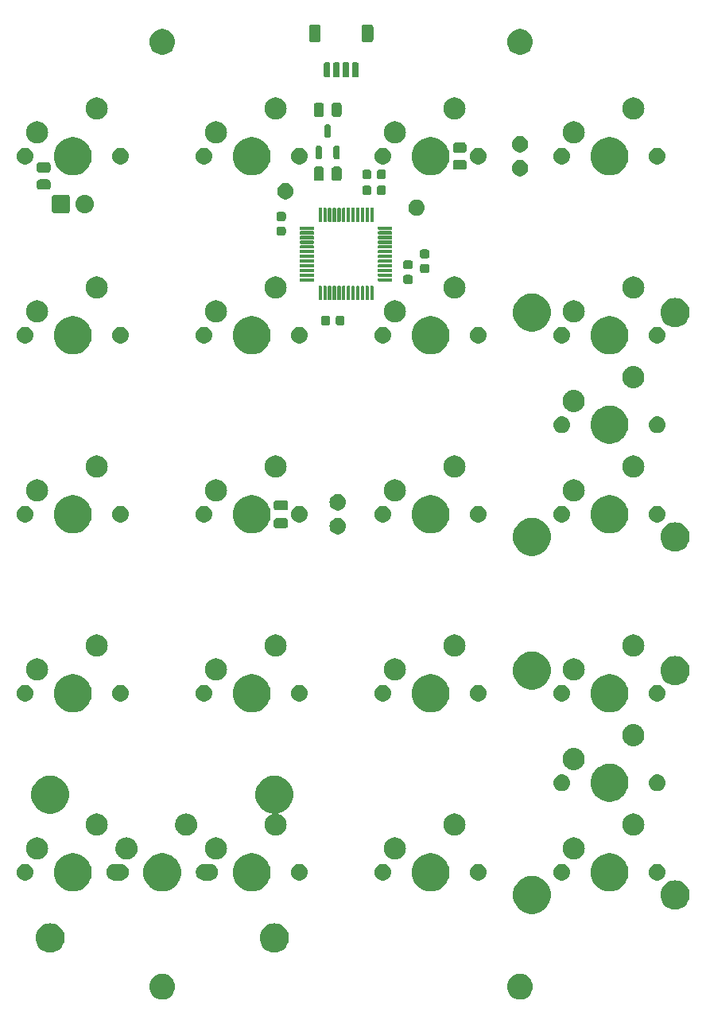
<source format=gbr>
%TF.GenerationSoftware,KiCad,Pcbnew,8.0.2*%
%TF.CreationDate,2025-12-13T15:13:10-08:00*%
%TF.ProjectId,mx-unsaver-numpad,6d782d75-6e73-4617-9665-722d6e756d70,rev?*%
%TF.SameCoordinates,Original*%
%TF.FileFunction,Soldermask,Bot*%
%TF.FilePolarity,Negative*%
%FSLAX46Y46*%
G04 Gerber Fmt 4.6, Leading zero omitted, Abs format (unit mm)*
G04 Created by KiCad (PCBNEW 8.0.2) date 2025-12-13 15:13:10*
%MOMM*%
%LPD*%
G01*
G04 APERTURE LIST*
G04 APERTURE END LIST*
G36*
X9863770Y-87037228D02*
G01*
X10079340Y-87111233D01*
X10279788Y-87219710D01*
X10459649Y-87359701D01*
X10614014Y-87527386D01*
X10738674Y-87718193D01*
X10830228Y-87926915D01*
X10886179Y-88147859D01*
X10905000Y-88375000D01*
X10886179Y-88602141D01*
X10830228Y-88823085D01*
X10738674Y-89031807D01*
X10614014Y-89222614D01*
X10459649Y-89390299D01*
X10279788Y-89530290D01*
X10079340Y-89638767D01*
X9863770Y-89712772D01*
X9638959Y-89750287D01*
X9411041Y-89750287D01*
X9186230Y-89712772D01*
X8970660Y-89638767D01*
X8770212Y-89530290D01*
X8590351Y-89390299D01*
X8435986Y-89222614D01*
X8311326Y-89031807D01*
X8219772Y-88823085D01*
X8163821Y-88602141D01*
X8145000Y-88375000D01*
X8163821Y-88147859D01*
X8219772Y-87926915D01*
X8311326Y-87718193D01*
X8435986Y-87527386D01*
X8590351Y-87359701D01*
X8770212Y-87219710D01*
X8970660Y-87111233D01*
X9186230Y-87037228D01*
X9411041Y-86999713D01*
X9638959Y-86999713D01*
X9863770Y-87037228D01*
G37*
G36*
X47963770Y-87037228D02*
G01*
X48179340Y-87111233D01*
X48379788Y-87219710D01*
X48559649Y-87359701D01*
X48714014Y-87527386D01*
X48838674Y-87718193D01*
X48930228Y-87926915D01*
X48986179Y-88147859D01*
X49005000Y-88375000D01*
X48986179Y-88602141D01*
X48930228Y-88823085D01*
X48838674Y-89031807D01*
X48714014Y-89222614D01*
X48559649Y-89390299D01*
X48379788Y-89530290D01*
X48179340Y-89638767D01*
X47963770Y-89712772D01*
X47738959Y-89750287D01*
X47511041Y-89750287D01*
X47286230Y-89712772D01*
X47070660Y-89638767D01*
X46870212Y-89530290D01*
X46690351Y-89390299D01*
X46535986Y-89222614D01*
X46411326Y-89031807D01*
X46319772Y-88823085D01*
X46263821Y-88602141D01*
X46245000Y-88375000D01*
X46263821Y-88147859D01*
X46319772Y-87926915D01*
X46411326Y-87718193D01*
X46535986Y-87527386D01*
X46690351Y-87359701D01*
X46870212Y-87219710D01*
X47070660Y-87111233D01*
X47286230Y-87037228D01*
X47511041Y-86999713D01*
X47738959Y-86999713D01*
X47963770Y-87037228D01*
G37*
G36*
X-2169901Y-81650132D02*
G01*
X-1932788Y-81707058D01*
X-1707499Y-81800376D01*
X-1499582Y-81927788D01*
X-1314156Y-82086156D01*
X-1155788Y-82271582D01*
X-1028376Y-82479499D01*
X-935058Y-82704788D01*
X-878132Y-82941901D01*
X-859000Y-83185000D01*
X-878132Y-83428099D01*
X-935058Y-83665212D01*
X-1028376Y-83890501D01*
X-1155788Y-84098418D01*
X-1314156Y-84283844D01*
X-1499582Y-84442212D01*
X-1707499Y-84569624D01*
X-1932788Y-84662942D01*
X-2169901Y-84719868D01*
X-2413000Y-84739000D01*
X-2656099Y-84719868D01*
X-2893212Y-84662942D01*
X-3118501Y-84569624D01*
X-3326418Y-84442212D01*
X-3511844Y-84283844D01*
X-3670212Y-84098418D01*
X-3797624Y-83890501D01*
X-3890942Y-83665212D01*
X-3947868Y-83428099D01*
X-3967000Y-83185000D01*
X-3947868Y-82941901D01*
X-3890942Y-82704788D01*
X-3797624Y-82479499D01*
X-3670212Y-82271582D01*
X-3511844Y-82086156D01*
X-3326418Y-81927788D01*
X-3118501Y-81800376D01*
X-2893212Y-81707058D01*
X-2656099Y-81650132D01*
X-2413000Y-81631000D01*
X-2169901Y-81650132D01*
G37*
G36*
X21706099Y-81650132D02*
G01*
X21943212Y-81707058D01*
X22168501Y-81800376D01*
X22376418Y-81927788D01*
X22561844Y-82086156D01*
X22720212Y-82271582D01*
X22847624Y-82479499D01*
X22940942Y-82704788D01*
X22997868Y-82941901D01*
X23017000Y-83185000D01*
X22997868Y-83428099D01*
X22940942Y-83665212D01*
X22847624Y-83890501D01*
X22720212Y-84098418D01*
X22561844Y-84283844D01*
X22376418Y-84442212D01*
X22168501Y-84569624D01*
X21943212Y-84662942D01*
X21706099Y-84719868D01*
X21463000Y-84739000D01*
X21219901Y-84719868D01*
X20982788Y-84662942D01*
X20757499Y-84569624D01*
X20549582Y-84442212D01*
X20364156Y-84283844D01*
X20205788Y-84098418D01*
X20078376Y-83890501D01*
X19985058Y-83665212D01*
X19928132Y-83428099D01*
X19909000Y-83185000D01*
X19928132Y-82941901D01*
X19985058Y-82704788D01*
X20078376Y-82479499D01*
X20205788Y-82271582D01*
X20364156Y-82086156D01*
X20549582Y-81927788D01*
X20757499Y-81800376D01*
X20982788Y-81707058D01*
X21219901Y-81650132D01*
X21463000Y-81631000D01*
X21706099Y-81650132D01*
G37*
G36*
X49306775Y-76631432D02*
G01*
X49572763Y-76705958D01*
X49826126Y-76816009D01*
X50062143Y-76959535D01*
X50276419Y-77133861D01*
X50464962Y-77335741D01*
X50624259Y-77561414D01*
X50751344Y-77806676D01*
X50843848Y-78066958D01*
X50900049Y-78337412D01*
X50918900Y-78613000D01*
X50900049Y-78888588D01*
X50843848Y-79159042D01*
X50751344Y-79419324D01*
X50624259Y-79664586D01*
X50464962Y-79890259D01*
X50276419Y-80092139D01*
X50062143Y-80266465D01*
X49826126Y-80409991D01*
X49572763Y-80520042D01*
X49306775Y-80594568D01*
X49033116Y-80632182D01*
X48756884Y-80632182D01*
X48483225Y-80594568D01*
X48217237Y-80520042D01*
X47963874Y-80409991D01*
X47727857Y-80266465D01*
X47513581Y-80092139D01*
X47325038Y-79890259D01*
X47165741Y-79664586D01*
X47038656Y-79419324D01*
X46946152Y-79159042D01*
X46889951Y-78888588D01*
X46871100Y-78613000D01*
X46889951Y-78337412D01*
X46946152Y-78066958D01*
X47038656Y-77806676D01*
X47165741Y-77561414D01*
X47325038Y-77335741D01*
X47513581Y-77133861D01*
X47727857Y-76959535D01*
X47963874Y-76816009D01*
X48217237Y-76705958D01*
X48483225Y-76631432D01*
X48756884Y-76593818D01*
X49033116Y-76593818D01*
X49306775Y-76631432D01*
G37*
G36*
X64378099Y-77078132D02*
G01*
X64615212Y-77135058D01*
X64840501Y-77228376D01*
X65048418Y-77355788D01*
X65233844Y-77514156D01*
X65392212Y-77699582D01*
X65519624Y-77907499D01*
X65612942Y-78132788D01*
X65669868Y-78369901D01*
X65689000Y-78613000D01*
X65669868Y-78856099D01*
X65612942Y-79093212D01*
X65519624Y-79318501D01*
X65392212Y-79526418D01*
X65233844Y-79711844D01*
X65048418Y-79870212D01*
X64840501Y-79997624D01*
X64615212Y-80090942D01*
X64378099Y-80147868D01*
X64135000Y-80167000D01*
X63891901Y-80147868D01*
X63654788Y-80090942D01*
X63429499Y-79997624D01*
X63221582Y-79870212D01*
X63036156Y-79711844D01*
X62877788Y-79526418D01*
X62750376Y-79318501D01*
X62657058Y-79093212D01*
X62600132Y-78856099D01*
X62581000Y-78613000D01*
X62600132Y-78369901D01*
X62657058Y-78132788D01*
X62750376Y-77907499D01*
X62877788Y-77699582D01*
X63036156Y-77514156D01*
X63221582Y-77355788D01*
X63429499Y-77228376D01*
X63654788Y-77135058D01*
X63891901Y-77078132D01*
X64135000Y-77059000D01*
X64378099Y-77078132D01*
G37*
G36*
X411775Y-74218432D02*
G01*
X677763Y-74292958D01*
X931126Y-74403009D01*
X1167143Y-74546535D01*
X1381419Y-74720861D01*
X1569962Y-74922741D01*
X1729259Y-75148414D01*
X1856344Y-75393676D01*
X1948848Y-75653958D01*
X2005049Y-75924412D01*
X2023900Y-76200000D01*
X2005049Y-76475588D01*
X1948848Y-76746042D01*
X1856344Y-77006324D01*
X1729259Y-77251586D01*
X1569962Y-77477259D01*
X1381419Y-77679139D01*
X1167143Y-77853465D01*
X931126Y-77996991D01*
X677763Y-78107042D01*
X411775Y-78181568D01*
X138116Y-78219182D01*
X-138116Y-78219182D01*
X-411775Y-78181568D01*
X-677763Y-78107042D01*
X-931126Y-77996991D01*
X-1167143Y-77853465D01*
X-1381419Y-77679139D01*
X-1569962Y-77477259D01*
X-1729259Y-77251586D01*
X-1856344Y-77006324D01*
X-1948848Y-76746042D01*
X-2005049Y-76475588D01*
X-2023900Y-76200000D01*
X-2005049Y-75924412D01*
X-1948848Y-75653958D01*
X-1856344Y-75393676D01*
X-1729259Y-75148414D01*
X-1569962Y-74922741D01*
X-1381419Y-74720861D01*
X-1167143Y-74546535D01*
X-931126Y-74403009D01*
X-677763Y-74292958D01*
X-411775Y-74218432D01*
X-138116Y-74180818D01*
X138116Y-74180818D01*
X411775Y-74218432D01*
G37*
G36*
X9936775Y-74218432D02*
G01*
X10202763Y-74292958D01*
X10456126Y-74403009D01*
X10692143Y-74546535D01*
X10906419Y-74720861D01*
X11094962Y-74922741D01*
X11254259Y-75148414D01*
X11381344Y-75393676D01*
X11473848Y-75653958D01*
X11530049Y-75924412D01*
X11548900Y-76200000D01*
X11530049Y-76475588D01*
X11473848Y-76746042D01*
X11381344Y-77006324D01*
X11254259Y-77251586D01*
X11094962Y-77477259D01*
X10906419Y-77679139D01*
X10692143Y-77853465D01*
X10456126Y-77996991D01*
X10202763Y-78107042D01*
X9936775Y-78181568D01*
X9663116Y-78219182D01*
X9386884Y-78219182D01*
X9113225Y-78181568D01*
X8847237Y-78107042D01*
X8593874Y-77996991D01*
X8357857Y-77853465D01*
X8143581Y-77679139D01*
X7955038Y-77477259D01*
X7795741Y-77251586D01*
X7668656Y-77006324D01*
X7576152Y-76746042D01*
X7519951Y-76475588D01*
X7501100Y-76200000D01*
X7519951Y-75924412D01*
X7576152Y-75653958D01*
X7668656Y-75393676D01*
X7795741Y-75148414D01*
X7955038Y-74922741D01*
X8143581Y-74720861D01*
X8357857Y-74546535D01*
X8593874Y-74403009D01*
X8847237Y-74292958D01*
X9113225Y-74218432D01*
X9386884Y-74180818D01*
X9663116Y-74180818D01*
X9936775Y-74218432D01*
G37*
G36*
X19461775Y-74218432D02*
G01*
X19727763Y-74292958D01*
X19981126Y-74403009D01*
X20217143Y-74546535D01*
X20431419Y-74720861D01*
X20619962Y-74922741D01*
X20779259Y-75148414D01*
X20906344Y-75393676D01*
X20998848Y-75653958D01*
X21055049Y-75924412D01*
X21073900Y-76200000D01*
X21055049Y-76475588D01*
X20998848Y-76746042D01*
X20906344Y-77006324D01*
X20779259Y-77251586D01*
X20619962Y-77477259D01*
X20431419Y-77679139D01*
X20217143Y-77853465D01*
X19981126Y-77996991D01*
X19727763Y-78107042D01*
X19461775Y-78181568D01*
X19188116Y-78219182D01*
X18911884Y-78219182D01*
X18638225Y-78181568D01*
X18372237Y-78107042D01*
X18118874Y-77996991D01*
X17882857Y-77853465D01*
X17668581Y-77679139D01*
X17480038Y-77477259D01*
X17320741Y-77251586D01*
X17193656Y-77006324D01*
X17101152Y-76746042D01*
X17044951Y-76475588D01*
X17026100Y-76200000D01*
X17044951Y-75924412D01*
X17101152Y-75653958D01*
X17193656Y-75393676D01*
X17320741Y-75148414D01*
X17480038Y-74922741D01*
X17668581Y-74720861D01*
X17882857Y-74546535D01*
X18118874Y-74403009D01*
X18372237Y-74292958D01*
X18638225Y-74218432D01*
X18911884Y-74180818D01*
X19188116Y-74180818D01*
X19461775Y-74218432D01*
G37*
G36*
X38511775Y-74218432D02*
G01*
X38777763Y-74292958D01*
X39031126Y-74403009D01*
X39267143Y-74546535D01*
X39481419Y-74720861D01*
X39669962Y-74922741D01*
X39829259Y-75148414D01*
X39956344Y-75393676D01*
X40048848Y-75653958D01*
X40105049Y-75924412D01*
X40123900Y-76200000D01*
X40105049Y-76475588D01*
X40048848Y-76746042D01*
X39956344Y-77006324D01*
X39829259Y-77251586D01*
X39669962Y-77477259D01*
X39481419Y-77679139D01*
X39267143Y-77853465D01*
X39031126Y-77996991D01*
X38777763Y-78107042D01*
X38511775Y-78181568D01*
X38238116Y-78219182D01*
X37961884Y-78219182D01*
X37688225Y-78181568D01*
X37422237Y-78107042D01*
X37168874Y-77996991D01*
X36932857Y-77853465D01*
X36718581Y-77679139D01*
X36530038Y-77477259D01*
X36370741Y-77251586D01*
X36243656Y-77006324D01*
X36151152Y-76746042D01*
X36094951Y-76475588D01*
X36076100Y-76200000D01*
X36094951Y-75924412D01*
X36151152Y-75653958D01*
X36243656Y-75393676D01*
X36370741Y-75148414D01*
X36530038Y-74922741D01*
X36718581Y-74720861D01*
X36932857Y-74546535D01*
X37168874Y-74403009D01*
X37422237Y-74292958D01*
X37688225Y-74218432D01*
X37961884Y-74180818D01*
X38238116Y-74180818D01*
X38511775Y-74218432D01*
G37*
G36*
X57561775Y-74218432D02*
G01*
X57827763Y-74292958D01*
X58081126Y-74403009D01*
X58317143Y-74546535D01*
X58531419Y-74720861D01*
X58719962Y-74922741D01*
X58879259Y-75148414D01*
X59006344Y-75393676D01*
X59098848Y-75653958D01*
X59155049Y-75924412D01*
X59173900Y-76200000D01*
X59155049Y-76475588D01*
X59098848Y-76746042D01*
X59006344Y-77006324D01*
X58879259Y-77251586D01*
X58719962Y-77477259D01*
X58531419Y-77679139D01*
X58317143Y-77853465D01*
X58081126Y-77996991D01*
X57827763Y-78107042D01*
X57561775Y-78181568D01*
X57288116Y-78219182D01*
X57011884Y-78219182D01*
X56738225Y-78181568D01*
X56472237Y-78107042D01*
X56218874Y-77996991D01*
X55982857Y-77853465D01*
X55768581Y-77679139D01*
X55580038Y-77477259D01*
X55420741Y-77251586D01*
X55293656Y-77006324D01*
X55201152Y-76746042D01*
X55144951Y-76475588D01*
X55126100Y-76200000D01*
X55144951Y-75924412D01*
X55201152Y-75653958D01*
X55293656Y-75393676D01*
X55420741Y-75148414D01*
X55580038Y-74922741D01*
X55768581Y-74720861D01*
X55982857Y-74546535D01*
X56218874Y-74403009D01*
X56472237Y-74292958D01*
X56738225Y-74218432D01*
X57011884Y-74180818D01*
X57288116Y-74180818D01*
X57561775Y-74218432D01*
G37*
G36*
X5166343Y-75323342D02*
G01*
X5335712Y-75357031D01*
X5495253Y-75423116D01*
X5638837Y-75519055D01*
X5760945Y-75641163D01*
X5856884Y-75784747D01*
X5922969Y-75944288D01*
X5956658Y-76113657D01*
X5956658Y-76286343D01*
X5922969Y-76455712D01*
X5856884Y-76615253D01*
X5760945Y-76758837D01*
X5638837Y-76880945D01*
X5495253Y-76976884D01*
X5335712Y-77042969D01*
X5166343Y-77076658D01*
X4445000Y-77080900D01*
X4358657Y-77076658D01*
X4189288Y-77042969D01*
X4029747Y-76976884D01*
X3886163Y-76880945D01*
X3764055Y-76758837D01*
X3668116Y-76615253D01*
X3602031Y-76455712D01*
X3568342Y-76286343D01*
X3568342Y-76113657D01*
X3602031Y-75944288D01*
X3668116Y-75784747D01*
X3764055Y-75641163D01*
X3886163Y-75519055D01*
X4029747Y-75423116D01*
X4189288Y-75357031D01*
X4358657Y-75323342D01*
X5080000Y-75319100D01*
X5166343Y-75323342D01*
G37*
G36*
X14691343Y-75323342D02*
G01*
X14860712Y-75357031D01*
X15020253Y-75423116D01*
X15163837Y-75519055D01*
X15285945Y-75641163D01*
X15381884Y-75784747D01*
X15447969Y-75944288D01*
X15481658Y-76113657D01*
X15481658Y-76286343D01*
X15447969Y-76455712D01*
X15381884Y-76615253D01*
X15285945Y-76758837D01*
X15163837Y-76880945D01*
X15020253Y-76976884D01*
X14860712Y-77042969D01*
X14691343Y-77076658D01*
X13970000Y-77080900D01*
X13883657Y-77076658D01*
X13714288Y-77042969D01*
X13554747Y-76976884D01*
X13411163Y-76880945D01*
X13289055Y-76758837D01*
X13193116Y-76615253D01*
X13127031Y-76455712D01*
X13093342Y-76286343D01*
X13093342Y-76113657D01*
X13127031Y-75944288D01*
X13193116Y-75784747D01*
X13289055Y-75641163D01*
X13411163Y-75519055D01*
X13554747Y-75423116D01*
X13714288Y-75357031D01*
X13883657Y-75323342D01*
X14605000Y-75319100D01*
X14691343Y-75323342D01*
G37*
G36*
X-4807787Y-75362214D02*
G01*
X-4639550Y-75437118D01*
X-4490563Y-75545364D01*
X-4367337Y-75682220D01*
X-4275258Y-75841706D01*
X-4218350Y-76016851D01*
X-4199100Y-76200000D01*
X-4218350Y-76383149D01*
X-4275258Y-76558294D01*
X-4367337Y-76717780D01*
X-4490563Y-76854636D01*
X-4639550Y-76962882D01*
X-4807787Y-77037786D01*
X-4987921Y-77076074D01*
X-5172079Y-77076074D01*
X-5352213Y-77037786D01*
X-5520450Y-76962882D01*
X-5669437Y-76854636D01*
X-5792663Y-76717780D01*
X-5884742Y-76558294D01*
X-5941650Y-76383149D01*
X-5960900Y-76200000D01*
X-5941650Y-76016851D01*
X-5884742Y-75841706D01*
X-5792663Y-75682220D01*
X-5669437Y-75545364D01*
X-5520450Y-75437118D01*
X-5352213Y-75362214D01*
X-5172079Y-75323926D01*
X-4987921Y-75323926D01*
X-4807787Y-75362214D01*
G37*
G36*
X24402213Y-75362214D02*
G01*
X24570450Y-75437118D01*
X24719437Y-75545364D01*
X24842663Y-75682220D01*
X24934742Y-75841706D01*
X24991650Y-76016851D01*
X25010900Y-76200000D01*
X24991650Y-76383149D01*
X24934742Y-76558294D01*
X24842663Y-76717780D01*
X24719437Y-76854636D01*
X24570450Y-76962882D01*
X24402213Y-77037786D01*
X24222079Y-77076074D01*
X24037921Y-77076074D01*
X23857787Y-77037786D01*
X23689550Y-76962882D01*
X23540563Y-76854636D01*
X23417337Y-76717780D01*
X23325258Y-76558294D01*
X23268350Y-76383149D01*
X23249100Y-76200000D01*
X23268350Y-76016851D01*
X23325258Y-75841706D01*
X23417337Y-75682220D01*
X23540563Y-75545364D01*
X23689550Y-75437118D01*
X23857787Y-75362214D01*
X24037921Y-75323926D01*
X24222079Y-75323926D01*
X24402213Y-75362214D01*
G37*
G36*
X33292213Y-75362214D02*
G01*
X33460450Y-75437118D01*
X33609437Y-75545364D01*
X33732663Y-75682220D01*
X33824742Y-75841706D01*
X33881650Y-76016851D01*
X33900900Y-76200000D01*
X33881650Y-76383149D01*
X33824742Y-76558294D01*
X33732663Y-76717780D01*
X33609437Y-76854636D01*
X33460450Y-76962882D01*
X33292213Y-77037786D01*
X33112079Y-77076074D01*
X32927921Y-77076074D01*
X32747787Y-77037786D01*
X32579550Y-76962882D01*
X32430563Y-76854636D01*
X32307337Y-76717780D01*
X32215258Y-76558294D01*
X32158350Y-76383149D01*
X32139100Y-76200000D01*
X32158350Y-76016851D01*
X32215258Y-75841706D01*
X32307337Y-75682220D01*
X32430563Y-75545364D01*
X32579550Y-75437118D01*
X32747787Y-75362214D01*
X32927921Y-75323926D01*
X33112079Y-75323926D01*
X33292213Y-75362214D01*
G37*
G36*
X43452213Y-75362214D02*
G01*
X43620450Y-75437118D01*
X43769437Y-75545364D01*
X43892663Y-75682220D01*
X43984742Y-75841706D01*
X44041650Y-76016851D01*
X44060900Y-76200000D01*
X44041650Y-76383149D01*
X43984742Y-76558294D01*
X43892663Y-76717780D01*
X43769437Y-76854636D01*
X43620450Y-76962882D01*
X43452213Y-77037786D01*
X43272079Y-77076074D01*
X43087921Y-77076074D01*
X42907787Y-77037786D01*
X42739550Y-76962882D01*
X42590563Y-76854636D01*
X42467337Y-76717780D01*
X42375258Y-76558294D01*
X42318350Y-76383149D01*
X42299100Y-76200000D01*
X42318350Y-76016851D01*
X42375258Y-75841706D01*
X42467337Y-75682220D01*
X42590563Y-75545364D01*
X42739550Y-75437118D01*
X42907787Y-75362214D01*
X43087921Y-75323926D01*
X43272079Y-75323926D01*
X43452213Y-75362214D01*
G37*
G36*
X52342213Y-75362214D02*
G01*
X52510450Y-75437118D01*
X52659437Y-75545364D01*
X52782663Y-75682220D01*
X52874742Y-75841706D01*
X52931650Y-76016851D01*
X52950900Y-76200000D01*
X52931650Y-76383149D01*
X52874742Y-76558294D01*
X52782663Y-76717780D01*
X52659437Y-76854636D01*
X52510450Y-76962882D01*
X52342213Y-77037786D01*
X52162079Y-77076074D01*
X51977921Y-77076074D01*
X51797787Y-77037786D01*
X51629550Y-76962882D01*
X51480563Y-76854636D01*
X51357337Y-76717780D01*
X51265258Y-76558294D01*
X51208350Y-76383149D01*
X51189100Y-76200000D01*
X51208350Y-76016851D01*
X51265258Y-75841706D01*
X51357337Y-75682220D01*
X51480563Y-75545364D01*
X51629550Y-75437118D01*
X51797787Y-75362214D01*
X51977921Y-75323926D01*
X52162079Y-75323926D01*
X52342213Y-75362214D01*
G37*
G36*
X62502213Y-75362214D02*
G01*
X62670450Y-75437118D01*
X62819437Y-75545364D01*
X62942663Y-75682220D01*
X63034742Y-75841706D01*
X63091650Y-76016851D01*
X63110900Y-76200000D01*
X63091650Y-76383149D01*
X63034742Y-76558294D01*
X62942663Y-76717780D01*
X62819437Y-76854636D01*
X62670450Y-76962882D01*
X62502213Y-77037786D01*
X62322079Y-77076074D01*
X62137921Y-77076074D01*
X61957787Y-77037786D01*
X61789550Y-76962882D01*
X61640563Y-76854636D01*
X61517337Y-76717780D01*
X61425258Y-76558294D01*
X61368350Y-76383149D01*
X61349100Y-76200000D01*
X61368350Y-76016851D01*
X61425258Y-75841706D01*
X61517337Y-75682220D01*
X61640563Y-75545364D01*
X61789550Y-75437118D01*
X61957787Y-75362214D01*
X62137921Y-75323926D01*
X62322079Y-75323926D01*
X62502213Y-75362214D01*
G37*
G36*
X-3754088Y-72485034D02*
G01*
X-3701123Y-72485034D01*
X-3654518Y-72493745D01*
X-3605120Y-72498068D01*
X-3544484Y-72514314D01*
X-3487078Y-72525046D01*
X-3448148Y-72540127D01*
X-3406469Y-72551295D01*
X-3343371Y-72580717D01*
X-3284029Y-72603707D01*
X-3253397Y-72622673D01*
X-3220068Y-72638215D01*
X-3157195Y-72682239D01*
X-3098891Y-72718340D01*
X-3076540Y-72738715D01*
X-3051604Y-72756176D01*
X-2991960Y-72815819D01*
X-2937969Y-72865039D01*
X-2923250Y-72884529D01*
X-2906176Y-72901604D01*
X-2852904Y-72977683D01*
X-2806744Y-73038810D01*
X-2798475Y-73055415D01*
X-2788215Y-73070069D01*
X-2744521Y-73163770D01*
X-2709683Y-73233735D01*
X-2706219Y-73245909D01*
X-2701295Y-73256469D01*
X-2670275Y-73372236D01*
X-2650092Y-73443176D01*
X-2649470Y-73449887D01*
X-2648068Y-73455120D01*
X-2632545Y-73632533D01*
X-2630000Y-73660000D01*
X-2632545Y-73687468D01*
X-2648068Y-73864879D01*
X-2649469Y-73870111D01*
X-2650092Y-73876824D01*
X-2670280Y-73947779D01*
X-2701295Y-74063530D01*
X-2706218Y-74074088D01*
X-2709683Y-74086265D01*
X-2744524Y-74156237D01*
X-2788215Y-74249931D01*
X-2798475Y-74264583D01*
X-2806744Y-74281190D01*
X-2852909Y-74342323D01*
X-2906176Y-74418395D01*
X-2923247Y-74435466D01*
X-2937969Y-74454961D01*
X-2991971Y-74504190D01*
X-3051604Y-74563823D01*
X-3076535Y-74581280D01*
X-3098891Y-74601660D01*
X-3157207Y-74637768D01*
X-3220068Y-74681784D01*
X-3253391Y-74697322D01*
X-3284029Y-74716293D01*
X-3343384Y-74739287D01*
X-3406469Y-74768704D01*
X-3448139Y-74779869D01*
X-3487078Y-74794954D01*
X-3544496Y-74805687D01*
X-3605120Y-74821931D01*
X-3654508Y-74826252D01*
X-3701123Y-74834966D01*
X-3754100Y-74834966D01*
X-3810000Y-74839857D01*
X-3865900Y-74834966D01*
X-3918877Y-74834966D01*
X-3965491Y-74826252D01*
X-4014879Y-74821931D01*
X-4075500Y-74805687D01*
X-4132922Y-74794954D01*
X-4171862Y-74779868D01*
X-4213530Y-74768704D01*
X-4276609Y-74739289D01*
X-4335971Y-74716293D01*
X-4366611Y-74697320D01*
X-4399931Y-74681784D01*
X-4462783Y-74637773D01*
X-4521109Y-74601660D01*
X-4543467Y-74581277D01*
X-4568395Y-74563823D01*
X-4628016Y-74504201D01*
X-4682031Y-74454961D01*
X-4696755Y-74435462D01*
X-4713823Y-74418395D01*
X-4767076Y-74342341D01*
X-4813256Y-74281190D01*
X-4821527Y-74264578D01*
X-4831784Y-74249931D01*
X-4875459Y-74156268D01*
X-4910317Y-74086265D01*
X-4913783Y-74074082D01*
X-4918704Y-74063530D01*
X-4949702Y-73947839D01*
X-4969908Y-73876824D01*
X-4970530Y-73870105D01*
X-4971931Y-73864879D01*
X-4987436Y-73687662D01*
X-4990000Y-73660000D01*
X-4987436Y-73632339D01*
X-4971931Y-73455120D01*
X-4970530Y-73449892D01*
X-4969908Y-73443176D01*
X-4949706Y-73372176D01*
X-4918704Y-73256469D01*
X-4913782Y-73245914D01*
X-4910317Y-73233735D01*
X-4875463Y-73163738D01*
X-4831784Y-73070069D01*
X-4821527Y-73055420D01*
X-4813256Y-73038810D01*
X-4767081Y-72977665D01*
X-4713823Y-72901604D01*
X-4696752Y-72884533D01*
X-4682031Y-72865039D01*
X-4628028Y-72815809D01*
X-4568395Y-72756176D01*
X-4543463Y-72738718D01*
X-4521109Y-72718340D01*
X-4462790Y-72682230D01*
X-4399930Y-72638215D01*
X-4366607Y-72622676D01*
X-4335971Y-72603707D01*
X-4276620Y-72580714D01*
X-4213530Y-72551295D01*
X-4171854Y-72540128D01*
X-4132922Y-72525046D01*
X-4075512Y-72514314D01*
X-4014879Y-72498068D01*
X-3965481Y-72493745D01*
X-3918877Y-72485034D01*
X-3865911Y-72485034D01*
X-3810000Y-72480142D01*
X-3754088Y-72485034D01*
G37*
G36*
X5770911Y-72485034D02*
G01*
X5823877Y-72485034D01*
X5870481Y-72493745D01*
X5919879Y-72498068D01*
X5980512Y-72514314D01*
X6037922Y-72525046D01*
X6076854Y-72540128D01*
X6118530Y-72551295D01*
X6181622Y-72580715D01*
X6240971Y-72603707D01*
X6271605Y-72622674D01*
X6304931Y-72638215D01*
X6367795Y-72682233D01*
X6426109Y-72718340D01*
X6448462Y-72738718D01*
X6473395Y-72756176D01*
X6533028Y-72815809D01*
X6587031Y-72865039D01*
X6601752Y-72884533D01*
X6618823Y-72901604D01*
X6672081Y-72977665D01*
X6718256Y-73038810D01*
X6726527Y-73055420D01*
X6736784Y-73070069D01*
X6780463Y-73163738D01*
X6815317Y-73233735D01*
X6818782Y-73245914D01*
X6823704Y-73256469D01*
X6854706Y-73372176D01*
X6874908Y-73443176D01*
X6875530Y-73449892D01*
X6876931Y-73455120D01*
X6892436Y-73632339D01*
X6895000Y-73660000D01*
X6892436Y-73687662D01*
X6876931Y-73864879D01*
X6875530Y-73870105D01*
X6874908Y-73876824D01*
X6854702Y-73947839D01*
X6823704Y-74063530D01*
X6818783Y-74074082D01*
X6815317Y-74086265D01*
X6780459Y-74156268D01*
X6736784Y-74249931D01*
X6726527Y-74264578D01*
X6718256Y-74281190D01*
X6672076Y-74342341D01*
X6618823Y-74418395D01*
X6601755Y-74435462D01*
X6587031Y-74454961D01*
X6533016Y-74504201D01*
X6473395Y-74563823D01*
X6448467Y-74581277D01*
X6426109Y-74601660D01*
X6367783Y-74637773D01*
X6304931Y-74681784D01*
X6271611Y-74697320D01*
X6240971Y-74716293D01*
X6181609Y-74739289D01*
X6118530Y-74768704D01*
X6076862Y-74779868D01*
X6037922Y-74794954D01*
X5980500Y-74805687D01*
X5919879Y-74821931D01*
X5870491Y-74826252D01*
X5823877Y-74834966D01*
X5770900Y-74834966D01*
X5715000Y-74839857D01*
X5659100Y-74834966D01*
X5606123Y-74834966D01*
X5559508Y-74826252D01*
X5510120Y-74821931D01*
X5449496Y-74805687D01*
X5392078Y-74794954D01*
X5353139Y-74779869D01*
X5311469Y-74768704D01*
X5248384Y-74739287D01*
X5189029Y-74716293D01*
X5158391Y-74697322D01*
X5125068Y-74681784D01*
X5062207Y-74637768D01*
X5003891Y-74601660D01*
X4981535Y-74581280D01*
X4956604Y-74563823D01*
X4896971Y-74504190D01*
X4842969Y-74454961D01*
X4828247Y-74435466D01*
X4811176Y-74418395D01*
X4757909Y-74342323D01*
X4711744Y-74281190D01*
X4703475Y-74264583D01*
X4693215Y-74249931D01*
X4649524Y-74156237D01*
X4614683Y-74086265D01*
X4611218Y-74074088D01*
X4606295Y-74063530D01*
X4575280Y-73947779D01*
X4555092Y-73876824D01*
X4554469Y-73870111D01*
X4553068Y-73864879D01*
X4537545Y-73687468D01*
X4535000Y-73660000D01*
X4537545Y-73632533D01*
X4553068Y-73455120D01*
X4554470Y-73449887D01*
X4555092Y-73443176D01*
X4575275Y-73372236D01*
X4606295Y-73256469D01*
X4611219Y-73245909D01*
X4614683Y-73233735D01*
X4649521Y-73163770D01*
X4693215Y-73070069D01*
X4703475Y-73055415D01*
X4711744Y-73038810D01*
X4757904Y-72977683D01*
X4811176Y-72901604D01*
X4828250Y-72884529D01*
X4842969Y-72865039D01*
X4896960Y-72815819D01*
X4956604Y-72756176D01*
X4981539Y-72738715D01*
X5003891Y-72718340D01*
X5062200Y-72682235D01*
X5125069Y-72638215D01*
X5158395Y-72622674D01*
X5189029Y-72603707D01*
X5248373Y-72580716D01*
X5311469Y-72551295D01*
X5353148Y-72540127D01*
X5392078Y-72525046D01*
X5449484Y-72514314D01*
X5510120Y-72498068D01*
X5559518Y-72493745D01*
X5606123Y-72485034D01*
X5659088Y-72485034D01*
X5715000Y-72480142D01*
X5770911Y-72485034D01*
G37*
G36*
X15295911Y-72485034D02*
G01*
X15348877Y-72485034D01*
X15395481Y-72493745D01*
X15444879Y-72498068D01*
X15505512Y-72514314D01*
X15562922Y-72525046D01*
X15601854Y-72540128D01*
X15643530Y-72551295D01*
X15706622Y-72580715D01*
X15765971Y-72603707D01*
X15796605Y-72622674D01*
X15829931Y-72638215D01*
X15892795Y-72682233D01*
X15951109Y-72718340D01*
X15973462Y-72738718D01*
X15998395Y-72756176D01*
X16058028Y-72815809D01*
X16112031Y-72865039D01*
X16126752Y-72884533D01*
X16143823Y-72901604D01*
X16197081Y-72977665D01*
X16243256Y-73038810D01*
X16251527Y-73055420D01*
X16261784Y-73070069D01*
X16305463Y-73163738D01*
X16340317Y-73233735D01*
X16343782Y-73245914D01*
X16348704Y-73256469D01*
X16379706Y-73372176D01*
X16399908Y-73443176D01*
X16400530Y-73449892D01*
X16401931Y-73455120D01*
X16417436Y-73632339D01*
X16420000Y-73660000D01*
X16417436Y-73687662D01*
X16401931Y-73864879D01*
X16400530Y-73870105D01*
X16399908Y-73876824D01*
X16379702Y-73947839D01*
X16348704Y-74063530D01*
X16343783Y-74074082D01*
X16340317Y-74086265D01*
X16305459Y-74156268D01*
X16261784Y-74249931D01*
X16251527Y-74264578D01*
X16243256Y-74281190D01*
X16197076Y-74342341D01*
X16143823Y-74418395D01*
X16126755Y-74435462D01*
X16112031Y-74454961D01*
X16058016Y-74504201D01*
X15998395Y-74563823D01*
X15973467Y-74581277D01*
X15951109Y-74601660D01*
X15892783Y-74637773D01*
X15829931Y-74681784D01*
X15796611Y-74697320D01*
X15765971Y-74716293D01*
X15706609Y-74739289D01*
X15643530Y-74768704D01*
X15601862Y-74779868D01*
X15562922Y-74794954D01*
X15505500Y-74805687D01*
X15444879Y-74821931D01*
X15395491Y-74826252D01*
X15348877Y-74834966D01*
X15295900Y-74834966D01*
X15240000Y-74839857D01*
X15184100Y-74834966D01*
X15131123Y-74834966D01*
X15084508Y-74826252D01*
X15035120Y-74821931D01*
X14974496Y-74805687D01*
X14917078Y-74794954D01*
X14878139Y-74779869D01*
X14836469Y-74768704D01*
X14773384Y-74739287D01*
X14714029Y-74716293D01*
X14683391Y-74697322D01*
X14650068Y-74681784D01*
X14587207Y-74637768D01*
X14528891Y-74601660D01*
X14506535Y-74581280D01*
X14481604Y-74563823D01*
X14421971Y-74504190D01*
X14367969Y-74454961D01*
X14353247Y-74435466D01*
X14336176Y-74418395D01*
X14282909Y-74342323D01*
X14236744Y-74281190D01*
X14228475Y-74264583D01*
X14218215Y-74249931D01*
X14174524Y-74156237D01*
X14139683Y-74086265D01*
X14136218Y-74074088D01*
X14131295Y-74063530D01*
X14100280Y-73947779D01*
X14080092Y-73876824D01*
X14079469Y-73870111D01*
X14078068Y-73864879D01*
X14062545Y-73687468D01*
X14060000Y-73660000D01*
X14062545Y-73632533D01*
X14078068Y-73455120D01*
X14079470Y-73449887D01*
X14080092Y-73443176D01*
X14100275Y-73372236D01*
X14131295Y-73256469D01*
X14136219Y-73245909D01*
X14139683Y-73233735D01*
X14174521Y-73163770D01*
X14218215Y-73070069D01*
X14228475Y-73055415D01*
X14236744Y-73038810D01*
X14282904Y-72977683D01*
X14336176Y-72901604D01*
X14353250Y-72884529D01*
X14367969Y-72865039D01*
X14421960Y-72815819D01*
X14481604Y-72756176D01*
X14506539Y-72738715D01*
X14528891Y-72718340D01*
X14587200Y-72682235D01*
X14650069Y-72638215D01*
X14683395Y-72622674D01*
X14714029Y-72603707D01*
X14773373Y-72580716D01*
X14836469Y-72551295D01*
X14878148Y-72540127D01*
X14917078Y-72525046D01*
X14974484Y-72514314D01*
X15035120Y-72498068D01*
X15084518Y-72493745D01*
X15131123Y-72485034D01*
X15184088Y-72485034D01*
X15240000Y-72480142D01*
X15295911Y-72485034D01*
G37*
G36*
X34345911Y-72485034D02*
G01*
X34398877Y-72485034D01*
X34445481Y-72493745D01*
X34494879Y-72498068D01*
X34555512Y-72514314D01*
X34612922Y-72525046D01*
X34651854Y-72540128D01*
X34693530Y-72551295D01*
X34756622Y-72580715D01*
X34815971Y-72603707D01*
X34846605Y-72622674D01*
X34879931Y-72638215D01*
X34942795Y-72682233D01*
X35001109Y-72718340D01*
X35023462Y-72738718D01*
X35048395Y-72756176D01*
X35108028Y-72815809D01*
X35162031Y-72865039D01*
X35176752Y-72884533D01*
X35193823Y-72901604D01*
X35247081Y-72977665D01*
X35293256Y-73038810D01*
X35301527Y-73055420D01*
X35311784Y-73070069D01*
X35355463Y-73163738D01*
X35390317Y-73233735D01*
X35393782Y-73245914D01*
X35398704Y-73256469D01*
X35429706Y-73372176D01*
X35449908Y-73443176D01*
X35450530Y-73449892D01*
X35451931Y-73455120D01*
X35467436Y-73632339D01*
X35470000Y-73660000D01*
X35467436Y-73687662D01*
X35451931Y-73864879D01*
X35450530Y-73870105D01*
X35449908Y-73876824D01*
X35429702Y-73947839D01*
X35398704Y-74063530D01*
X35393783Y-74074082D01*
X35390317Y-74086265D01*
X35355459Y-74156268D01*
X35311784Y-74249931D01*
X35301527Y-74264578D01*
X35293256Y-74281190D01*
X35247076Y-74342341D01*
X35193823Y-74418395D01*
X35176755Y-74435462D01*
X35162031Y-74454961D01*
X35108016Y-74504201D01*
X35048395Y-74563823D01*
X35023467Y-74581277D01*
X35001109Y-74601660D01*
X34942783Y-74637773D01*
X34879931Y-74681784D01*
X34846611Y-74697320D01*
X34815971Y-74716293D01*
X34756609Y-74739289D01*
X34693530Y-74768704D01*
X34651862Y-74779868D01*
X34612922Y-74794954D01*
X34555500Y-74805687D01*
X34494879Y-74821931D01*
X34445491Y-74826252D01*
X34398877Y-74834966D01*
X34345900Y-74834966D01*
X34290000Y-74839857D01*
X34234100Y-74834966D01*
X34181123Y-74834966D01*
X34134508Y-74826252D01*
X34085120Y-74821931D01*
X34024496Y-74805687D01*
X33967078Y-74794954D01*
X33928139Y-74779869D01*
X33886469Y-74768704D01*
X33823384Y-74739287D01*
X33764029Y-74716293D01*
X33733391Y-74697322D01*
X33700068Y-74681784D01*
X33637207Y-74637768D01*
X33578891Y-74601660D01*
X33556535Y-74581280D01*
X33531604Y-74563823D01*
X33471971Y-74504190D01*
X33417969Y-74454961D01*
X33403247Y-74435466D01*
X33386176Y-74418395D01*
X33332909Y-74342323D01*
X33286744Y-74281190D01*
X33278475Y-74264583D01*
X33268215Y-74249931D01*
X33224524Y-74156237D01*
X33189683Y-74086265D01*
X33186218Y-74074088D01*
X33181295Y-74063530D01*
X33150280Y-73947779D01*
X33130092Y-73876824D01*
X33129469Y-73870111D01*
X33128068Y-73864879D01*
X33112545Y-73687468D01*
X33110000Y-73660000D01*
X33112545Y-73632533D01*
X33128068Y-73455120D01*
X33129470Y-73449887D01*
X33130092Y-73443176D01*
X33150275Y-73372236D01*
X33181295Y-73256469D01*
X33186219Y-73245909D01*
X33189683Y-73233735D01*
X33224521Y-73163770D01*
X33268215Y-73070069D01*
X33278475Y-73055415D01*
X33286744Y-73038810D01*
X33332904Y-72977683D01*
X33386176Y-72901604D01*
X33403250Y-72884529D01*
X33417969Y-72865039D01*
X33471960Y-72815819D01*
X33531604Y-72756176D01*
X33556539Y-72738715D01*
X33578891Y-72718340D01*
X33637200Y-72682235D01*
X33700069Y-72638215D01*
X33733395Y-72622674D01*
X33764029Y-72603707D01*
X33823373Y-72580716D01*
X33886469Y-72551295D01*
X33928148Y-72540127D01*
X33967078Y-72525046D01*
X34024484Y-72514314D01*
X34085120Y-72498068D01*
X34134518Y-72493745D01*
X34181123Y-72485034D01*
X34234088Y-72485034D01*
X34290000Y-72480142D01*
X34345911Y-72485034D01*
G37*
G36*
X53395911Y-72485034D02*
G01*
X53448877Y-72485034D01*
X53495481Y-72493745D01*
X53544879Y-72498068D01*
X53605512Y-72514314D01*
X53662922Y-72525046D01*
X53701854Y-72540128D01*
X53743530Y-72551295D01*
X53806622Y-72580715D01*
X53865971Y-72603707D01*
X53896605Y-72622674D01*
X53929931Y-72638215D01*
X53992795Y-72682233D01*
X54051109Y-72718340D01*
X54073462Y-72738718D01*
X54098395Y-72756176D01*
X54158028Y-72815809D01*
X54212031Y-72865039D01*
X54226752Y-72884533D01*
X54243823Y-72901604D01*
X54297081Y-72977665D01*
X54343256Y-73038810D01*
X54351527Y-73055420D01*
X54361784Y-73070069D01*
X54405463Y-73163738D01*
X54440317Y-73233735D01*
X54443782Y-73245914D01*
X54448704Y-73256469D01*
X54479706Y-73372176D01*
X54499908Y-73443176D01*
X54500530Y-73449892D01*
X54501931Y-73455120D01*
X54517436Y-73632339D01*
X54520000Y-73660000D01*
X54517436Y-73687662D01*
X54501931Y-73864879D01*
X54500530Y-73870105D01*
X54499908Y-73876824D01*
X54479702Y-73947839D01*
X54448704Y-74063530D01*
X54443783Y-74074082D01*
X54440317Y-74086265D01*
X54405459Y-74156268D01*
X54361784Y-74249931D01*
X54351527Y-74264578D01*
X54343256Y-74281190D01*
X54297076Y-74342341D01*
X54243823Y-74418395D01*
X54226755Y-74435462D01*
X54212031Y-74454961D01*
X54158016Y-74504201D01*
X54098395Y-74563823D01*
X54073467Y-74581277D01*
X54051109Y-74601660D01*
X53992783Y-74637773D01*
X53929931Y-74681784D01*
X53896611Y-74697320D01*
X53865971Y-74716293D01*
X53806609Y-74739289D01*
X53743530Y-74768704D01*
X53701862Y-74779868D01*
X53662922Y-74794954D01*
X53605500Y-74805687D01*
X53544879Y-74821931D01*
X53495491Y-74826252D01*
X53448877Y-74834966D01*
X53395900Y-74834966D01*
X53340000Y-74839857D01*
X53284100Y-74834966D01*
X53231123Y-74834966D01*
X53184508Y-74826252D01*
X53135120Y-74821931D01*
X53074496Y-74805687D01*
X53017078Y-74794954D01*
X52978139Y-74779869D01*
X52936469Y-74768704D01*
X52873384Y-74739287D01*
X52814029Y-74716293D01*
X52783391Y-74697322D01*
X52750068Y-74681784D01*
X52687207Y-74637768D01*
X52628891Y-74601660D01*
X52606535Y-74581280D01*
X52581604Y-74563823D01*
X52521971Y-74504190D01*
X52467969Y-74454961D01*
X52453247Y-74435466D01*
X52436176Y-74418395D01*
X52382909Y-74342323D01*
X52336744Y-74281190D01*
X52328475Y-74264583D01*
X52318215Y-74249931D01*
X52274524Y-74156237D01*
X52239683Y-74086265D01*
X52236218Y-74074088D01*
X52231295Y-74063530D01*
X52200280Y-73947779D01*
X52180092Y-73876824D01*
X52179469Y-73870111D01*
X52178068Y-73864879D01*
X52162545Y-73687468D01*
X52160000Y-73660000D01*
X52162545Y-73632533D01*
X52178068Y-73455120D01*
X52179470Y-73449887D01*
X52180092Y-73443176D01*
X52200275Y-73372236D01*
X52231295Y-73256469D01*
X52236219Y-73245909D01*
X52239683Y-73233735D01*
X52274521Y-73163770D01*
X52318215Y-73070069D01*
X52328475Y-73055415D01*
X52336744Y-73038810D01*
X52382904Y-72977683D01*
X52436176Y-72901604D01*
X52453250Y-72884529D01*
X52467969Y-72865039D01*
X52521960Y-72815819D01*
X52581604Y-72756176D01*
X52606539Y-72738715D01*
X52628891Y-72718340D01*
X52687200Y-72682235D01*
X52750069Y-72638215D01*
X52783395Y-72622674D01*
X52814029Y-72603707D01*
X52873373Y-72580716D01*
X52936469Y-72551295D01*
X52978148Y-72540127D01*
X53017078Y-72525046D01*
X53074484Y-72514314D01*
X53135120Y-72498068D01*
X53184518Y-72493745D01*
X53231123Y-72485034D01*
X53284088Y-72485034D01*
X53340000Y-72480142D01*
X53395911Y-72485034D01*
G37*
G36*
X2595911Y-69945034D02*
G01*
X2648877Y-69945034D01*
X2695481Y-69953745D01*
X2744879Y-69958068D01*
X2805512Y-69974314D01*
X2862922Y-69985046D01*
X2901854Y-70000128D01*
X2943530Y-70011295D01*
X3006622Y-70040715D01*
X3065971Y-70063707D01*
X3096605Y-70082674D01*
X3129931Y-70098215D01*
X3192795Y-70142233D01*
X3251109Y-70178340D01*
X3273462Y-70198718D01*
X3298395Y-70216176D01*
X3358028Y-70275809D01*
X3412031Y-70325039D01*
X3426752Y-70344533D01*
X3443823Y-70361604D01*
X3497081Y-70437665D01*
X3543256Y-70498810D01*
X3551527Y-70515420D01*
X3561784Y-70530069D01*
X3605463Y-70623738D01*
X3640317Y-70693735D01*
X3643782Y-70705914D01*
X3648704Y-70716469D01*
X3679706Y-70832176D01*
X3699908Y-70903176D01*
X3700530Y-70909892D01*
X3701931Y-70915120D01*
X3717436Y-71092339D01*
X3720000Y-71120000D01*
X3717436Y-71147662D01*
X3701931Y-71324879D01*
X3700530Y-71330105D01*
X3699908Y-71336824D01*
X3679702Y-71407839D01*
X3648704Y-71523530D01*
X3643783Y-71534082D01*
X3640317Y-71546265D01*
X3605459Y-71616268D01*
X3561784Y-71709931D01*
X3551527Y-71724578D01*
X3543256Y-71741190D01*
X3497076Y-71802341D01*
X3443823Y-71878395D01*
X3426755Y-71895462D01*
X3412031Y-71914961D01*
X3358016Y-71964201D01*
X3298395Y-72023823D01*
X3273467Y-72041277D01*
X3251109Y-72061660D01*
X3192783Y-72097773D01*
X3129931Y-72141784D01*
X3096611Y-72157320D01*
X3065971Y-72176293D01*
X3006609Y-72199289D01*
X2943530Y-72228704D01*
X2901862Y-72239868D01*
X2862922Y-72254954D01*
X2805500Y-72265687D01*
X2744879Y-72281931D01*
X2695491Y-72286252D01*
X2648877Y-72294966D01*
X2595900Y-72294966D01*
X2540000Y-72299857D01*
X2484100Y-72294966D01*
X2431123Y-72294966D01*
X2384508Y-72286252D01*
X2335120Y-72281931D01*
X2274496Y-72265687D01*
X2217078Y-72254954D01*
X2178139Y-72239869D01*
X2136469Y-72228704D01*
X2073384Y-72199287D01*
X2014029Y-72176293D01*
X1983391Y-72157322D01*
X1950068Y-72141784D01*
X1887207Y-72097768D01*
X1828891Y-72061660D01*
X1806535Y-72041280D01*
X1781604Y-72023823D01*
X1721971Y-71964190D01*
X1667969Y-71914961D01*
X1653247Y-71895466D01*
X1636176Y-71878395D01*
X1582909Y-71802323D01*
X1536744Y-71741190D01*
X1528475Y-71724583D01*
X1518215Y-71709931D01*
X1474524Y-71616237D01*
X1439683Y-71546265D01*
X1436218Y-71534088D01*
X1431295Y-71523530D01*
X1400280Y-71407779D01*
X1380092Y-71336824D01*
X1379469Y-71330111D01*
X1378068Y-71324879D01*
X1362545Y-71147468D01*
X1360000Y-71120000D01*
X1362545Y-71092533D01*
X1378068Y-70915120D01*
X1379470Y-70909887D01*
X1380092Y-70903176D01*
X1400275Y-70832236D01*
X1431295Y-70716469D01*
X1436219Y-70705909D01*
X1439683Y-70693735D01*
X1474521Y-70623770D01*
X1518215Y-70530069D01*
X1528475Y-70515415D01*
X1536744Y-70498810D01*
X1582904Y-70437683D01*
X1636176Y-70361604D01*
X1653250Y-70344529D01*
X1667969Y-70325039D01*
X1721960Y-70275819D01*
X1781604Y-70216176D01*
X1806539Y-70198715D01*
X1828891Y-70178340D01*
X1887200Y-70142235D01*
X1950069Y-70098215D01*
X1983395Y-70082674D01*
X2014029Y-70063707D01*
X2073373Y-70040716D01*
X2136469Y-70011295D01*
X2178148Y-70000127D01*
X2217078Y-69985046D01*
X2274484Y-69974314D01*
X2335120Y-69958068D01*
X2384518Y-69953745D01*
X2431123Y-69945034D01*
X2484088Y-69945034D01*
X2540000Y-69940142D01*
X2595911Y-69945034D01*
G37*
G36*
X12120911Y-69945034D02*
G01*
X12173877Y-69945034D01*
X12220481Y-69953745D01*
X12269879Y-69958068D01*
X12330512Y-69974314D01*
X12387922Y-69985046D01*
X12426854Y-70000128D01*
X12468530Y-70011295D01*
X12531622Y-70040715D01*
X12590971Y-70063707D01*
X12621605Y-70082674D01*
X12654931Y-70098215D01*
X12717795Y-70142233D01*
X12776109Y-70178340D01*
X12798462Y-70198718D01*
X12823395Y-70216176D01*
X12883028Y-70275809D01*
X12937031Y-70325039D01*
X12951752Y-70344533D01*
X12968823Y-70361604D01*
X13022081Y-70437665D01*
X13068256Y-70498810D01*
X13076527Y-70515420D01*
X13086784Y-70530069D01*
X13130463Y-70623738D01*
X13165317Y-70693735D01*
X13168782Y-70705914D01*
X13173704Y-70716469D01*
X13204706Y-70832176D01*
X13224908Y-70903176D01*
X13225530Y-70909892D01*
X13226931Y-70915120D01*
X13242436Y-71092339D01*
X13245000Y-71120000D01*
X13242436Y-71147662D01*
X13226931Y-71324879D01*
X13225530Y-71330105D01*
X13224908Y-71336824D01*
X13204702Y-71407839D01*
X13173704Y-71523530D01*
X13168783Y-71534082D01*
X13165317Y-71546265D01*
X13130459Y-71616268D01*
X13086784Y-71709931D01*
X13076527Y-71724578D01*
X13068256Y-71741190D01*
X13022076Y-71802341D01*
X12968823Y-71878395D01*
X12951755Y-71895462D01*
X12937031Y-71914961D01*
X12883016Y-71964201D01*
X12823395Y-72023823D01*
X12798467Y-72041277D01*
X12776109Y-72061660D01*
X12717783Y-72097773D01*
X12654931Y-72141784D01*
X12621611Y-72157320D01*
X12590971Y-72176293D01*
X12531609Y-72199289D01*
X12468530Y-72228704D01*
X12426862Y-72239868D01*
X12387922Y-72254954D01*
X12330500Y-72265687D01*
X12269879Y-72281931D01*
X12220491Y-72286252D01*
X12173877Y-72294966D01*
X12120900Y-72294966D01*
X12065000Y-72299857D01*
X12009100Y-72294966D01*
X11956123Y-72294966D01*
X11909508Y-72286252D01*
X11860120Y-72281931D01*
X11799496Y-72265687D01*
X11742078Y-72254954D01*
X11703139Y-72239869D01*
X11661469Y-72228704D01*
X11598384Y-72199287D01*
X11539029Y-72176293D01*
X11508391Y-72157322D01*
X11475068Y-72141784D01*
X11412207Y-72097768D01*
X11353891Y-72061660D01*
X11331535Y-72041280D01*
X11306604Y-72023823D01*
X11246971Y-71964190D01*
X11192969Y-71914961D01*
X11178247Y-71895466D01*
X11161176Y-71878395D01*
X11107909Y-71802323D01*
X11061744Y-71741190D01*
X11053475Y-71724583D01*
X11043215Y-71709931D01*
X10999524Y-71616237D01*
X10964683Y-71546265D01*
X10961218Y-71534088D01*
X10956295Y-71523530D01*
X10925280Y-71407779D01*
X10905092Y-71336824D01*
X10904469Y-71330111D01*
X10903068Y-71324879D01*
X10887545Y-71147468D01*
X10885000Y-71120000D01*
X10887545Y-71092533D01*
X10903068Y-70915120D01*
X10904470Y-70909887D01*
X10905092Y-70903176D01*
X10925275Y-70832236D01*
X10956295Y-70716469D01*
X10961219Y-70705909D01*
X10964683Y-70693735D01*
X10999521Y-70623770D01*
X11043215Y-70530069D01*
X11053475Y-70515415D01*
X11061744Y-70498810D01*
X11107904Y-70437683D01*
X11161176Y-70361604D01*
X11178250Y-70344529D01*
X11192969Y-70325039D01*
X11246960Y-70275819D01*
X11306604Y-70216176D01*
X11331539Y-70198715D01*
X11353891Y-70178340D01*
X11412200Y-70142235D01*
X11475069Y-70098215D01*
X11508395Y-70082674D01*
X11539029Y-70063707D01*
X11598373Y-70040716D01*
X11661469Y-70011295D01*
X11703148Y-70000127D01*
X11742078Y-69985046D01*
X11799484Y-69974314D01*
X11860120Y-69958068D01*
X11909518Y-69953745D01*
X11956123Y-69945034D01*
X12009088Y-69945034D01*
X12065000Y-69940142D01*
X12120911Y-69945034D01*
G37*
G36*
X21874775Y-65963432D02*
G01*
X22140763Y-66037958D01*
X22394126Y-66148009D01*
X22630143Y-66291535D01*
X22844419Y-66465861D01*
X23032962Y-66667741D01*
X23192259Y-66893414D01*
X23319344Y-67138676D01*
X23411848Y-67398958D01*
X23468049Y-67669412D01*
X23486900Y-67945000D01*
X23468049Y-68220588D01*
X23411848Y-68491042D01*
X23319344Y-68751324D01*
X23192259Y-68996586D01*
X23032962Y-69222259D01*
X22844419Y-69424139D01*
X22630143Y-69598465D01*
X22394126Y-69741991D01*
X22140763Y-69852042D01*
X21882297Y-69924460D01*
X21882609Y-69979379D01*
X21912922Y-69985046D01*
X21951857Y-70000129D01*
X21993531Y-70011296D01*
X22056618Y-70040713D01*
X22115971Y-70063707D01*
X22146605Y-70082675D01*
X22179931Y-70098215D01*
X22242795Y-70142233D01*
X22301109Y-70178340D01*
X22323462Y-70198718D01*
X22348395Y-70216176D01*
X22408028Y-70275809D01*
X22462031Y-70325039D01*
X22476752Y-70344533D01*
X22493823Y-70361604D01*
X22547081Y-70437665D01*
X22593256Y-70498810D01*
X22601527Y-70515420D01*
X22611784Y-70530069D01*
X22655463Y-70623738D01*
X22690317Y-70693735D01*
X22693782Y-70705914D01*
X22698704Y-70716469D01*
X22729706Y-70832176D01*
X22749908Y-70903176D01*
X22750530Y-70909892D01*
X22751931Y-70915120D01*
X22767436Y-71092339D01*
X22770000Y-71120000D01*
X22767436Y-71147662D01*
X22751931Y-71324879D01*
X22750530Y-71330105D01*
X22749908Y-71336824D01*
X22729702Y-71407839D01*
X22698704Y-71523530D01*
X22693783Y-71534082D01*
X22690317Y-71546265D01*
X22655459Y-71616268D01*
X22611784Y-71709931D01*
X22601527Y-71724578D01*
X22593256Y-71741190D01*
X22547076Y-71802341D01*
X22493823Y-71878395D01*
X22476755Y-71895462D01*
X22462031Y-71914961D01*
X22408016Y-71964201D01*
X22348395Y-72023823D01*
X22323467Y-72041277D01*
X22301109Y-72061660D01*
X22242783Y-72097773D01*
X22179931Y-72141784D01*
X22146611Y-72157320D01*
X22115971Y-72176293D01*
X22056609Y-72199289D01*
X21993530Y-72228704D01*
X21951862Y-72239868D01*
X21912922Y-72254954D01*
X21855500Y-72265687D01*
X21794879Y-72281931D01*
X21745491Y-72286252D01*
X21698877Y-72294966D01*
X21645900Y-72294966D01*
X21590000Y-72299857D01*
X21534100Y-72294966D01*
X21481123Y-72294966D01*
X21434508Y-72286252D01*
X21385120Y-72281931D01*
X21324496Y-72265687D01*
X21267078Y-72254954D01*
X21228139Y-72239869D01*
X21186469Y-72228704D01*
X21123384Y-72199287D01*
X21064029Y-72176293D01*
X21033391Y-72157322D01*
X21000068Y-72141784D01*
X20937207Y-72097768D01*
X20878891Y-72061660D01*
X20856535Y-72041280D01*
X20831604Y-72023823D01*
X20771971Y-71964190D01*
X20717969Y-71914961D01*
X20703247Y-71895466D01*
X20686176Y-71878395D01*
X20632909Y-71802323D01*
X20586744Y-71741190D01*
X20578475Y-71724583D01*
X20568215Y-71709931D01*
X20524524Y-71616237D01*
X20489683Y-71546265D01*
X20486218Y-71534088D01*
X20481295Y-71523530D01*
X20450280Y-71407779D01*
X20430092Y-71336824D01*
X20429469Y-71330111D01*
X20428068Y-71324879D01*
X20412545Y-71147468D01*
X20410000Y-71120000D01*
X20412545Y-71092533D01*
X20428068Y-70915120D01*
X20429470Y-70909887D01*
X20430092Y-70903176D01*
X20450275Y-70832236D01*
X20481295Y-70716469D01*
X20486219Y-70705909D01*
X20489683Y-70693735D01*
X20524521Y-70623770D01*
X20568215Y-70530069D01*
X20578475Y-70515415D01*
X20586744Y-70498810D01*
X20632904Y-70437683D01*
X20686176Y-70361604D01*
X20703250Y-70344529D01*
X20717969Y-70325039D01*
X20771960Y-70275819D01*
X20831604Y-70216176D01*
X20856539Y-70198715D01*
X20878891Y-70178340D01*
X20937200Y-70142235D01*
X21000069Y-70098215D01*
X21033395Y-70082674D01*
X21064029Y-70063707D01*
X21123371Y-70040717D01*
X21206202Y-70002093D01*
X21197840Y-69946720D01*
X21051225Y-69926568D01*
X20785237Y-69852042D01*
X20531874Y-69741991D01*
X20295857Y-69598465D01*
X20081581Y-69424139D01*
X19893038Y-69222259D01*
X19733741Y-68996586D01*
X19606656Y-68751324D01*
X19514152Y-68491042D01*
X19457951Y-68220588D01*
X19439100Y-67945000D01*
X19457951Y-67669412D01*
X19514152Y-67398958D01*
X19606656Y-67138676D01*
X19733741Y-66893414D01*
X19893038Y-66667741D01*
X20081581Y-66465861D01*
X20295857Y-66291535D01*
X20531874Y-66148009D01*
X20785237Y-66037958D01*
X21051225Y-65963432D01*
X21324884Y-65925818D01*
X21601116Y-65925818D01*
X21874775Y-65963432D01*
G37*
G36*
X40695911Y-69945034D02*
G01*
X40748877Y-69945034D01*
X40795481Y-69953745D01*
X40844879Y-69958068D01*
X40905512Y-69974314D01*
X40962922Y-69985046D01*
X41001854Y-70000128D01*
X41043530Y-70011295D01*
X41106622Y-70040715D01*
X41165971Y-70063707D01*
X41196605Y-70082674D01*
X41229931Y-70098215D01*
X41292795Y-70142233D01*
X41351109Y-70178340D01*
X41373462Y-70198718D01*
X41398395Y-70216176D01*
X41458028Y-70275809D01*
X41512031Y-70325039D01*
X41526752Y-70344533D01*
X41543823Y-70361604D01*
X41597081Y-70437665D01*
X41643256Y-70498810D01*
X41651527Y-70515420D01*
X41661784Y-70530069D01*
X41705463Y-70623738D01*
X41740317Y-70693735D01*
X41743782Y-70705914D01*
X41748704Y-70716469D01*
X41779706Y-70832176D01*
X41799908Y-70903176D01*
X41800530Y-70909892D01*
X41801931Y-70915120D01*
X41817436Y-71092339D01*
X41820000Y-71120000D01*
X41817436Y-71147662D01*
X41801931Y-71324879D01*
X41800530Y-71330105D01*
X41799908Y-71336824D01*
X41779702Y-71407839D01*
X41748704Y-71523530D01*
X41743783Y-71534082D01*
X41740317Y-71546265D01*
X41705459Y-71616268D01*
X41661784Y-71709931D01*
X41651527Y-71724578D01*
X41643256Y-71741190D01*
X41597076Y-71802341D01*
X41543823Y-71878395D01*
X41526755Y-71895462D01*
X41512031Y-71914961D01*
X41458016Y-71964201D01*
X41398395Y-72023823D01*
X41373467Y-72041277D01*
X41351109Y-72061660D01*
X41292783Y-72097773D01*
X41229931Y-72141784D01*
X41196611Y-72157320D01*
X41165971Y-72176293D01*
X41106609Y-72199289D01*
X41043530Y-72228704D01*
X41001862Y-72239868D01*
X40962922Y-72254954D01*
X40905500Y-72265687D01*
X40844879Y-72281931D01*
X40795491Y-72286252D01*
X40748877Y-72294966D01*
X40695900Y-72294966D01*
X40640000Y-72299857D01*
X40584100Y-72294966D01*
X40531123Y-72294966D01*
X40484508Y-72286252D01*
X40435120Y-72281931D01*
X40374496Y-72265687D01*
X40317078Y-72254954D01*
X40278139Y-72239869D01*
X40236469Y-72228704D01*
X40173384Y-72199287D01*
X40114029Y-72176293D01*
X40083391Y-72157322D01*
X40050068Y-72141784D01*
X39987207Y-72097768D01*
X39928891Y-72061660D01*
X39906535Y-72041280D01*
X39881604Y-72023823D01*
X39821971Y-71964190D01*
X39767969Y-71914961D01*
X39753247Y-71895466D01*
X39736176Y-71878395D01*
X39682909Y-71802323D01*
X39636744Y-71741190D01*
X39628475Y-71724583D01*
X39618215Y-71709931D01*
X39574524Y-71616237D01*
X39539683Y-71546265D01*
X39536218Y-71534088D01*
X39531295Y-71523530D01*
X39500280Y-71407779D01*
X39480092Y-71336824D01*
X39479469Y-71330111D01*
X39478068Y-71324879D01*
X39462545Y-71147468D01*
X39460000Y-71120000D01*
X39462545Y-71092533D01*
X39478068Y-70915120D01*
X39479470Y-70909887D01*
X39480092Y-70903176D01*
X39500275Y-70832236D01*
X39531295Y-70716469D01*
X39536219Y-70705909D01*
X39539683Y-70693735D01*
X39574521Y-70623770D01*
X39618215Y-70530069D01*
X39628475Y-70515415D01*
X39636744Y-70498810D01*
X39682904Y-70437683D01*
X39736176Y-70361604D01*
X39753250Y-70344529D01*
X39767969Y-70325039D01*
X39821960Y-70275819D01*
X39881604Y-70216176D01*
X39906539Y-70198715D01*
X39928891Y-70178340D01*
X39987200Y-70142235D01*
X40050069Y-70098215D01*
X40083395Y-70082674D01*
X40114029Y-70063707D01*
X40173373Y-70040716D01*
X40236469Y-70011295D01*
X40278148Y-70000127D01*
X40317078Y-69985046D01*
X40374484Y-69974314D01*
X40435120Y-69958068D01*
X40484518Y-69953745D01*
X40531123Y-69945034D01*
X40584088Y-69945034D01*
X40640000Y-69940142D01*
X40695911Y-69945034D01*
G37*
G36*
X59745911Y-69945034D02*
G01*
X59798877Y-69945034D01*
X59845481Y-69953745D01*
X59894879Y-69958068D01*
X59955512Y-69974314D01*
X60012922Y-69985046D01*
X60051854Y-70000128D01*
X60093530Y-70011295D01*
X60156622Y-70040715D01*
X60215971Y-70063707D01*
X60246605Y-70082674D01*
X60279931Y-70098215D01*
X60342795Y-70142233D01*
X60401109Y-70178340D01*
X60423462Y-70198718D01*
X60448395Y-70216176D01*
X60508028Y-70275809D01*
X60562031Y-70325039D01*
X60576752Y-70344533D01*
X60593823Y-70361604D01*
X60647081Y-70437665D01*
X60693256Y-70498810D01*
X60701527Y-70515420D01*
X60711784Y-70530069D01*
X60755463Y-70623738D01*
X60790317Y-70693735D01*
X60793782Y-70705914D01*
X60798704Y-70716469D01*
X60829706Y-70832176D01*
X60849908Y-70903176D01*
X60850530Y-70909892D01*
X60851931Y-70915120D01*
X60867436Y-71092339D01*
X60870000Y-71120000D01*
X60867436Y-71147662D01*
X60851931Y-71324879D01*
X60850530Y-71330105D01*
X60849908Y-71336824D01*
X60829702Y-71407839D01*
X60798704Y-71523530D01*
X60793783Y-71534082D01*
X60790317Y-71546265D01*
X60755459Y-71616268D01*
X60711784Y-71709931D01*
X60701527Y-71724578D01*
X60693256Y-71741190D01*
X60647076Y-71802341D01*
X60593823Y-71878395D01*
X60576755Y-71895462D01*
X60562031Y-71914961D01*
X60508016Y-71964201D01*
X60448395Y-72023823D01*
X60423467Y-72041277D01*
X60401109Y-72061660D01*
X60342783Y-72097773D01*
X60279931Y-72141784D01*
X60246611Y-72157320D01*
X60215971Y-72176293D01*
X60156609Y-72199289D01*
X60093530Y-72228704D01*
X60051862Y-72239868D01*
X60012922Y-72254954D01*
X59955500Y-72265687D01*
X59894879Y-72281931D01*
X59845491Y-72286252D01*
X59798877Y-72294966D01*
X59745900Y-72294966D01*
X59690000Y-72299857D01*
X59634100Y-72294966D01*
X59581123Y-72294966D01*
X59534508Y-72286252D01*
X59485120Y-72281931D01*
X59424496Y-72265687D01*
X59367078Y-72254954D01*
X59328139Y-72239869D01*
X59286469Y-72228704D01*
X59223384Y-72199287D01*
X59164029Y-72176293D01*
X59133391Y-72157322D01*
X59100068Y-72141784D01*
X59037207Y-72097768D01*
X58978891Y-72061660D01*
X58956535Y-72041280D01*
X58931604Y-72023823D01*
X58871971Y-71964190D01*
X58817969Y-71914961D01*
X58803247Y-71895466D01*
X58786176Y-71878395D01*
X58732909Y-71802323D01*
X58686744Y-71741190D01*
X58678475Y-71724583D01*
X58668215Y-71709931D01*
X58624524Y-71616237D01*
X58589683Y-71546265D01*
X58586218Y-71534088D01*
X58581295Y-71523530D01*
X58550280Y-71407779D01*
X58530092Y-71336824D01*
X58529469Y-71330111D01*
X58528068Y-71324879D01*
X58512545Y-71147468D01*
X58510000Y-71120000D01*
X58512545Y-71092533D01*
X58528068Y-70915120D01*
X58529470Y-70909887D01*
X58530092Y-70903176D01*
X58550275Y-70832236D01*
X58581295Y-70716469D01*
X58586219Y-70705909D01*
X58589683Y-70693735D01*
X58624521Y-70623770D01*
X58668215Y-70530069D01*
X58678475Y-70515415D01*
X58686744Y-70498810D01*
X58732904Y-70437683D01*
X58786176Y-70361604D01*
X58803250Y-70344529D01*
X58817969Y-70325039D01*
X58871960Y-70275819D01*
X58931604Y-70216176D01*
X58956539Y-70198715D01*
X58978891Y-70178340D01*
X59037200Y-70142235D01*
X59100069Y-70098215D01*
X59133395Y-70082674D01*
X59164029Y-70063707D01*
X59223373Y-70040716D01*
X59286469Y-70011295D01*
X59328148Y-70000127D01*
X59367078Y-69985046D01*
X59424484Y-69974314D01*
X59485120Y-69958068D01*
X59534518Y-69953745D01*
X59581123Y-69945034D01*
X59634088Y-69945034D01*
X59690000Y-69940142D01*
X59745911Y-69945034D01*
G37*
G36*
X-2001225Y-65963432D02*
G01*
X-1735237Y-66037958D01*
X-1481874Y-66148009D01*
X-1245857Y-66291535D01*
X-1031581Y-66465861D01*
X-843038Y-66667741D01*
X-683741Y-66893414D01*
X-556656Y-67138676D01*
X-464152Y-67398958D01*
X-407951Y-67669412D01*
X-389100Y-67945000D01*
X-407951Y-68220588D01*
X-464152Y-68491042D01*
X-556656Y-68751324D01*
X-683741Y-68996586D01*
X-843038Y-69222259D01*
X-1031581Y-69424139D01*
X-1245857Y-69598465D01*
X-1481874Y-69741991D01*
X-1735237Y-69852042D01*
X-2001225Y-69926568D01*
X-2274884Y-69964182D01*
X-2551116Y-69964182D01*
X-2824775Y-69926568D01*
X-3090763Y-69852042D01*
X-3344126Y-69741991D01*
X-3580143Y-69598465D01*
X-3794419Y-69424139D01*
X-3982962Y-69222259D01*
X-4142259Y-68996586D01*
X-4269344Y-68751324D01*
X-4361848Y-68491042D01*
X-4418049Y-68220588D01*
X-4436900Y-67945000D01*
X-4418049Y-67669412D01*
X-4361848Y-67398958D01*
X-4269344Y-67138676D01*
X-4142259Y-66893414D01*
X-3982962Y-66667741D01*
X-3794419Y-66465861D01*
X-3580143Y-66291535D01*
X-3344126Y-66148009D01*
X-3090763Y-66037958D01*
X-2824775Y-65963432D01*
X-2551116Y-65925818D01*
X-2274884Y-65925818D01*
X-2001225Y-65963432D01*
G37*
G36*
X57561775Y-64693432D02*
G01*
X57827763Y-64767958D01*
X58081126Y-64878009D01*
X58317143Y-65021535D01*
X58531419Y-65195861D01*
X58719962Y-65397741D01*
X58879259Y-65623414D01*
X59006344Y-65868676D01*
X59098848Y-66128958D01*
X59155049Y-66399412D01*
X59173900Y-66675000D01*
X59155049Y-66950588D01*
X59098848Y-67221042D01*
X59006344Y-67481324D01*
X58879259Y-67726586D01*
X58719962Y-67952259D01*
X58531419Y-68154139D01*
X58317143Y-68328465D01*
X58081126Y-68471991D01*
X57827763Y-68582042D01*
X57561775Y-68656568D01*
X57288116Y-68694182D01*
X57011884Y-68694182D01*
X56738225Y-68656568D01*
X56472237Y-68582042D01*
X56218874Y-68471991D01*
X55982857Y-68328465D01*
X55768581Y-68154139D01*
X55580038Y-67952259D01*
X55420741Y-67726586D01*
X55293656Y-67481324D01*
X55201152Y-67221042D01*
X55144951Y-66950588D01*
X55126100Y-66675000D01*
X55144951Y-66399412D01*
X55201152Y-66128958D01*
X55293656Y-65868676D01*
X55420741Y-65623414D01*
X55580038Y-65397741D01*
X55768581Y-65195861D01*
X55982857Y-65021535D01*
X56218874Y-64878009D01*
X56472237Y-64767958D01*
X56738225Y-64693432D01*
X57011884Y-64655818D01*
X57288116Y-64655818D01*
X57561775Y-64693432D01*
G37*
G36*
X52342213Y-65837214D02*
G01*
X52510450Y-65912118D01*
X52659437Y-66020364D01*
X52782663Y-66157220D01*
X52874742Y-66316706D01*
X52931650Y-66491851D01*
X52950900Y-66675000D01*
X52931650Y-66858149D01*
X52874742Y-67033294D01*
X52782663Y-67192780D01*
X52659437Y-67329636D01*
X52510450Y-67437882D01*
X52342213Y-67512786D01*
X52162079Y-67551074D01*
X51977921Y-67551074D01*
X51797787Y-67512786D01*
X51629550Y-67437882D01*
X51480563Y-67329636D01*
X51357337Y-67192780D01*
X51265258Y-67033294D01*
X51208350Y-66858149D01*
X51189100Y-66675000D01*
X51208350Y-66491851D01*
X51265258Y-66316706D01*
X51357337Y-66157220D01*
X51480563Y-66020364D01*
X51629550Y-65912118D01*
X51797787Y-65837214D01*
X51977921Y-65798926D01*
X52162079Y-65798926D01*
X52342213Y-65837214D01*
G37*
G36*
X62502213Y-65837214D02*
G01*
X62670450Y-65912118D01*
X62819437Y-66020364D01*
X62942663Y-66157220D01*
X63034742Y-66316706D01*
X63091650Y-66491851D01*
X63110900Y-66675000D01*
X63091650Y-66858149D01*
X63034742Y-67033294D01*
X62942663Y-67192780D01*
X62819437Y-67329636D01*
X62670450Y-67437882D01*
X62502213Y-67512786D01*
X62322079Y-67551074D01*
X62137921Y-67551074D01*
X61957787Y-67512786D01*
X61789550Y-67437882D01*
X61640563Y-67329636D01*
X61517337Y-67192780D01*
X61425258Y-67033294D01*
X61368350Y-66858149D01*
X61349100Y-66675000D01*
X61368350Y-66491851D01*
X61425258Y-66316706D01*
X61517337Y-66157220D01*
X61640563Y-66020364D01*
X61789550Y-65912118D01*
X61957787Y-65837214D01*
X62137921Y-65798926D01*
X62322079Y-65798926D01*
X62502213Y-65837214D01*
G37*
G36*
X53395911Y-62960034D02*
G01*
X53448877Y-62960034D01*
X53495481Y-62968745D01*
X53544879Y-62973068D01*
X53605512Y-62989314D01*
X53662922Y-63000046D01*
X53701854Y-63015128D01*
X53743530Y-63026295D01*
X53806622Y-63055715D01*
X53865971Y-63078707D01*
X53896605Y-63097674D01*
X53929931Y-63113215D01*
X53992795Y-63157233D01*
X54051109Y-63193340D01*
X54073462Y-63213718D01*
X54098395Y-63231176D01*
X54158028Y-63290809D01*
X54212031Y-63340039D01*
X54226752Y-63359533D01*
X54243823Y-63376604D01*
X54297081Y-63452665D01*
X54343256Y-63513810D01*
X54351527Y-63530420D01*
X54361784Y-63545069D01*
X54405463Y-63638738D01*
X54440317Y-63708735D01*
X54443782Y-63720914D01*
X54448704Y-63731469D01*
X54479706Y-63847176D01*
X54499908Y-63918176D01*
X54500530Y-63924892D01*
X54501931Y-63930120D01*
X54517436Y-64107339D01*
X54520000Y-64135000D01*
X54517436Y-64162662D01*
X54501931Y-64339879D01*
X54500530Y-64345105D01*
X54499908Y-64351824D01*
X54479702Y-64422839D01*
X54448704Y-64538530D01*
X54443783Y-64549082D01*
X54440317Y-64561265D01*
X54405459Y-64631268D01*
X54361784Y-64724931D01*
X54351527Y-64739578D01*
X54343256Y-64756190D01*
X54297076Y-64817341D01*
X54243823Y-64893395D01*
X54226755Y-64910462D01*
X54212031Y-64929961D01*
X54158016Y-64979201D01*
X54098395Y-65038823D01*
X54073467Y-65056277D01*
X54051109Y-65076660D01*
X53992783Y-65112773D01*
X53929931Y-65156784D01*
X53896611Y-65172320D01*
X53865971Y-65191293D01*
X53806609Y-65214289D01*
X53743530Y-65243704D01*
X53701862Y-65254868D01*
X53662922Y-65269954D01*
X53605500Y-65280687D01*
X53544879Y-65296931D01*
X53495491Y-65301252D01*
X53448877Y-65309966D01*
X53395900Y-65309966D01*
X53340000Y-65314857D01*
X53284100Y-65309966D01*
X53231123Y-65309966D01*
X53184508Y-65301252D01*
X53135120Y-65296931D01*
X53074496Y-65280687D01*
X53017078Y-65269954D01*
X52978139Y-65254869D01*
X52936469Y-65243704D01*
X52873384Y-65214287D01*
X52814029Y-65191293D01*
X52783391Y-65172322D01*
X52750068Y-65156784D01*
X52687207Y-65112768D01*
X52628891Y-65076660D01*
X52606535Y-65056280D01*
X52581604Y-65038823D01*
X52521971Y-64979190D01*
X52467969Y-64929961D01*
X52453247Y-64910466D01*
X52436176Y-64893395D01*
X52382909Y-64817323D01*
X52336744Y-64756190D01*
X52328475Y-64739583D01*
X52318215Y-64724931D01*
X52274524Y-64631237D01*
X52239683Y-64561265D01*
X52236218Y-64549088D01*
X52231295Y-64538530D01*
X52200280Y-64422779D01*
X52180092Y-64351824D01*
X52179469Y-64345111D01*
X52178068Y-64339879D01*
X52162545Y-64162468D01*
X52160000Y-64135000D01*
X52162545Y-64107533D01*
X52178068Y-63930120D01*
X52179470Y-63924887D01*
X52180092Y-63918176D01*
X52200275Y-63847236D01*
X52231295Y-63731469D01*
X52236219Y-63720909D01*
X52239683Y-63708735D01*
X52274521Y-63638770D01*
X52318215Y-63545069D01*
X52328475Y-63530415D01*
X52336744Y-63513810D01*
X52382904Y-63452683D01*
X52436176Y-63376604D01*
X52453250Y-63359529D01*
X52467969Y-63340039D01*
X52521960Y-63290819D01*
X52581604Y-63231176D01*
X52606539Y-63213715D01*
X52628891Y-63193340D01*
X52687200Y-63157235D01*
X52750069Y-63113215D01*
X52783395Y-63097674D01*
X52814029Y-63078707D01*
X52873373Y-63055716D01*
X52936469Y-63026295D01*
X52978148Y-63015127D01*
X53017078Y-63000046D01*
X53074484Y-62989314D01*
X53135120Y-62973068D01*
X53184518Y-62968745D01*
X53231123Y-62960034D01*
X53284088Y-62960034D01*
X53340000Y-62955142D01*
X53395911Y-62960034D01*
G37*
G36*
X59745911Y-60420034D02*
G01*
X59798877Y-60420034D01*
X59845481Y-60428745D01*
X59894879Y-60433068D01*
X59955512Y-60449314D01*
X60012922Y-60460046D01*
X60051854Y-60475128D01*
X60093530Y-60486295D01*
X60156622Y-60515715D01*
X60215971Y-60538707D01*
X60246605Y-60557674D01*
X60279931Y-60573215D01*
X60342795Y-60617233D01*
X60401109Y-60653340D01*
X60423462Y-60673718D01*
X60448395Y-60691176D01*
X60508028Y-60750809D01*
X60562031Y-60800039D01*
X60576752Y-60819533D01*
X60593823Y-60836604D01*
X60647081Y-60912665D01*
X60693256Y-60973810D01*
X60701527Y-60990420D01*
X60711784Y-61005069D01*
X60755463Y-61098738D01*
X60790317Y-61168735D01*
X60793782Y-61180914D01*
X60798704Y-61191469D01*
X60829706Y-61307176D01*
X60849908Y-61378176D01*
X60850530Y-61384892D01*
X60851931Y-61390120D01*
X60867436Y-61567339D01*
X60870000Y-61595000D01*
X60867436Y-61622662D01*
X60851931Y-61799879D01*
X60850530Y-61805105D01*
X60849908Y-61811824D01*
X60829702Y-61882839D01*
X60798704Y-61998530D01*
X60793783Y-62009082D01*
X60790317Y-62021265D01*
X60755459Y-62091268D01*
X60711784Y-62184931D01*
X60701527Y-62199578D01*
X60693256Y-62216190D01*
X60647076Y-62277341D01*
X60593823Y-62353395D01*
X60576755Y-62370462D01*
X60562031Y-62389961D01*
X60508016Y-62439201D01*
X60448395Y-62498823D01*
X60423467Y-62516277D01*
X60401109Y-62536660D01*
X60342783Y-62572773D01*
X60279931Y-62616784D01*
X60246611Y-62632320D01*
X60215971Y-62651293D01*
X60156609Y-62674289D01*
X60093530Y-62703704D01*
X60051862Y-62714868D01*
X60012922Y-62729954D01*
X59955500Y-62740687D01*
X59894879Y-62756931D01*
X59845491Y-62761252D01*
X59798877Y-62769966D01*
X59745900Y-62769966D01*
X59690000Y-62774857D01*
X59634100Y-62769966D01*
X59581123Y-62769966D01*
X59534508Y-62761252D01*
X59485120Y-62756931D01*
X59424496Y-62740687D01*
X59367078Y-62729954D01*
X59328139Y-62714869D01*
X59286469Y-62703704D01*
X59223384Y-62674287D01*
X59164029Y-62651293D01*
X59133391Y-62632322D01*
X59100068Y-62616784D01*
X59037207Y-62572768D01*
X58978891Y-62536660D01*
X58956535Y-62516280D01*
X58931604Y-62498823D01*
X58871971Y-62439190D01*
X58817969Y-62389961D01*
X58803247Y-62370466D01*
X58786176Y-62353395D01*
X58732909Y-62277323D01*
X58686744Y-62216190D01*
X58678475Y-62199583D01*
X58668215Y-62184931D01*
X58624524Y-62091237D01*
X58589683Y-62021265D01*
X58586218Y-62009088D01*
X58581295Y-61998530D01*
X58550280Y-61882779D01*
X58530092Y-61811824D01*
X58529469Y-61805111D01*
X58528068Y-61799879D01*
X58512545Y-61622468D01*
X58510000Y-61595000D01*
X58512545Y-61567533D01*
X58528068Y-61390120D01*
X58529470Y-61384887D01*
X58530092Y-61378176D01*
X58550275Y-61307236D01*
X58581295Y-61191469D01*
X58586219Y-61180909D01*
X58589683Y-61168735D01*
X58624521Y-61098770D01*
X58668215Y-61005069D01*
X58678475Y-60990415D01*
X58686744Y-60973810D01*
X58732904Y-60912683D01*
X58786176Y-60836604D01*
X58803250Y-60819529D01*
X58817969Y-60800039D01*
X58871960Y-60750819D01*
X58931604Y-60691176D01*
X58956539Y-60673715D01*
X58978891Y-60653340D01*
X59037200Y-60617235D01*
X59100069Y-60573215D01*
X59133395Y-60557674D01*
X59164029Y-60538707D01*
X59223373Y-60515716D01*
X59286469Y-60486295D01*
X59328148Y-60475127D01*
X59367078Y-60460046D01*
X59424484Y-60449314D01*
X59485120Y-60433068D01*
X59534518Y-60428745D01*
X59581123Y-60420034D01*
X59634088Y-60420034D01*
X59690000Y-60415142D01*
X59745911Y-60420034D01*
G37*
G36*
X411775Y-55168432D02*
G01*
X677763Y-55242958D01*
X931126Y-55353009D01*
X1167143Y-55496535D01*
X1381419Y-55670861D01*
X1569962Y-55872741D01*
X1729259Y-56098414D01*
X1856344Y-56343676D01*
X1948848Y-56603958D01*
X2005049Y-56874412D01*
X2023900Y-57150000D01*
X2005049Y-57425588D01*
X1948848Y-57696042D01*
X1856344Y-57956324D01*
X1729259Y-58201586D01*
X1569962Y-58427259D01*
X1381419Y-58629139D01*
X1167143Y-58803465D01*
X931126Y-58946991D01*
X677763Y-59057042D01*
X411775Y-59131568D01*
X138116Y-59169182D01*
X-138116Y-59169182D01*
X-411775Y-59131568D01*
X-677763Y-59057042D01*
X-931126Y-58946991D01*
X-1167143Y-58803465D01*
X-1381419Y-58629139D01*
X-1569962Y-58427259D01*
X-1729259Y-58201586D01*
X-1856344Y-57956324D01*
X-1948848Y-57696042D01*
X-2005049Y-57425588D01*
X-2023900Y-57150000D01*
X-2005049Y-56874412D01*
X-1948848Y-56603958D01*
X-1856344Y-56343676D01*
X-1729259Y-56098414D01*
X-1569962Y-55872741D01*
X-1381419Y-55670861D01*
X-1167143Y-55496535D01*
X-931126Y-55353009D01*
X-677763Y-55242958D01*
X-411775Y-55168432D01*
X-138116Y-55130818D01*
X138116Y-55130818D01*
X411775Y-55168432D01*
G37*
G36*
X19461775Y-55168432D02*
G01*
X19727763Y-55242958D01*
X19981126Y-55353009D01*
X20217143Y-55496535D01*
X20431419Y-55670861D01*
X20619962Y-55872741D01*
X20779259Y-56098414D01*
X20906344Y-56343676D01*
X20998848Y-56603958D01*
X21055049Y-56874412D01*
X21073900Y-57150000D01*
X21055049Y-57425588D01*
X20998848Y-57696042D01*
X20906344Y-57956324D01*
X20779259Y-58201586D01*
X20619962Y-58427259D01*
X20431419Y-58629139D01*
X20217143Y-58803465D01*
X19981126Y-58946991D01*
X19727763Y-59057042D01*
X19461775Y-59131568D01*
X19188116Y-59169182D01*
X18911884Y-59169182D01*
X18638225Y-59131568D01*
X18372237Y-59057042D01*
X18118874Y-58946991D01*
X17882857Y-58803465D01*
X17668581Y-58629139D01*
X17480038Y-58427259D01*
X17320741Y-58201586D01*
X17193656Y-57956324D01*
X17101152Y-57696042D01*
X17044951Y-57425588D01*
X17026100Y-57150000D01*
X17044951Y-56874412D01*
X17101152Y-56603958D01*
X17193656Y-56343676D01*
X17320741Y-56098414D01*
X17480038Y-55872741D01*
X17668581Y-55670861D01*
X17882857Y-55496535D01*
X18118874Y-55353009D01*
X18372237Y-55242958D01*
X18638225Y-55168432D01*
X18911884Y-55130818D01*
X19188116Y-55130818D01*
X19461775Y-55168432D01*
G37*
G36*
X38511775Y-55168432D02*
G01*
X38777763Y-55242958D01*
X39031126Y-55353009D01*
X39267143Y-55496535D01*
X39481419Y-55670861D01*
X39669962Y-55872741D01*
X39829259Y-56098414D01*
X39956344Y-56343676D01*
X40048848Y-56603958D01*
X40105049Y-56874412D01*
X40123900Y-57150000D01*
X40105049Y-57425588D01*
X40048848Y-57696042D01*
X39956344Y-57956324D01*
X39829259Y-58201586D01*
X39669962Y-58427259D01*
X39481419Y-58629139D01*
X39267143Y-58803465D01*
X39031126Y-58946991D01*
X38777763Y-59057042D01*
X38511775Y-59131568D01*
X38238116Y-59169182D01*
X37961884Y-59169182D01*
X37688225Y-59131568D01*
X37422237Y-59057042D01*
X37168874Y-58946991D01*
X36932857Y-58803465D01*
X36718581Y-58629139D01*
X36530038Y-58427259D01*
X36370741Y-58201586D01*
X36243656Y-57956324D01*
X36151152Y-57696042D01*
X36094951Y-57425588D01*
X36076100Y-57150000D01*
X36094951Y-56874412D01*
X36151152Y-56603958D01*
X36243656Y-56343676D01*
X36370741Y-56098414D01*
X36530038Y-55872741D01*
X36718581Y-55670861D01*
X36932857Y-55496535D01*
X37168874Y-55353009D01*
X37422237Y-55242958D01*
X37688225Y-55168432D01*
X37961884Y-55130818D01*
X38238116Y-55130818D01*
X38511775Y-55168432D01*
G37*
G36*
X57561775Y-55168432D02*
G01*
X57827763Y-55242958D01*
X58081126Y-55353009D01*
X58317143Y-55496535D01*
X58531419Y-55670861D01*
X58719962Y-55872741D01*
X58879259Y-56098414D01*
X59006344Y-56343676D01*
X59098848Y-56603958D01*
X59155049Y-56874412D01*
X59173900Y-57150000D01*
X59155049Y-57425588D01*
X59098848Y-57696042D01*
X59006344Y-57956324D01*
X58879259Y-58201586D01*
X58719962Y-58427259D01*
X58531419Y-58629139D01*
X58317143Y-58803465D01*
X58081126Y-58946991D01*
X57827763Y-59057042D01*
X57561775Y-59131568D01*
X57288116Y-59169182D01*
X57011884Y-59169182D01*
X56738225Y-59131568D01*
X56472237Y-59057042D01*
X56218874Y-58946991D01*
X55982857Y-58803465D01*
X55768581Y-58629139D01*
X55580038Y-58427259D01*
X55420741Y-58201586D01*
X55293656Y-57956324D01*
X55201152Y-57696042D01*
X55144951Y-57425588D01*
X55126100Y-57150000D01*
X55144951Y-56874412D01*
X55201152Y-56603958D01*
X55293656Y-56343676D01*
X55420741Y-56098414D01*
X55580038Y-55872741D01*
X55768581Y-55670861D01*
X55982857Y-55496535D01*
X56218874Y-55353009D01*
X56472237Y-55242958D01*
X56738225Y-55168432D01*
X57011884Y-55130818D01*
X57288116Y-55130818D01*
X57561775Y-55168432D01*
G37*
G36*
X-4807787Y-56312214D02*
G01*
X-4639550Y-56387118D01*
X-4490563Y-56495364D01*
X-4367337Y-56632220D01*
X-4275258Y-56791706D01*
X-4218350Y-56966851D01*
X-4199100Y-57150000D01*
X-4218350Y-57333149D01*
X-4275258Y-57508294D01*
X-4367337Y-57667780D01*
X-4490563Y-57804636D01*
X-4639550Y-57912882D01*
X-4807787Y-57987786D01*
X-4987921Y-58026074D01*
X-5172079Y-58026074D01*
X-5352213Y-57987786D01*
X-5520450Y-57912882D01*
X-5669437Y-57804636D01*
X-5792663Y-57667780D01*
X-5884742Y-57508294D01*
X-5941650Y-57333149D01*
X-5960900Y-57150000D01*
X-5941650Y-56966851D01*
X-5884742Y-56791706D01*
X-5792663Y-56632220D01*
X-5669437Y-56495364D01*
X-5520450Y-56387118D01*
X-5352213Y-56312214D01*
X-5172079Y-56273926D01*
X-4987921Y-56273926D01*
X-4807787Y-56312214D01*
G37*
G36*
X5352213Y-56312214D02*
G01*
X5520450Y-56387118D01*
X5669437Y-56495364D01*
X5792663Y-56632220D01*
X5884742Y-56791706D01*
X5941650Y-56966851D01*
X5960900Y-57150000D01*
X5941650Y-57333149D01*
X5884742Y-57508294D01*
X5792663Y-57667780D01*
X5669437Y-57804636D01*
X5520450Y-57912882D01*
X5352213Y-57987786D01*
X5172079Y-58026074D01*
X4987921Y-58026074D01*
X4807787Y-57987786D01*
X4639550Y-57912882D01*
X4490563Y-57804636D01*
X4367337Y-57667780D01*
X4275258Y-57508294D01*
X4218350Y-57333149D01*
X4199100Y-57150000D01*
X4218350Y-56966851D01*
X4275258Y-56791706D01*
X4367337Y-56632220D01*
X4490563Y-56495364D01*
X4639550Y-56387118D01*
X4807787Y-56312214D01*
X4987921Y-56273926D01*
X5172079Y-56273926D01*
X5352213Y-56312214D01*
G37*
G36*
X14242213Y-56312214D02*
G01*
X14410450Y-56387118D01*
X14559437Y-56495364D01*
X14682663Y-56632220D01*
X14774742Y-56791706D01*
X14831650Y-56966851D01*
X14850900Y-57150000D01*
X14831650Y-57333149D01*
X14774742Y-57508294D01*
X14682663Y-57667780D01*
X14559437Y-57804636D01*
X14410450Y-57912882D01*
X14242213Y-57987786D01*
X14062079Y-58026074D01*
X13877921Y-58026074D01*
X13697787Y-57987786D01*
X13529550Y-57912882D01*
X13380563Y-57804636D01*
X13257337Y-57667780D01*
X13165258Y-57508294D01*
X13108350Y-57333149D01*
X13089100Y-57150000D01*
X13108350Y-56966851D01*
X13165258Y-56791706D01*
X13257337Y-56632220D01*
X13380563Y-56495364D01*
X13529550Y-56387118D01*
X13697787Y-56312214D01*
X13877921Y-56273926D01*
X14062079Y-56273926D01*
X14242213Y-56312214D01*
G37*
G36*
X24402213Y-56312214D02*
G01*
X24570450Y-56387118D01*
X24719437Y-56495364D01*
X24842663Y-56632220D01*
X24934742Y-56791706D01*
X24991650Y-56966851D01*
X25010900Y-57150000D01*
X24991650Y-57333149D01*
X24934742Y-57508294D01*
X24842663Y-57667780D01*
X24719437Y-57804636D01*
X24570450Y-57912882D01*
X24402213Y-57987786D01*
X24222079Y-58026074D01*
X24037921Y-58026074D01*
X23857787Y-57987786D01*
X23689550Y-57912882D01*
X23540563Y-57804636D01*
X23417337Y-57667780D01*
X23325258Y-57508294D01*
X23268350Y-57333149D01*
X23249100Y-57150000D01*
X23268350Y-56966851D01*
X23325258Y-56791706D01*
X23417337Y-56632220D01*
X23540563Y-56495364D01*
X23689550Y-56387118D01*
X23857787Y-56312214D01*
X24037921Y-56273926D01*
X24222079Y-56273926D01*
X24402213Y-56312214D01*
G37*
G36*
X33292213Y-56312214D02*
G01*
X33460450Y-56387118D01*
X33609437Y-56495364D01*
X33732663Y-56632220D01*
X33824742Y-56791706D01*
X33881650Y-56966851D01*
X33900900Y-57150000D01*
X33881650Y-57333149D01*
X33824742Y-57508294D01*
X33732663Y-57667780D01*
X33609437Y-57804636D01*
X33460450Y-57912882D01*
X33292213Y-57987786D01*
X33112079Y-58026074D01*
X32927921Y-58026074D01*
X32747787Y-57987786D01*
X32579550Y-57912882D01*
X32430563Y-57804636D01*
X32307337Y-57667780D01*
X32215258Y-57508294D01*
X32158350Y-57333149D01*
X32139100Y-57150000D01*
X32158350Y-56966851D01*
X32215258Y-56791706D01*
X32307337Y-56632220D01*
X32430563Y-56495364D01*
X32579550Y-56387118D01*
X32747787Y-56312214D01*
X32927921Y-56273926D01*
X33112079Y-56273926D01*
X33292213Y-56312214D01*
G37*
G36*
X43452213Y-56312214D02*
G01*
X43620450Y-56387118D01*
X43769437Y-56495364D01*
X43892663Y-56632220D01*
X43984742Y-56791706D01*
X44041650Y-56966851D01*
X44060900Y-57150000D01*
X44041650Y-57333149D01*
X43984742Y-57508294D01*
X43892663Y-57667780D01*
X43769437Y-57804636D01*
X43620450Y-57912882D01*
X43452213Y-57987786D01*
X43272079Y-58026074D01*
X43087921Y-58026074D01*
X42907787Y-57987786D01*
X42739550Y-57912882D01*
X42590563Y-57804636D01*
X42467337Y-57667780D01*
X42375258Y-57508294D01*
X42318350Y-57333149D01*
X42299100Y-57150000D01*
X42318350Y-56966851D01*
X42375258Y-56791706D01*
X42467337Y-56632220D01*
X42590563Y-56495364D01*
X42739550Y-56387118D01*
X42907787Y-56312214D01*
X43087921Y-56273926D01*
X43272079Y-56273926D01*
X43452213Y-56312214D01*
G37*
G36*
X52342213Y-56312214D02*
G01*
X52510450Y-56387118D01*
X52659437Y-56495364D01*
X52782663Y-56632220D01*
X52874742Y-56791706D01*
X52931650Y-56966851D01*
X52950900Y-57150000D01*
X52931650Y-57333149D01*
X52874742Y-57508294D01*
X52782663Y-57667780D01*
X52659437Y-57804636D01*
X52510450Y-57912882D01*
X52342213Y-57987786D01*
X52162079Y-58026074D01*
X51977921Y-58026074D01*
X51797787Y-57987786D01*
X51629550Y-57912882D01*
X51480563Y-57804636D01*
X51357337Y-57667780D01*
X51265258Y-57508294D01*
X51208350Y-57333149D01*
X51189100Y-57150000D01*
X51208350Y-56966851D01*
X51265258Y-56791706D01*
X51357337Y-56632220D01*
X51480563Y-56495364D01*
X51629550Y-56387118D01*
X51797787Y-56312214D01*
X51977921Y-56273926D01*
X52162079Y-56273926D01*
X52342213Y-56312214D01*
G37*
G36*
X62502213Y-56312214D02*
G01*
X62670450Y-56387118D01*
X62819437Y-56495364D01*
X62942663Y-56632220D01*
X63034742Y-56791706D01*
X63091650Y-56966851D01*
X63110900Y-57150000D01*
X63091650Y-57333149D01*
X63034742Y-57508294D01*
X62942663Y-57667780D01*
X62819437Y-57804636D01*
X62670450Y-57912882D01*
X62502213Y-57987786D01*
X62322079Y-58026074D01*
X62137921Y-58026074D01*
X61957787Y-57987786D01*
X61789550Y-57912882D01*
X61640563Y-57804636D01*
X61517337Y-57667780D01*
X61425258Y-57508294D01*
X61368350Y-57333149D01*
X61349100Y-57150000D01*
X61368350Y-56966851D01*
X61425258Y-56791706D01*
X61517337Y-56632220D01*
X61640563Y-56495364D01*
X61789550Y-56387118D01*
X61957787Y-56312214D01*
X62137921Y-56273926D01*
X62322079Y-56273926D01*
X62502213Y-56312214D01*
G37*
G36*
X49306775Y-52755432D02*
G01*
X49572763Y-52829958D01*
X49826126Y-52940009D01*
X50062143Y-53083535D01*
X50276419Y-53257861D01*
X50464962Y-53459741D01*
X50624259Y-53685414D01*
X50751344Y-53930676D01*
X50843848Y-54190958D01*
X50900049Y-54461412D01*
X50918900Y-54737000D01*
X50900049Y-55012588D01*
X50843848Y-55283042D01*
X50751344Y-55543324D01*
X50624259Y-55788586D01*
X50464962Y-56014259D01*
X50276419Y-56216139D01*
X50062143Y-56390465D01*
X49826126Y-56533991D01*
X49572763Y-56644042D01*
X49306775Y-56718568D01*
X49033116Y-56756182D01*
X48756884Y-56756182D01*
X48483225Y-56718568D01*
X48217237Y-56644042D01*
X47963874Y-56533991D01*
X47727857Y-56390465D01*
X47513581Y-56216139D01*
X47325038Y-56014259D01*
X47165741Y-55788586D01*
X47038656Y-55543324D01*
X46946152Y-55283042D01*
X46889951Y-55012588D01*
X46871100Y-54737000D01*
X46889951Y-54461412D01*
X46946152Y-54190958D01*
X47038656Y-53930676D01*
X47165741Y-53685414D01*
X47325038Y-53459741D01*
X47513581Y-53257861D01*
X47727857Y-53083535D01*
X47963874Y-52940009D01*
X48217237Y-52829958D01*
X48483225Y-52755432D01*
X48756884Y-52717818D01*
X49033116Y-52717818D01*
X49306775Y-52755432D01*
G37*
G36*
X64378099Y-53202132D02*
G01*
X64615212Y-53259058D01*
X64840501Y-53352376D01*
X65048418Y-53479788D01*
X65233844Y-53638156D01*
X65392212Y-53823582D01*
X65519624Y-54031499D01*
X65612942Y-54256788D01*
X65669868Y-54493901D01*
X65689000Y-54737000D01*
X65669868Y-54980099D01*
X65612942Y-55217212D01*
X65519624Y-55442501D01*
X65392212Y-55650418D01*
X65233844Y-55835844D01*
X65048418Y-55994212D01*
X64840501Y-56121624D01*
X64615212Y-56214942D01*
X64378099Y-56271868D01*
X64135000Y-56291000D01*
X63891901Y-56271868D01*
X63654788Y-56214942D01*
X63429499Y-56121624D01*
X63221582Y-55994212D01*
X63036156Y-55835844D01*
X62877788Y-55650418D01*
X62750376Y-55442501D01*
X62657058Y-55217212D01*
X62600132Y-54980099D01*
X62581000Y-54737000D01*
X62600132Y-54493901D01*
X62657058Y-54256788D01*
X62750376Y-54031499D01*
X62877788Y-53823582D01*
X63036156Y-53638156D01*
X63221582Y-53479788D01*
X63429499Y-53352376D01*
X63654788Y-53259058D01*
X63891901Y-53202132D01*
X64135000Y-53183000D01*
X64378099Y-53202132D01*
G37*
G36*
X-3754088Y-53435034D02*
G01*
X-3701123Y-53435034D01*
X-3654518Y-53443745D01*
X-3605120Y-53448068D01*
X-3544484Y-53464314D01*
X-3487078Y-53475046D01*
X-3448148Y-53490127D01*
X-3406469Y-53501295D01*
X-3343371Y-53530717D01*
X-3284029Y-53553707D01*
X-3253397Y-53572673D01*
X-3220068Y-53588215D01*
X-3157195Y-53632239D01*
X-3098891Y-53668340D01*
X-3076540Y-53688715D01*
X-3051604Y-53706176D01*
X-2991960Y-53765819D01*
X-2937969Y-53815039D01*
X-2923250Y-53834529D01*
X-2906176Y-53851604D01*
X-2852904Y-53927683D01*
X-2806744Y-53988810D01*
X-2798475Y-54005415D01*
X-2788215Y-54020069D01*
X-2744521Y-54113770D01*
X-2709683Y-54183735D01*
X-2706219Y-54195909D01*
X-2701295Y-54206469D01*
X-2670275Y-54322236D01*
X-2650092Y-54393176D01*
X-2649470Y-54399887D01*
X-2648068Y-54405120D01*
X-2632545Y-54582533D01*
X-2630000Y-54610000D01*
X-2632545Y-54637468D01*
X-2648068Y-54814879D01*
X-2649469Y-54820111D01*
X-2650092Y-54826824D01*
X-2670280Y-54897779D01*
X-2701295Y-55013530D01*
X-2706218Y-55024088D01*
X-2709683Y-55036265D01*
X-2744524Y-55106237D01*
X-2788215Y-55199931D01*
X-2798475Y-55214583D01*
X-2806744Y-55231190D01*
X-2852909Y-55292323D01*
X-2906176Y-55368395D01*
X-2923247Y-55385466D01*
X-2937969Y-55404961D01*
X-2991971Y-55454190D01*
X-3051604Y-55513823D01*
X-3076535Y-55531280D01*
X-3098891Y-55551660D01*
X-3157207Y-55587768D01*
X-3220068Y-55631784D01*
X-3253391Y-55647322D01*
X-3284029Y-55666293D01*
X-3343384Y-55689287D01*
X-3406469Y-55718704D01*
X-3448139Y-55729869D01*
X-3487078Y-55744954D01*
X-3544496Y-55755687D01*
X-3605120Y-55771931D01*
X-3654508Y-55776252D01*
X-3701123Y-55784966D01*
X-3754100Y-55784966D01*
X-3810000Y-55789857D01*
X-3865900Y-55784966D01*
X-3918877Y-55784966D01*
X-3965491Y-55776252D01*
X-4014879Y-55771931D01*
X-4075500Y-55755687D01*
X-4132922Y-55744954D01*
X-4171862Y-55729868D01*
X-4213530Y-55718704D01*
X-4276609Y-55689289D01*
X-4335971Y-55666293D01*
X-4366611Y-55647320D01*
X-4399931Y-55631784D01*
X-4462783Y-55587773D01*
X-4521109Y-55551660D01*
X-4543467Y-55531277D01*
X-4568395Y-55513823D01*
X-4628016Y-55454201D01*
X-4682031Y-55404961D01*
X-4696755Y-55385462D01*
X-4713823Y-55368395D01*
X-4767076Y-55292341D01*
X-4813256Y-55231190D01*
X-4821527Y-55214578D01*
X-4831784Y-55199931D01*
X-4875459Y-55106268D01*
X-4910317Y-55036265D01*
X-4913783Y-55024082D01*
X-4918704Y-55013530D01*
X-4949702Y-54897839D01*
X-4969908Y-54826824D01*
X-4970530Y-54820105D01*
X-4971931Y-54814879D01*
X-4987436Y-54637662D01*
X-4990000Y-54610000D01*
X-4987436Y-54582339D01*
X-4971931Y-54405120D01*
X-4970530Y-54399892D01*
X-4969908Y-54393176D01*
X-4949706Y-54322176D01*
X-4918704Y-54206469D01*
X-4913782Y-54195914D01*
X-4910317Y-54183735D01*
X-4875463Y-54113738D01*
X-4831784Y-54020069D01*
X-4821527Y-54005420D01*
X-4813256Y-53988810D01*
X-4767081Y-53927665D01*
X-4713823Y-53851604D01*
X-4696752Y-53834533D01*
X-4682031Y-53815039D01*
X-4628028Y-53765809D01*
X-4568395Y-53706176D01*
X-4543463Y-53688718D01*
X-4521109Y-53668340D01*
X-4462790Y-53632230D01*
X-4399930Y-53588215D01*
X-4366607Y-53572676D01*
X-4335971Y-53553707D01*
X-4276620Y-53530714D01*
X-4213530Y-53501295D01*
X-4171854Y-53490128D01*
X-4132922Y-53475046D01*
X-4075512Y-53464314D01*
X-4014879Y-53448068D01*
X-3965481Y-53443745D01*
X-3918877Y-53435034D01*
X-3865911Y-53435034D01*
X-3810000Y-53430142D01*
X-3754088Y-53435034D01*
G37*
G36*
X15295911Y-53435034D02*
G01*
X15348877Y-53435034D01*
X15395481Y-53443745D01*
X15444879Y-53448068D01*
X15505512Y-53464314D01*
X15562922Y-53475046D01*
X15601854Y-53490128D01*
X15643530Y-53501295D01*
X15706622Y-53530715D01*
X15765971Y-53553707D01*
X15796605Y-53572674D01*
X15829931Y-53588215D01*
X15892795Y-53632233D01*
X15951109Y-53668340D01*
X15973462Y-53688718D01*
X15998395Y-53706176D01*
X16058028Y-53765809D01*
X16112031Y-53815039D01*
X16126752Y-53834533D01*
X16143823Y-53851604D01*
X16197081Y-53927665D01*
X16243256Y-53988810D01*
X16251527Y-54005420D01*
X16261784Y-54020069D01*
X16305463Y-54113738D01*
X16340317Y-54183735D01*
X16343782Y-54195914D01*
X16348704Y-54206469D01*
X16379706Y-54322176D01*
X16399908Y-54393176D01*
X16400530Y-54399892D01*
X16401931Y-54405120D01*
X16417436Y-54582339D01*
X16420000Y-54610000D01*
X16417436Y-54637662D01*
X16401931Y-54814879D01*
X16400530Y-54820105D01*
X16399908Y-54826824D01*
X16379702Y-54897839D01*
X16348704Y-55013530D01*
X16343783Y-55024082D01*
X16340317Y-55036265D01*
X16305459Y-55106268D01*
X16261784Y-55199931D01*
X16251527Y-55214578D01*
X16243256Y-55231190D01*
X16197076Y-55292341D01*
X16143823Y-55368395D01*
X16126755Y-55385462D01*
X16112031Y-55404961D01*
X16058016Y-55454201D01*
X15998395Y-55513823D01*
X15973467Y-55531277D01*
X15951109Y-55551660D01*
X15892783Y-55587773D01*
X15829931Y-55631784D01*
X15796611Y-55647320D01*
X15765971Y-55666293D01*
X15706609Y-55689289D01*
X15643530Y-55718704D01*
X15601862Y-55729868D01*
X15562922Y-55744954D01*
X15505500Y-55755687D01*
X15444879Y-55771931D01*
X15395491Y-55776252D01*
X15348877Y-55784966D01*
X15295900Y-55784966D01*
X15240000Y-55789857D01*
X15184100Y-55784966D01*
X15131123Y-55784966D01*
X15084508Y-55776252D01*
X15035120Y-55771931D01*
X14974496Y-55755687D01*
X14917078Y-55744954D01*
X14878139Y-55729869D01*
X14836469Y-55718704D01*
X14773384Y-55689287D01*
X14714029Y-55666293D01*
X14683391Y-55647322D01*
X14650068Y-55631784D01*
X14587207Y-55587768D01*
X14528891Y-55551660D01*
X14506535Y-55531280D01*
X14481604Y-55513823D01*
X14421971Y-55454190D01*
X14367969Y-55404961D01*
X14353247Y-55385466D01*
X14336176Y-55368395D01*
X14282909Y-55292323D01*
X14236744Y-55231190D01*
X14228475Y-55214583D01*
X14218215Y-55199931D01*
X14174524Y-55106237D01*
X14139683Y-55036265D01*
X14136218Y-55024088D01*
X14131295Y-55013530D01*
X14100280Y-54897779D01*
X14080092Y-54826824D01*
X14079469Y-54820111D01*
X14078068Y-54814879D01*
X14062545Y-54637468D01*
X14060000Y-54610000D01*
X14062545Y-54582533D01*
X14078068Y-54405120D01*
X14079470Y-54399887D01*
X14080092Y-54393176D01*
X14100275Y-54322236D01*
X14131295Y-54206469D01*
X14136219Y-54195909D01*
X14139683Y-54183735D01*
X14174521Y-54113770D01*
X14218215Y-54020069D01*
X14228475Y-54005415D01*
X14236744Y-53988810D01*
X14282904Y-53927683D01*
X14336176Y-53851604D01*
X14353250Y-53834529D01*
X14367969Y-53815039D01*
X14421960Y-53765819D01*
X14481604Y-53706176D01*
X14506539Y-53688715D01*
X14528891Y-53668340D01*
X14587200Y-53632235D01*
X14650069Y-53588215D01*
X14683395Y-53572674D01*
X14714029Y-53553707D01*
X14773373Y-53530716D01*
X14836469Y-53501295D01*
X14878148Y-53490127D01*
X14917078Y-53475046D01*
X14974484Y-53464314D01*
X15035120Y-53448068D01*
X15084518Y-53443745D01*
X15131123Y-53435034D01*
X15184088Y-53435034D01*
X15240000Y-53430142D01*
X15295911Y-53435034D01*
G37*
G36*
X34345911Y-53435034D02*
G01*
X34398877Y-53435034D01*
X34445481Y-53443745D01*
X34494879Y-53448068D01*
X34555512Y-53464314D01*
X34612922Y-53475046D01*
X34651854Y-53490128D01*
X34693530Y-53501295D01*
X34756622Y-53530715D01*
X34815971Y-53553707D01*
X34846605Y-53572674D01*
X34879931Y-53588215D01*
X34942795Y-53632233D01*
X35001109Y-53668340D01*
X35023462Y-53688718D01*
X35048395Y-53706176D01*
X35108028Y-53765809D01*
X35162031Y-53815039D01*
X35176752Y-53834533D01*
X35193823Y-53851604D01*
X35247081Y-53927665D01*
X35293256Y-53988810D01*
X35301527Y-54005420D01*
X35311784Y-54020069D01*
X35355463Y-54113738D01*
X35390317Y-54183735D01*
X35393782Y-54195914D01*
X35398704Y-54206469D01*
X35429706Y-54322176D01*
X35449908Y-54393176D01*
X35450530Y-54399892D01*
X35451931Y-54405120D01*
X35467436Y-54582339D01*
X35470000Y-54610000D01*
X35467436Y-54637662D01*
X35451931Y-54814879D01*
X35450530Y-54820105D01*
X35449908Y-54826824D01*
X35429702Y-54897839D01*
X35398704Y-55013530D01*
X35393783Y-55024082D01*
X35390317Y-55036265D01*
X35355459Y-55106268D01*
X35311784Y-55199931D01*
X35301527Y-55214578D01*
X35293256Y-55231190D01*
X35247076Y-55292341D01*
X35193823Y-55368395D01*
X35176755Y-55385462D01*
X35162031Y-55404961D01*
X35108016Y-55454201D01*
X35048395Y-55513823D01*
X35023467Y-55531277D01*
X35001109Y-55551660D01*
X34942783Y-55587773D01*
X34879931Y-55631784D01*
X34846611Y-55647320D01*
X34815971Y-55666293D01*
X34756609Y-55689289D01*
X34693530Y-55718704D01*
X34651862Y-55729868D01*
X34612922Y-55744954D01*
X34555500Y-55755687D01*
X34494879Y-55771931D01*
X34445491Y-55776252D01*
X34398877Y-55784966D01*
X34345900Y-55784966D01*
X34290000Y-55789857D01*
X34234100Y-55784966D01*
X34181123Y-55784966D01*
X34134508Y-55776252D01*
X34085120Y-55771931D01*
X34024496Y-55755687D01*
X33967078Y-55744954D01*
X33928139Y-55729869D01*
X33886469Y-55718704D01*
X33823384Y-55689287D01*
X33764029Y-55666293D01*
X33733391Y-55647322D01*
X33700068Y-55631784D01*
X33637207Y-55587768D01*
X33578891Y-55551660D01*
X33556535Y-55531280D01*
X33531604Y-55513823D01*
X33471971Y-55454190D01*
X33417969Y-55404961D01*
X33403247Y-55385466D01*
X33386176Y-55368395D01*
X33332909Y-55292323D01*
X33286744Y-55231190D01*
X33278475Y-55214583D01*
X33268215Y-55199931D01*
X33224524Y-55106237D01*
X33189683Y-55036265D01*
X33186218Y-55024088D01*
X33181295Y-55013530D01*
X33150280Y-54897779D01*
X33130092Y-54826824D01*
X33129469Y-54820111D01*
X33128068Y-54814879D01*
X33112545Y-54637468D01*
X33110000Y-54610000D01*
X33112545Y-54582533D01*
X33128068Y-54405120D01*
X33129470Y-54399887D01*
X33130092Y-54393176D01*
X33150275Y-54322236D01*
X33181295Y-54206469D01*
X33186219Y-54195909D01*
X33189683Y-54183735D01*
X33224521Y-54113770D01*
X33268215Y-54020069D01*
X33278475Y-54005415D01*
X33286744Y-53988810D01*
X33332904Y-53927683D01*
X33386176Y-53851604D01*
X33403250Y-53834529D01*
X33417969Y-53815039D01*
X33471960Y-53765819D01*
X33531604Y-53706176D01*
X33556539Y-53688715D01*
X33578891Y-53668340D01*
X33637200Y-53632235D01*
X33700069Y-53588215D01*
X33733395Y-53572674D01*
X33764029Y-53553707D01*
X33823373Y-53530716D01*
X33886469Y-53501295D01*
X33928148Y-53490127D01*
X33967078Y-53475046D01*
X34024484Y-53464314D01*
X34085120Y-53448068D01*
X34134518Y-53443745D01*
X34181123Y-53435034D01*
X34234088Y-53435034D01*
X34290000Y-53430142D01*
X34345911Y-53435034D01*
G37*
G36*
X53395911Y-53435034D02*
G01*
X53448877Y-53435034D01*
X53495481Y-53443745D01*
X53544879Y-53448068D01*
X53605512Y-53464314D01*
X53662922Y-53475046D01*
X53701854Y-53490128D01*
X53743530Y-53501295D01*
X53806622Y-53530715D01*
X53865971Y-53553707D01*
X53896605Y-53572674D01*
X53929931Y-53588215D01*
X53992795Y-53632233D01*
X54051109Y-53668340D01*
X54073462Y-53688718D01*
X54098395Y-53706176D01*
X54158028Y-53765809D01*
X54212031Y-53815039D01*
X54226752Y-53834533D01*
X54243823Y-53851604D01*
X54297081Y-53927665D01*
X54343256Y-53988810D01*
X54351527Y-54005420D01*
X54361784Y-54020069D01*
X54405463Y-54113738D01*
X54440317Y-54183735D01*
X54443782Y-54195914D01*
X54448704Y-54206469D01*
X54479706Y-54322176D01*
X54499908Y-54393176D01*
X54500530Y-54399892D01*
X54501931Y-54405120D01*
X54517436Y-54582339D01*
X54520000Y-54610000D01*
X54517436Y-54637662D01*
X54501931Y-54814879D01*
X54500530Y-54820105D01*
X54499908Y-54826824D01*
X54479702Y-54897839D01*
X54448704Y-55013530D01*
X54443783Y-55024082D01*
X54440317Y-55036265D01*
X54405459Y-55106268D01*
X54361784Y-55199931D01*
X54351527Y-55214578D01*
X54343256Y-55231190D01*
X54297076Y-55292341D01*
X54243823Y-55368395D01*
X54226755Y-55385462D01*
X54212031Y-55404961D01*
X54158016Y-55454201D01*
X54098395Y-55513823D01*
X54073467Y-55531277D01*
X54051109Y-55551660D01*
X53992783Y-55587773D01*
X53929931Y-55631784D01*
X53896611Y-55647320D01*
X53865971Y-55666293D01*
X53806609Y-55689289D01*
X53743530Y-55718704D01*
X53701862Y-55729868D01*
X53662922Y-55744954D01*
X53605500Y-55755687D01*
X53544879Y-55771931D01*
X53495491Y-55776252D01*
X53448877Y-55784966D01*
X53395900Y-55784966D01*
X53340000Y-55789857D01*
X53284100Y-55784966D01*
X53231123Y-55784966D01*
X53184508Y-55776252D01*
X53135120Y-55771931D01*
X53074496Y-55755687D01*
X53017078Y-55744954D01*
X52978139Y-55729869D01*
X52936469Y-55718704D01*
X52873384Y-55689287D01*
X52814029Y-55666293D01*
X52783391Y-55647322D01*
X52750068Y-55631784D01*
X52687207Y-55587768D01*
X52628891Y-55551660D01*
X52606535Y-55531280D01*
X52581604Y-55513823D01*
X52521971Y-55454190D01*
X52467969Y-55404961D01*
X52453247Y-55385466D01*
X52436176Y-55368395D01*
X52382909Y-55292323D01*
X52336744Y-55231190D01*
X52328475Y-55214583D01*
X52318215Y-55199931D01*
X52274524Y-55106237D01*
X52239683Y-55036265D01*
X52236218Y-55024088D01*
X52231295Y-55013530D01*
X52200280Y-54897779D01*
X52180092Y-54826824D01*
X52179469Y-54820111D01*
X52178068Y-54814879D01*
X52162545Y-54637468D01*
X52160000Y-54610000D01*
X52162545Y-54582533D01*
X52178068Y-54405120D01*
X52179470Y-54399887D01*
X52180092Y-54393176D01*
X52200275Y-54322236D01*
X52231295Y-54206469D01*
X52236219Y-54195909D01*
X52239683Y-54183735D01*
X52274521Y-54113770D01*
X52318215Y-54020069D01*
X52328475Y-54005415D01*
X52336744Y-53988810D01*
X52382904Y-53927683D01*
X52436176Y-53851604D01*
X52453250Y-53834529D01*
X52467969Y-53815039D01*
X52521960Y-53765819D01*
X52581604Y-53706176D01*
X52606539Y-53688715D01*
X52628891Y-53668340D01*
X52687200Y-53632235D01*
X52750069Y-53588215D01*
X52783395Y-53572674D01*
X52814029Y-53553707D01*
X52873373Y-53530716D01*
X52936469Y-53501295D01*
X52978148Y-53490127D01*
X53017078Y-53475046D01*
X53074484Y-53464314D01*
X53135120Y-53448068D01*
X53184518Y-53443745D01*
X53231123Y-53435034D01*
X53284088Y-53435034D01*
X53340000Y-53430142D01*
X53395911Y-53435034D01*
G37*
G36*
X2595911Y-50895034D02*
G01*
X2648877Y-50895034D01*
X2695481Y-50903745D01*
X2744879Y-50908068D01*
X2805512Y-50924314D01*
X2862922Y-50935046D01*
X2901854Y-50950128D01*
X2943530Y-50961295D01*
X3006622Y-50990715D01*
X3065971Y-51013707D01*
X3096605Y-51032674D01*
X3129931Y-51048215D01*
X3192795Y-51092233D01*
X3251109Y-51128340D01*
X3273462Y-51148718D01*
X3298395Y-51166176D01*
X3358028Y-51225809D01*
X3412031Y-51275039D01*
X3426752Y-51294533D01*
X3443823Y-51311604D01*
X3497081Y-51387665D01*
X3543256Y-51448810D01*
X3551527Y-51465420D01*
X3561784Y-51480069D01*
X3605463Y-51573738D01*
X3640317Y-51643735D01*
X3643782Y-51655914D01*
X3648704Y-51666469D01*
X3679706Y-51782176D01*
X3699908Y-51853176D01*
X3700530Y-51859892D01*
X3701931Y-51865120D01*
X3717436Y-52042339D01*
X3720000Y-52070000D01*
X3717436Y-52097662D01*
X3701931Y-52274879D01*
X3700530Y-52280105D01*
X3699908Y-52286824D01*
X3679702Y-52357839D01*
X3648704Y-52473530D01*
X3643783Y-52484082D01*
X3640317Y-52496265D01*
X3605459Y-52566268D01*
X3561784Y-52659931D01*
X3551527Y-52674578D01*
X3543256Y-52691190D01*
X3497076Y-52752341D01*
X3443823Y-52828395D01*
X3426755Y-52845462D01*
X3412031Y-52864961D01*
X3358016Y-52914201D01*
X3298395Y-52973823D01*
X3273467Y-52991277D01*
X3251109Y-53011660D01*
X3192783Y-53047773D01*
X3129931Y-53091784D01*
X3096611Y-53107320D01*
X3065971Y-53126293D01*
X3006609Y-53149289D01*
X2943530Y-53178704D01*
X2901862Y-53189868D01*
X2862922Y-53204954D01*
X2805500Y-53215687D01*
X2744879Y-53231931D01*
X2695491Y-53236252D01*
X2648877Y-53244966D01*
X2595900Y-53244966D01*
X2540000Y-53249857D01*
X2484100Y-53244966D01*
X2431123Y-53244966D01*
X2384508Y-53236252D01*
X2335120Y-53231931D01*
X2274496Y-53215687D01*
X2217078Y-53204954D01*
X2178139Y-53189869D01*
X2136469Y-53178704D01*
X2073384Y-53149287D01*
X2014029Y-53126293D01*
X1983391Y-53107322D01*
X1950068Y-53091784D01*
X1887207Y-53047768D01*
X1828891Y-53011660D01*
X1806535Y-52991280D01*
X1781604Y-52973823D01*
X1721971Y-52914190D01*
X1667969Y-52864961D01*
X1653247Y-52845466D01*
X1636176Y-52828395D01*
X1582909Y-52752323D01*
X1536744Y-52691190D01*
X1528475Y-52674583D01*
X1518215Y-52659931D01*
X1474524Y-52566237D01*
X1439683Y-52496265D01*
X1436218Y-52484088D01*
X1431295Y-52473530D01*
X1400280Y-52357779D01*
X1380092Y-52286824D01*
X1379469Y-52280111D01*
X1378068Y-52274879D01*
X1362545Y-52097468D01*
X1360000Y-52070000D01*
X1362545Y-52042533D01*
X1378068Y-51865120D01*
X1379470Y-51859887D01*
X1380092Y-51853176D01*
X1400275Y-51782236D01*
X1431295Y-51666469D01*
X1436219Y-51655909D01*
X1439683Y-51643735D01*
X1474521Y-51573770D01*
X1518215Y-51480069D01*
X1528475Y-51465415D01*
X1536744Y-51448810D01*
X1582904Y-51387683D01*
X1636176Y-51311604D01*
X1653250Y-51294529D01*
X1667969Y-51275039D01*
X1721960Y-51225819D01*
X1781604Y-51166176D01*
X1806539Y-51148715D01*
X1828891Y-51128340D01*
X1887200Y-51092235D01*
X1950069Y-51048215D01*
X1983395Y-51032674D01*
X2014029Y-51013707D01*
X2073373Y-50990716D01*
X2136469Y-50961295D01*
X2178148Y-50950127D01*
X2217078Y-50935046D01*
X2274484Y-50924314D01*
X2335120Y-50908068D01*
X2384518Y-50903745D01*
X2431123Y-50895034D01*
X2484088Y-50895034D01*
X2540000Y-50890142D01*
X2595911Y-50895034D01*
G37*
G36*
X21645911Y-50895034D02*
G01*
X21698877Y-50895034D01*
X21745481Y-50903745D01*
X21794879Y-50908068D01*
X21855512Y-50924314D01*
X21912922Y-50935046D01*
X21951854Y-50950128D01*
X21993530Y-50961295D01*
X22056622Y-50990715D01*
X22115971Y-51013707D01*
X22146605Y-51032674D01*
X22179931Y-51048215D01*
X22242795Y-51092233D01*
X22301109Y-51128340D01*
X22323462Y-51148718D01*
X22348395Y-51166176D01*
X22408028Y-51225809D01*
X22462031Y-51275039D01*
X22476752Y-51294533D01*
X22493823Y-51311604D01*
X22547081Y-51387665D01*
X22593256Y-51448810D01*
X22601527Y-51465420D01*
X22611784Y-51480069D01*
X22655463Y-51573738D01*
X22690317Y-51643735D01*
X22693782Y-51655914D01*
X22698704Y-51666469D01*
X22729706Y-51782176D01*
X22749908Y-51853176D01*
X22750530Y-51859892D01*
X22751931Y-51865120D01*
X22767436Y-52042339D01*
X22770000Y-52070000D01*
X22767436Y-52097662D01*
X22751931Y-52274879D01*
X22750530Y-52280105D01*
X22749908Y-52286824D01*
X22729702Y-52357839D01*
X22698704Y-52473530D01*
X22693783Y-52484082D01*
X22690317Y-52496265D01*
X22655459Y-52566268D01*
X22611784Y-52659931D01*
X22601527Y-52674578D01*
X22593256Y-52691190D01*
X22547076Y-52752341D01*
X22493823Y-52828395D01*
X22476755Y-52845462D01*
X22462031Y-52864961D01*
X22408016Y-52914201D01*
X22348395Y-52973823D01*
X22323467Y-52991277D01*
X22301109Y-53011660D01*
X22242783Y-53047773D01*
X22179931Y-53091784D01*
X22146611Y-53107320D01*
X22115971Y-53126293D01*
X22056609Y-53149289D01*
X21993530Y-53178704D01*
X21951862Y-53189868D01*
X21912922Y-53204954D01*
X21855500Y-53215687D01*
X21794879Y-53231931D01*
X21745491Y-53236252D01*
X21698877Y-53244966D01*
X21645900Y-53244966D01*
X21590000Y-53249857D01*
X21534100Y-53244966D01*
X21481123Y-53244966D01*
X21434508Y-53236252D01*
X21385120Y-53231931D01*
X21324496Y-53215687D01*
X21267078Y-53204954D01*
X21228139Y-53189869D01*
X21186469Y-53178704D01*
X21123384Y-53149287D01*
X21064029Y-53126293D01*
X21033391Y-53107322D01*
X21000068Y-53091784D01*
X20937207Y-53047768D01*
X20878891Y-53011660D01*
X20856535Y-52991280D01*
X20831604Y-52973823D01*
X20771971Y-52914190D01*
X20717969Y-52864961D01*
X20703247Y-52845466D01*
X20686176Y-52828395D01*
X20632909Y-52752323D01*
X20586744Y-52691190D01*
X20578475Y-52674583D01*
X20568215Y-52659931D01*
X20524524Y-52566237D01*
X20489683Y-52496265D01*
X20486218Y-52484088D01*
X20481295Y-52473530D01*
X20450280Y-52357779D01*
X20430092Y-52286824D01*
X20429469Y-52280111D01*
X20428068Y-52274879D01*
X20412545Y-52097468D01*
X20410000Y-52070000D01*
X20412545Y-52042533D01*
X20428068Y-51865120D01*
X20429470Y-51859887D01*
X20430092Y-51853176D01*
X20450275Y-51782236D01*
X20481295Y-51666469D01*
X20486219Y-51655909D01*
X20489683Y-51643735D01*
X20524521Y-51573770D01*
X20568215Y-51480069D01*
X20578475Y-51465415D01*
X20586744Y-51448810D01*
X20632904Y-51387683D01*
X20686176Y-51311604D01*
X20703250Y-51294529D01*
X20717969Y-51275039D01*
X20771960Y-51225819D01*
X20831604Y-51166176D01*
X20856539Y-51148715D01*
X20878891Y-51128340D01*
X20937200Y-51092235D01*
X21000069Y-51048215D01*
X21033395Y-51032674D01*
X21064029Y-51013707D01*
X21123373Y-50990716D01*
X21186469Y-50961295D01*
X21228148Y-50950127D01*
X21267078Y-50935046D01*
X21324484Y-50924314D01*
X21385120Y-50908068D01*
X21434518Y-50903745D01*
X21481123Y-50895034D01*
X21534088Y-50895034D01*
X21590000Y-50890142D01*
X21645911Y-50895034D01*
G37*
G36*
X40695911Y-50895034D02*
G01*
X40748877Y-50895034D01*
X40795481Y-50903745D01*
X40844879Y-50908068D01*
X40905512Y-50924314D01*
X40962922Y-50935046D01*
X41001854Y-50950128D01*
X41043530Y-50961295D01*
X41106622Y-50990715D01*
X41165971Y-51013707D01*
X41196605Y-51032674D01*
X41229931Y-51048215D01*
X41292795Y-51092233D01*
X41351109Y-51128340D01*
X41373462Y-51148718D01*
X41398395Y-51166176D01*
X41458028Y-51225809D01*
X41512031Y-51275039D01*
X41526752Y-51294533D01*
X41543823Y-51311604D01*
X41597081Y-51387665D01*
X41643256Y-51448810D01*
X41651527Y-51465420D01*
X41661784Y-51480069D01*
X41705463Y-51573738D01*
X41740317Y-51643735D01*
X41743782Y-51655914D01*
X41748704Y-51666469D01*
X41779706Y-51782176D01*
X41799908Y-51853176D01*
X41800530Y-51859892D01*
X41801931Y-51865120D01*
X41817436Y-52042339D01*
X41820000Y-52070000D01*
X41817436Y-52097662D01*
X41801931Y-52274879D01*
X41800530Y-52280105D01*
X41799908Y-52286824D01*
X41779702Y-52357839D01*
X41748704Y-52473530D01*
X41743783Y-52484082D01*
X41740317Y-52496265D01*
X41705459Y-52566268D01*
X41661784Y-52659931D01*
X41651527Y-52674578D01*
X41643256Y-52691190D01*
X41597076Y-52752341D01*
X41543823Y-52828395D01*
X41526755Y-52845462D01*
X41512031Y-52864961D01*
X41458016Y-52914201D01*
X41398395Y-52973823D01*
X41373467Y-52991277D01*
X41351109Y-53011660D01*
X41292783Y-53047773D01*
X41229931Y-53091784D01*
X41196611Y-53107320D01*
X41165971Y-53126293D01*
X41106609Y-53149289D01*
X41043530Y-53178704D01*
X41001862Y-53189868D01*
X40962922Y-53204954D01*
X40905500Y-53215687D01*
X40844879Y-53231931D01*
X40795491Y-53236252D01*
X40748877Y-53244966D01*
X40695900Y-53244966D01*
X40640000Y-53249857D01*
X40584100Y-53244966D01*
X40531123Y-53244966D01*
X40484508Y-53236252D01*
X40435120Y-53231931D01*
X40374496Y-53215687D01*
X40317078Y-53204954D01*
X40278139Y-53189869D01*
X40236469Y-53178704D01*
X40173384Y-53149287D01*
X40114029Y-53126293D01*
X40083391Y-53107322D01*
X40050068Y-53091784D01*
X39987207Y-53047768D01*
X39928891Y-53011660D01*
X39906535Y-52991280D01*
X39881604Y-52973823D01*
X39821971Y-52914190D01*
X39767969Y-52864961D01*
X39753247Y-52845466D01*
X39736176Y-52828395D01*
X39682909Y-52752323D01*
X39636744Y-52691190D01*
X39628475Y-52674583D01*
X39618215Y-52659931D01*
X39574524Y-52566237D01*
X39539683Y-52496265D01*
X39536218Y-52484088D01*
X39531295Y-52473530D01*
X39500280Y-52357779D01*
X39480092Y-52286824D01*
X39479469Y-52280111D01*
X39478068Y-52274879D01*
X39462545Y-52097468D01*
X39460000Y-52070000D01*
X39462545Y-52042533D01*
X39478068Y-51865120D01*
X39479470Y-51859887D01*
X39480092Y-51853176D01*
X39500275Y-51782236D01*
X39531295Y-51666469D01*
X39536219Y-51655909D01*
X39539683Y-51643735D01*
X39574521Y-51573770D01*
X39618215Y-51480069D01*
X39628475Y-51465415D01*
X39636744Y-51448810D01*
X39682904Y-51387683D01*
X39736176Y-51311604D01*
X39753250Y-51294529D01*
X39767969Y-51275039D01*
X39821960Y-51225819D01*
X39881604Y-51166176D01*
X39906539Y-51148715D01*
X39928891Y-51128340D01*
X39987200Y-51092235D01*
X40050069Y-51048215D01*
X40083395Y-51032674D01*
X40114029Y-51013707D01*
X40173373Y-50990716D01*
X40236469Y-50961295D01*
X40278148Y-50950127D01*
X40317078Y-50935046D01*
X40374484Y-50924314D01*
X40435120Y-50908068D01*
X40484518Y-50903745D01*
X40531123Y-50895034D01*
X40584088Y-50895034D01*
X40640000Y-50890142D01*
X40695911Y-50895034D01*
G37*
G36*
X59745911Y-50895034D02*
G01*
X59798877Y-50895034D01*
X59845481Y-50903745D01*
X59894879Y-50908068D01*
X59955512Y-50924314D01*
X60012922Y-50935046D01*
X60051854Y-50950128D01*
X60093530Y-50961295D01*
X60156622Y-50990715D01*
X60215971Y-51013707D01*
X60246605Y-51032674D01*
X60279931Y-51048215D01*
X60342795Y-51092233D01*
X60401109Y-51128340D01*
X60423462Y-51148718D01*
X60448395Y-51166176D01*
X60508028Y-51225809D01*
X60562031Y-51275039D01*
X60576752Y-51294533D01*
X60593823Y-51311604D01*
X60647081Y-51387665D01*
X60693256Y-51448810D01*
X60701527Y-51465420D01*
X60711784Y-51480069D01*
X60755463Y-51573738D01*
X60790317Y-51643735D01*
X60793782Y-51655914D01*
X60798704Y-51666469D01*
X60829706Y-51782176D01*
X60849908Y-51853176D01*
X60850530Y-51859892D01*
X60851931Y-51865120D01*
X60867436Y-52042339D01*
X60870000Y-52070000D01*
X60867436Y-52097662D01*
X60851931Y-52274879D01*
X60850530Y-52280105D01*
X60849908Y-52286824D01*
X60829702Y-52357839D01*
X60798704Y-52473530D01*
X60793783Y-52484082D01*
X60790317Y-52496265D01*
X60755459Y-52566268D01*
X60711784Y-52659931D01*
X60701527Y-52674578D01*
X60693256Y-52691190D01*
X60647076Y-52752341D01*
X60593823Y-52828395D01*
X60576755Y-52845462D01*
X60562031Y-52864961D01*
X60508016Y-52914201D01*
X60448395Y-52973823D01*
X60423467Y-52991277D01*
X60401109Y-53011660D01*
X60342783Y-53047773D01*
X60279931Y-53091784D01*
X60246611Y-53107320D01*
X60215971Y-53126293D01*
X60156609Y-53149289D01*
X60093530Y-53178704D01*
X60051862Y-53189868D01*
X60012922Y-53204954D01*
X59955500Y-53215687D01*
X59894879Y-53231931D01*
X59845491Y-53236252D01*
X59798877Y-53244966D01*
X59745900Y-53244966D01*
X59690000Y-53249857D01*
X59634100Y-53244966D01*
X59581123Y-53244966D01*
X59534508Y-53236252D01*
X59485120Y-53231931D01*
X59424496Y-53215687D01*
X59367078Y-53204954D01*
X59328139Y-53189869D01*
X59286469Y-53178704D01*
X59223384Y-53149287D01*
X59164029Y-53126293D01*
X59133391Y-53107322D01*
X59100068Y-53091784D01*
X59037207Y-53047768D01*
X58978891Y-53011660D01*
X58956535Y-52991280D01*
X58931604Y-52973823D01*
X58871971Y-52914190D01*
X58817969Y-52864961D01*
X58803247Y-52845466D01*
X58786176Y-52828395D01*
X58732909Y-52752323D01*
X58686744Y-52691190D01*
X58678475Y-52674583D01*
X58668215Y-52659931D01*
X58624524Y-52566237D01*
X58589683Y-52496265D01*
X58586218Y-52484088D01*
X58581295Y-52473530D01*
X58550280Y-52357779D01*
X58530092Y-52286824D01*
X58529469Y-52280111D01*
X58528068Y-52274879D01*
X58512545Y-52097468D01*
X58510000Y-52070000D01*
X58512545Y-52042533D01*
X58528068Y-51865120D01*
X58529470Y-51859887D01*
X58530092Y-51853176D01*
X58550275Y-51782236D01*
X58581295Y-51666469D01*
X58586219Y-51655909D01*
X58589683Y-51643735D01*
X58624521Y-51573770D01*
X58668215Y-51480069D01*
X58678475Y-51465415D01*
X58686744Y-51448810D01*
X58732904Y-51387683D01*
X58786176Y-51311604D01*
X58803250Y-51294529D01*
X58817969Y-51275039D01*
X58871960Y-51225819D01*
X58931604Y-51166176D01*
X58956539Y-51148715D01*
X58978891Y-51128340D01*
X59037200Y-51092235D01*
X59100069Y-51048215D01*
X59133395Y-51032674D01*
X59164029Y-51013707D01*
X59223373Y-50990716D01*
X59286469Y-50961295D01*
X59328148Y-50950127D01*
X59367078Y-50935046D01*
X59424484Y-50924314D01*
X59485120Y-50908068D01*
X59534518Y-50903745D01*
X59581123Y-50895034D01*
X59634088Y-50895034D01*
X59690000Y-50890142D01*
X59745911Y-50895034D01*
G37*
G36*
X49306775Y-38531432D02*
G01*
X49572763Y-38605958D01*
X49826126Y-38716009D01*
X50062143Y-38859535D01*
X50276419Y-39033861D01*
X50464962Y-39235741D01*
X50624259Y-39461414D01*
X50751344Y-39706676D01*
X50843848Y-39966958D01*
X50900049Y-40237412D01*
X50918900Y-40513000D01*
X50900049Y-40788588D01*
X50843848Y-41059042D01*
X50751344Y-41319324D01*
X50624259Y-41564586D01*
X50464962Y-41790259D01*
X50276419Y-41992139D01*
X50062143Y-42166465D01*
X49826126Y-42309991D01*
X49572763Y-42420042D01*
X49306775Y-42494568D01*
X49033116Y-42532182D01*
X48756884Y-42532182D01*
X48483225Y-42494568D01*
X48217237Y-42420042D01*
X47963874Y-42309991D01*
X47727857Y-42166465D01*
X47513581Y-41992139D01*
X47325038Y-41790259D01*
X47165741Y-41564586D01*
X47038656Y-41319324D01*
X46946152Y-41059042D01*
X46889951Y-40788588D01*
X46871100Y-40513000D01*
X46889951Y-40237412D01*
X46946152Y-39966958D01*
X47038656Y-39706676D01*
X47165741Y-39461414D01*
X47325038Y-39235741D01*
X47513581Y-39033861D01*
X47727857Y-38859535D01*
X47963874Y-38716009D01*
X48217237Y-38605958D01*
X48483225Y-38531432D01*
X48756884Y-38493818D01*
X49033116Y-38493818D01*
X49306775Y-38531432D01*
G37*
G36*
X64378099Y-38978132D02*
G01*
X64615212Y-39035058D01*
X64840501Y-39128376D01*
X65048418Y-39255788D01*
X65233844Y-39414156D01*
X65392212Y-39599582D01*
X65519624Y-39807499D01*
X65612942Y-40032788D01*
X65669868Y-40269901D01*
X65689000Y-40513000D01*
X65669868Y-40756099D01*
X65612942Y-40993212D01*
X65519624Y-41218501D01*
X65392212Y-41426418D01*
X65233844Y-41611844D01*
X65048418Y-41770212D01*
X64840501Y-41897624D01*
X64615212Y-41990942D01*
X64378099Y-42047868D01*
X64135000Y-42067000D01*
X63891901Y-42047868D01*
X63654788Y-41990942D01*
X63429499Y-41897624D01*
X63221582Y-41770212D01*
X63036156Y-41611844D01*
X62877788Y-41426418D01*
X62750376Y-41218501D01*
X62657058Y-40993212D01*
X62600132Y-40756099D01*
X62581000Y-40513000D01*
X62600132Y-40269901D01*
X62657058Y-40032788D01*
X62750376Y-39807499D01*
X62877788Y-39599582D01*
X63036156Y-39414156D01*
X63221582Y-39255788D01*
X63429499Y-39128376D01*
X63654788Y-39035058D01*
X63891901Y-38978132D01*
X64135000Y-38959000D01*
X64378099Y-38978132D01*
G37*
G36*
X28481935Y-38533070D02*
G01*
X28650000Y-38607898D01*
X28798835Y-38716033D01*
X28921935Y-38852749D01*
X29013920Y-39012072D01*
X29070770Y-39187038D01*
X29090000Y-39370000D01*
X29070770Y-39552962D01*
X29013920Y-39727928D01*
X28921935Y-39887251D01*
X28798835Y-40023967D01*
X28650000Y-40132102D01*
X28481935Y-40206930D01*
X28301985Y-40245179D01*
X28118015Y-40245179D01*
X27938065Y-40206930D01*
X27770000Y-40132102D01*
X27621165Y-40023967D01*
X27498065Y-39887251D01*
X27406080Y-39727928D01*
X27349230Y-39552962D01*
X27330000Y-39370000D01*
X27349230Y-39187038D01*
X27406080Y-39012072D01*
X27498065Y-38852749D01*
X27621165Y-38716033D01*
X27770000Y-38607898D01*
X27938065Y-38533070D01*
X28118015Y-38494821D01*
X28301985Y-38494821D01*
X28481935Y-38533070D01*
G37*
G36*
X411775Y-36118432D02*
G01*
X677763Y-36192958D01*
X931126Y-36303009D01*
X1167143Y-36446535D01*
X1381419Y-36620861D01*
X1569962Y-36822741D01*
X1729259Y-37048414D01*
X1856344Y-37293676D01*
X1948848Y-37553958D01*
X2005049Y-37824412D01*
X2023900Y-38100000D01*
X2005049Y-38375588D01*
X1948848Y-38646042D01*
X1856344Y-38906324D01*
X1729259Y-39151586D01*
X1569962Y-39377259D01*
X1381419Y-39579139D01*
X1167143Y-39753465D01*
X931126Y-39896991D01*
X677763Y-40007042D01*
X411775Y-40081568D01*
X138116Y-40119182D01*
X-138116Y-40119182D01*
X-411775Y-40081568D01*
X-677763Y-40007042D01*
X-931126Y-39896991D01*
X-1167143Y-39753465D01*
X-1381419Y-39579139D01*
X-1569962Y-39377259D01*
X-1729259Y-39151586D01*
X-1856344Y-38906324D01*
X-1948848Y-38646042D01*
X-2005049Y-38375588D01*
X-2023900Y-38100000D01*
X-2005049Y-37824412D01*
X-1948848Y-37553958D01*
X-1856344Y-37293676D01*
X-1729259Y-37048414D01*
X-1569962Y-36822741D01*
X-1381419Y-36620861D01*
X-1167143Y-36446535D01*
X-931126Y-36303009D01*
X-677763Y-36192958D01*
X-411775Y-36118432D01*
X-138116Y-36080818D01*
X138116Y-36080818D01*
X411775Y-36118432D01*
G37*
G36*
X19461775Y-36118432D02*
G01*
X19727763Y-36192958D01*
X19981126Y-36303009D01*
X20217143Y-36446535D01*
X20431419Y-36620861D01*
X20619962Y-36822741D01*
X20779259Y-37048414D01*
X20906344Y-37293676D01*
X20998848Y-37553958D01*
X21055049Y-37824412D01*
X21073900Y-38100000D01*
X21055049Y-38375588D01*
X20998848Y-38646042D01*
X20906344Y-38906324D01*
X20779259Y-39151586D01*
X20619962Y-39377259D01*
X20431419Y-39579139D01*
X20217143Y-39753465D01*
X19981126Y-39896991D01*
X19727763Y-40007042D01*
X19461775Y-40081568D01*
X19188116Y-40119182D01*
X18911884Y-40119182D01*
X18638225Y-40081568D01*
X18372237Y-40007042D01*
X18118874Y-39896991D01*
X17882857Y-39753465D01*
X17668581Y-39579139D01*
X17480038Y-39377259D01*
X17320741Y-39151586D01*
X17193656Y-38906324D01*
X17101152Y-38646042D01*
X17044951Y-38375588D01*
X17026100Y-38100000D01*
X17044951Y-37824412D01*
X17101152Y-37553958D01*
X17193656Y-37293676D01*
X17320741Y-37048414D01*
X17480038Y-36822741D01*
X17668581Y-36620861D01*
X17882857Y-36446535D01*
X18118874Y-36303009D01*
X18372237Y-36192958D01*
X18638225Y-36118432D01*
X18911884Y-36080818D01*
X19188116Y-36080818D01*
X19461775Y-36118432D01*
G37*
G36*
X38511775Y-36118432D02*
G01*
X38777763Y-36192958D01*
X39031126Y-36303009D01*
X39267143Y-36446535D01*
X39481419Y-36620861D01*
X39669962Y-36822741D01*
X39829259Y-37048414D01*
X39956344Y-37293676D01*
X40048848Y-37553958D01*
X40105049Y-37824412D01*
X40123900Y-38100000D01*
X40105049Y-38375588D01*
X40048848Y-38646042D01*
X39956344Y-38906324D01*
X39829259Y-39151586D01*
X39669962Y-39377259D01*
X39481419Y-39579139D01*
X39267143Y-39753465D01*
X39031126Y-39896991D01*
X38777763Y-40007042D01*
X38511775Y-40081568D01*
X38238116Y-40119182D01*
X37961884Y-40119182D01*
X37688225Y-40081568D01*
X37422237Y-40007042D01*
X37168874Y-39896991D01*
X36932857Y-39753465D01*
X36718581Y-39579139D01*
X36530038Y-39377259D01*
X36370741Y-39151586D01*
X36243656Y-38906324D01*
X36151152Y-38646042D01*
X36094951Y-38375588D01*
X36076100Y-38100000D01*
X36094951Y-37824412D01*
X36151152Y-37553958D01*
X36243656Y-37293676D01*
X36370741Y-37048414D01*
X36530038Y-36822741D01*
X36718581Y-36620861D01*
X36932857Y-36446535D01*
X37168874Y-36303009D01*
X37422237Y-36192958D01*
X37688225Y-36118432D01*
X37961884Y-36080818D01*
X38238116Y-36080818D01*
X38511775Y-36118432D01*
G37*
G36*
X57561775Y-36118432D02*
G01*
X57827763Y-36192958D01*
X58081126Y-36303009D01*
X58317143Y-36446535D01*
X58531419Y-36620861D01*
X58719962Y-36822741D01*
X58879259Y-37048414D01*
X59006344Y-37293676D01*
X59098848Y-37553958D01*
X59155049Y-37824412D01*
X59173900Y-38100000D01*
X59155049Y-38375588D01*
X59098848Y-38646042D01*
X59006344Y-38906324D01*
X58879259Y-39151586D01*
X58719962Y-39377259D01*
X58531419Y-39579139D01*
X58317143Y-39753465D01*
X58081126Y-39896991D01*
X57827763Y-40007042D01*
X57561775Y-40081568D01*
X57288116Y-40119182D01*
X57011884Y-40119182D01*
X56738225Y-40081568D01*
X56472237Y-40007042D01*
X56218874Y-39896991D01*
X55982857Y-39753465D01*
X55768581Y-39579139D01*
X55580038Y-39377259D01*
X55420741Y-39151586D01*
X55293656Y-38906324D01*
X55201152Y-38646042D01*
X55144951Y-38375588D01*
X55126100Y-38100000D01*
X55144951Y-37824412D01*
X55201152Y-37553958D01*
X55293656Y-37293676D01*
X55420741Y-37048414D01*
X55580038Y-36822741D01*
X55768581Y-36620861D01*
X55982857Y-36446535D01*
X56218874Y-36303009D01*
X56472237Y-36192958D01*
X56738225Y-36118432D01*
X57011884Y-36080818D01*
X57288116Y-36080818D01*
X57561775Y-36118432D01*
G37*
G36*
X22689106Y-38527437D02*
G01*
X22693385Y-38529326D01*
X22696556Y-38529744D01*
X22736252Y-38548254D01*
X22783238Y-38569001D01*
X22855999Y-38641762D01*
X22876754Y-38688768D01*
X22895255Y-38728443D01*
X22895672Y-38731611D01*
X22897563Y-38735894D01*
X22905000Y-38800000D01*
X22905000Y-39300000D01*
X22897563Y-39364106D01*
X22895671Y-39368388D01*
X22895255Y-39371556D01*
X22876763Y-39411212D01*
X22855999Y-39458238D01*
X22783238Y-39530999D01*
X22736212Y-39551763D01*
X22696556Y-39570255D01*
X22693388Y-39570671D01*
X22689106Y-39572563D01*
X22625000Y-39580000D01*
X21675000Y-39580000D01*
X21610894Y-39572563D01*
X21606611Y-39570672D01*
X21603443Y-39570255D01*
X21563768Y-39551754D01*
X21516762Y-39530999D01*
X21444001Y-39458238D01*
X21423254Y-39411252D01*
X21404744Y-39371556D01*
X21404326Y-39368385D01*
X21402437Y-39364106D01*
X21395000Y-39300000D01*
X21395000Y-38800000D01*
X21402437Y-38735894D01*
X21404326Y-38731614D01*
X21404744Y-38728443D01*
X21423263Y-38688728D01*
X21444001Y-38641762D01*
X21516762Y-38569001D01*
X21563728Y-38548263D01*
X21603443Y-38529744D01*
X21606614Y-38529326D01*
X21610894Y-38527437D01*
X21675000Y-38520000D01*
X22625000Y-38520000D01*
X22689106Y-38527437D01*
G37*
G36*
X-4807787Y-37262214D02*
G01*
X-4639550Y-37337118D01*
X-4490563Y-37445364D01*
X-4367337Y-37582220D01*
X-4275258Y-37741706D01*
X-4218350Y-37916851D01*
X-4199100Y-38100000D01*
X-4218350Y-38283149D01*
X-4275258Y-38458294D01*
X-4367337Y-38617780D01*
X-4490563Y-38754636D01*
X-4639550Y-38862882D01*
X-4807787Y-38937786D01*
X-4987921Y-38976074D01*
X-5172079Y-38976074D01*
X-5352213Y-38937786D01*
X-5520450Y-38862882D01*
X-5669437Y-38754636D01*
X-5792663Y-38617780D01*
X-5884742Y-38458294D01*
X-5941650Y-38283149D01*
X-5960900Y-38100000D01*
X-5941650Y-37916851D01*
X-5884742Y-37741706D01*
X-5792663Y-37582220D01*
X-5669437Y-37445364D01*
X-5520450Y-37337118D01*
X-5352213Y-37262214D01*
X-5172079Y-37223926D01*
X-4987921Y-37223926D01*
X-4807787Y-37262214D01*
G37*
G36*
X5352213Y-37262214D02*
G01*
X5520450Y-37337118D01*
X5669437Y-37445364D01*
X5792663Y-37582220D01*
X5884742Y-37741706D01*
X5941650Y-37916851D01*
X5960900Y-38100000D01*
X5941650Y-38283149D01*
X5884742Y-38458294D01*
X5792663Y-38617780D01*
X5669437Y-38754636D01*
X5520450Y-38862882D01*
X5352213Y-38937786D01*
X5172079Y-38976074D01*
X4987921Y-38976074D01*
X4807787Y-38937786D01*
X4639550Y-38862882D01*
X4490563Y-38754636D01*
X4367337Y-38617780D01*
X4275258Y-38458294D01*
X4218350Y-38283149D01*
X4199100Y-38100000D01*
X4218350Y-37916851D01*
X4275258Y-37741706D01*
X4367337Y-37582220D01*
X4490563Y-37445364D01*
X4639550Y-37337118D01*
X4807787Y-37262214D01*
X4987921Y-37223926D01*
X5172079Y-37223926D01*
X5352213Y-37262214D01*
G37*
G36*
X14242213Y-37262214D02*
G01*
X14410450Y-37337118D01*
X14559437Y-37445364D01*
X14682663Y-37582220D01*
X14774742Y-37741706D01*
X14831650Y-37916851D01*
X14850900Y-38100000D01*
X14831650Y-38283149D01*
X14774742Y-38458294D01*
X14682663Y-38617780D01*
X14559437Y-38754636D01*
X14410450Y-38862882D01*
X14242213Y-38937786D01*
X14062079Y-38976074D01*
X13877921Y-38976074D01*
X13697787Y-38937786D01*
X13529550Y-38862882D01*
X13380563Y-38754636D01*
X13257337Y-38617780D01*
X13165258Y-38458294D01*
X13108350Y-38283149D01*
X13089100Y-38100000D01*
X13108350Y-37916851D01*
X13165258Y-37741706D01*
X13257337Y-37582220D01*
X13380563Y-37445364D01*
X13529550Y-37337118D01*
X13697787Y-37262214D01*
X13877921Y-37223926D01*
X14062079Y-37223926D01*
X14242213Y-37262214D01*
G37*
G36*
X24402213Y-37262214D02*
G01*
X24570450Y-37337118D01*
X24719437Y-37445364D01*
X24842663Y-37582220D01*
X24934742Y-37741706D01*
X24991650Y-37916851D01*
X25010900Y-38100000D01*
X24991650Y-38283149D01*
X24934742Y-38458294D01*
X24842663Y-38617780D01*
X24719437Y-38754636D01*
X24570450Y-38862882D01*
X24402213Y-38937786D01*
X24222079Y-38976074D01*
X24037921Y-38976074D01*
X23857787Y-38937786D01*
X23689550Y-38862882D01*
X23540563Y-38754636D01*
X23417337Y-38617780D01*
X23325258Y-38458294D01*
X23268350Y-38283149D01*
X23249100Y-38100000D01*
X23268350Y-37916851D01*
X23325258Y-37741706D01*
X23417337Y-37582220D01*
X23540563Y-37445364D01*
X23689550Y-37337118D01*
X23857787Y-37262214D01*
X24037921Y-37223926D01*
X24222079Y-37223926D01*
X24402213Y-37262214D01*
G37*
G36*
X33292213Y-37262214D02*
G01*
X33460450Y-37337118D01*
X33609437Y-37445364D01*
X33732663Y-37582220D01*
X33824742Y-37741706D01*
X33881650Y-37916851D01*
X33900900Y-38100000D01*
X33881650Y-38283149D01*
X33824742Y-38458294D01*
X33732663Y-38617780D01*
X33609437Y-38754636D01*
X33460450Y-38862882D01*
X33292213Y-38937786D01*
X33112079Y-38976074D01*
X32927921Y-38976074D01*
X32747787Y-38937786D01*
X32579550Y-38862882D01*
X32430563Y-38754636D01*
X32307337Y-38617780D01*
X32215258Y-38458294D01*
X32158350Y-38283149D01*
X32139100Y-38100000D01*
X32158350Y-37916851D01*
X32215258Y-37741706D01*
X32307337Y-37582220D01*
X32430563Y-37445364D01*
X32579550Y-37337118D01*
X32747787Y-37262214D01*
X32927921Y-37223926D01*
X33112079Y-37223926D01*
X33292213Y-37262214D01*
G37*
G36*
X43452213Y-37262214D02*
G01*
X43620450Y-37337118D01*
X43769437Y-37445364D01*
X43892663Y-37582220D01*
X43984742Y-37741706D01*
X44041650Y-37916851D01*
X44060900Y-38100000D01*
X44041650Y-38283149D01*
X43984742Y-38458294D01*
X43892663Y-38617780D01*
X43769437Y-38754636D01*
X43620450Y-38862882D01*
X43452213Y-38937786D01*
X43272079Y-38976074D01*
X43087921Y-38976074D01*
X42907787Y-38937786D01*
X42739550Y-38862882D01*
X42590563Y-38754636D01*
X42467337Y-38617780D01*
X42375258Y-38458294D01*
X42318350Y-38283149D01*
X42299100Y-38100000D01*
X42318350Y-37916851D01*
X42375258Y-37741706D01*
X42467337Y-37582220D01*
X42590563Y-37445364D01*
X42739550Y-37337118D01*
X42907787Y-37262214D01*
X43087921Y-37223926D01*
X43272079Y-37223926D01*
X43452213Y-37262214D01*
G37*
G36*
X52342213Y-37262214D02*
G01*
X52510450Y-37337118D01*
X52659437Y-37445364D01*
X52782663Y-37582220D01*
X52874742Y-37741706D01*
X52931650Y-37916851D01*
X52950900Y-38100000D01*
X52931650Y-38283149D01*
X52874742Y-38458294D01*
X52782663Y-38617780D01*
X52659437Y-38754636D01*
X52510450Y-38862882D01*
X52342213Y-38937786D01*
X52162079Y-38976074D01*
X51977921Y-38976074D01*
X51797787Y-38937786D01*
X51629550Y-38862882D01*
X51480563Y-38754636D01*
X51357337Y-38617780D01*
X51265258Y-38458294D01*
X51208350Y-38283149D01*
X51189100Y-38100000D01*
X51208350Y-37916851D01*
X51265258Y-37741706D01*
X51357337Y-37582220D01*
X51480563Y-37445364D01*
X51629550Y-37337118D01*
X51797787Y-37262214D01*
X51977921Y-37223926D01*
X52162079Y-37223926D01*
X52342213Y-37262214D01*
G37*
G36*
X62502213Y-37262214D02*
G01*
X62670450Y-37337118D01*
X62819437Y-37445364D01*
X62942663Y-37582220D01*
X63034742Y-37741706D01*
X63091650Y-37916851D01*
X63110900Y-38100000D01*
X63091650Y-38283149D01*
X63034742Y-38458294D01*
X62942663Y-38617780D01*
X62819437Y-38754636D01*
X62670450Y-38862882D01*
X62502213Y-38937786D01*
X62322079Y-38976074D01*
X62137921Y-38976074D01*
X61957787Y-38937786D01*
X61789550Y-38862882D01*
X61640563Y-38754636D01*
X61517337Y-38617780D01*
X61425258Y-38458294D01*
X61368350Y-38283149D01*
X61349100Y-38100000D01*
X61368350Y-37916851D01*
X61425258Y-37741706D01*
X61517337Y-37582220D01*
X61640563Y-37445364D01*
X61789550Y-37337118D01*
X61957787Y-37262214D01*
X62137921Y-37223926D01*
X62322079Y-37223926D01*
X62502213Y-37262214D01*
G37*
G36*
X28481935Y-35993070D02*
G01*
X28650000Y-36067898D01*
X28798835Y-36176033D01*
X28921935Y-36312749D01*
X29013920Y-36472072D01*
X29070770Y-36647038D01*
X29090000Y-36830000D01*
X29070770Y-37012962D01*
X29013920Y-37187928D01*
X28921935Y-37347251D01*
X28798835Y-37483967D01*
X28650000Y-37592102D01*
X28481935Y-37666930D01*
X28301985Y-37705179D01*
X28118015Y-37705179D01*
X27938065Y-37666930D01*
X27770000Y-37592102D01*
X27621165Y-37483967D01*
X27498065Y-37347251D01*
X27406080Y-37187928D01*
X27349230Y-37012962D01*
X27330000Y-36830000D01*
X27349230Y-36647038D01*
X27406080Y-36472072D01*
X27498065Y-36312749D01*
X27621165Y-36176033D01*
X27770000Y-36067898D01*
X27938065Y-35993070D01*
X28118015Y-35954821D01*
X28301985Y-35954821D01*
X28481935Y-35993070D01*
G37*
G36*
X22689106Y-36627437D02*
G01*
X22693385Y-36629326D01*
X22696556Y-36629744D01*
X22736252Y-36648254D01*
X22783238Y-36669001D01*
X22855999Y-36741762D01*
X22876754Y-36788768D01*
X22895255Y-36828443D01*
X22895672Y-36831611D01*
X22897563Y-36835894D01*
X22905000Y-36900000D01*
X22905000Y-37400000D01*
X22897563Y-37464106D01*
X22895671Y-37468388D01*
X22895255Y-37471556D01*
X22876763Y-37511212D01*
X22855999Y-37558238D01*
X22783238Y-37630999D01*
X22736212Y-37651763D01*
X22696556Y-37670255D01*
X22693388Y-37670671D01*
X22689106Y-37672563D01*
X22625000Y-37680000D01*
X21675000Y-37680000D01*
X21610894Y-37672563D01*
X21606611Y-37670672D01*
X21603443Y-37670255D01*
X21563768Y-37651754D01*
X21516762Y-37630999D01*
X21444001Y-37558238D01*
X21423254Y-37511252D01*
X21404744Y-37471556D01*
X21404326Y-37468385D01*
X21402437Y-37464106D01*
X21395000Y-37400000D01*
X21395000Y-36900000D01*
X21402437Y-36835894D01*
X21404326Y-36831614D01*
X21404744Y-36828443D01*
X21423263Y-36788728D01*
X21444001Y-36741762D01*
X21516762Y-36669001D01*
X21563728Y-36648263D01*
X21603443Y-36629744D01*
X21606614Y-36629326D01*
X21610894Y-36627437D01*
X21675000Y-36620000D01*
X22625000Y-36620000D01*
X22689106Y-36627437D01*
G37*
G36*
X-3754088Y-34385034D02*
G01*
X-3701123Y-34385034D01*
X-3654518Y-34393745D01*
X-3605120Y-34398068D01*
X-3544484Y-34414314D01*
X-3487078Y-34425046D01*
X-3448148Y-34440127D01*
X-3406469Y-34451295D01*
X-3343371Y-34480717D01*
X-3284029Y-34503707D01*
X-3253397Y-34522673D01*
X-3220068Y-34538215D01*
X-3157195Y-34582239D01*
X-3098891Y-34618340D01*
X-3076540Y-34638715D01*
X-3051604Y-34656176D01*
X-2991960Y-34715819D01*
X-2937969Y-34765039D01*
X-2923250Y-34784529D01*
X-2906176Y-34801604D01*
X-2852904Y-34877683D01*
X-2806744Y-34938810D01*
X-2798475Y-34955415D01*
X-2788215Y-34970069D01*
X-2744521Y-35063770D01*
X-2709683Y-35133735D01*
X-2706219Y-35145909D01*
X-2701295Y-35156469D01*
X-2670275Y-35272236D01*
X-2650092Y-35343176D01*
X-2649470Y-35349887D01*
X-2648068Y-35355120D01*
X-2632545Y-35532533D01*
X-2630000Y-35560000D01*
X-2632545Y-35587468D01*
X-2648068Y-35764879D01*
X-2649469Y-35770111D01*
X-2650092Y-35776824D01*
X-2670280Y-35847779D01*
X-2701295Y-35963530D01*
X-2706218Y-35974088D01*
X-2709683Y-35986265D01*
X-2744524Y-36056237D01*
X-2788215Y-36149931D01*
X-2798475Y-36164583D01*
X-2806744Y-36181190D01*
X-2852909Y-36242323D01*
X-2906176Y-36318395D01*
X-2923247Y-36335466D01*
X-2937969Y-36354961D01*
X-2991971Y-36404190D01*
X-3051604Y-36463823D01*
X-3076535Y-36481280D01*
X-3098891Y-36501660D01*
X-3157207Y-36537768D01*
X-3220068Y-36581784D01*
X-3253391Y-36597322D01*
X-3284029Y-36616293D01*
X-3343384Y-36639287D01*
X-3406469Y-36668704D01*
X-3448139Y-36679869D01*
X-3487078Y-36694954D01*
X-3544496Y-36705687D01*
X-3605120Y-36721931D01*
X-3654508Y-36726252D01*
X-3701123Y-36734966D01*
X-3754100Y-36734966D01*
X-3810000Y-36739857D01*
X-3865900Y-36734966D01*
X-3918877Y-36734966D01*
X-3965491Y-36726252D01*
X-4014879Y-36721931D01*
X-4075500Y-36705687D01*
X-4132922Y-36694954D01*
X-4171862Y-36679868D01*
X-4213530Y-36668704D01*
X-4276609Y-36639289D01*
X-4335971Y-36616293D01*
X-4366611Y-36597320D01*
X-4399931Y-36581784D01*
X-4462783Y-36537773D01*
X-4521109Y-36501660D01*
X-4543467Y-36481277D01*
X-4568395Y-36463823D01*
X-4628016Y-36404201D01*
X-4682031Y-36354961D01*
X-4696755Y-36335462D01*
X-4713823Y-36318395D01*
X-4767076Y-36242341D01*
X-4813256Y-36181190D01*
X-4821527Y-36164578D01*
X-4831784Y-36149931D01*
X-4875459Y-36056268D01*
X-4910317Y-35986265D01*
X-4913783Y-35974082D01*
X-4918704Y-35963530D01*
X-4949702Y-35847839D01*
X-4969908Y-35776824D01*
X-4970530Y-35770105D01*
X-4971931Y-35764879D01*
X-4987436Y-35587662D01*
X-4990000Y-35560000D01*
X-4987436Y-35532339D01*
X-4971931Y-35355120D01*
X-4970530Y-35349892D01*
X-4969908Y-35343176D01*
X-4949706Y-35272176D01*
X-4918704Y-35156469D01*
X-4913782Y-35145914D01*
X-4910317Y-35133735D01*
X-4875463Y-35063738D01*
X-4831784Y-34970069D01*
X-4821527Y-34955420D01*
X-4813256Y-34938810D01*
X-4767081Y-34877665D01*
X-4713823Y-34801604D01*
X-4696752Y-34784533D01*
X-4682031Y-34765039D01*
X-4628028Y-34715809D01*
X-4568395Y-34656176D01*
X-4543463Y-34638718D01*
X-4521109Y-34618340D01*
X-4462790Y-34582230D01*
X-4399930Y-34538215D01*
X-4366607Y-34522676D01*
X-4335971Y-34503707D01*
X-4276620Y-34480714D01*
X-4213530Y-34451295D01*
X-4171854Y-34440128D01*
X-4132922Y-34425046D01*
X-4075512Y-34414314D01*
X-4014879Y-34398068D01*
X-3965481Y-34393745D01*
X-3918877Y-34385034D01*
X-3865911Y-34385034D01*
X-3810000Y-34380142D01*
X-3754088Y-34385034D01*
G37*
G36*
X15295911Y-34385034D02*
G01*
X15348877Y-34385034D01*
X15395481Y-34393745D01*
X15444879Y-34398068D01*
X15505512Y-34414314D01*
X15562922Y-34425046D01*
X15601854Y-34440128D01*
X15643530Y-34451295D01*
X15706622Y-34480715D01*
X15765971Y-34503707D01*
X15796605Y-34522674D01*
X15829931Y-34538215D01*
X15892795Y-34582233D01*
X15951109Y-34618340D01*
X15973462Y-34638718D01*
X15998395Y-34656176D01*
X16058028Y-34715809D01*
X16112031Y-34765039D01*
X16126752Y-34784533D01*
X16143823Y-34801604D01*
X16197081Y-34877665D01*
X16243256Y-34938810D01*
X16251527Y-34955420D01*
X16261784Y-34970069D01*
X16305463Y-35063738D01*
X16340317Y-35133735D01*
X16343782Y-35145914D01*
X16348704Y-35156469D01*
X16379706Y-35272176D01*
X16399908Y-35343176D01*
X16400530Y-35349892D01*
X16401931Y-35355120D01*
X16417436Y-35532339D01*
X16420000Y-35560000D01*
X16417436Y-35587662D01*
X16401931Y-35764879D01*
X16400530Y-35770105D01*
X16399908Y-35776824D01*
X16379702Y-35847839D01*
X16348704Y-35963530D01*
X16343783Y-35974082D01*
X16340317Y-35986265D01*
X16305459Y-36056268D01*
X16261784Y-36149931D01*
X16251527Y-36164578D01*
X16243256Y-36181190D01*
X16197076Y-36242341D01*
X16143823Y-36318395D01*
X16126755Y-36335462D01*
X16112031Y-36354961D01*
X16058016Y-36404201D01*
X15998395Y-36463823D01*
X15973467Y-36481277D01*
X15951109Y-36501660D01*
X15892783Y-36537773D01*
X15829931Y-36581784D01*
X15796611Y-36597320D01*
X15765971Y-36616293D01*
X15706609Y-36639289D01*
X15643530Y-36668704D01*
X15601862Y-36679868D01*
X15562922Y-36694954D01*
X15505500Y-36705687D01*
X15444879Y-36721931D01*
X15395491Y-36726252D01*
X15348877Y-36734966D01*
X15295900Y-36734966D01*
X15240000Y-36739857D01*
X15184100Y-36734966D01*
X15131123Y-36734966D01*
X15084508Y-36726252D01*
X15035120Y-36721931D01*
X14974496Y-36705687D01*
X14917078Y-36694954D01*
X14878139Y-36679869D01*
X14836469Y-36668704D01*
X14773384Y-36639287D01*
X14714029Y-36616293D01*
X14683391Y-36597322D01*
X14650068Y-36581784D01*
X14587207Y-36537768D01*
X14528891Y-36501660D01*
X14506535Y-36481280D01*
X14481604Y-36463823D01*
X14421971Y-36404190D01*
X14367969Y-36354961D01*
X14353247Y-36335466D01*
X14336176Y-36318395D01*
X14282909Y-36242323D01*
X14236744Y-36181190D01*
X14228475Y-36164583D01*
X14218215Y-36149931D01*
X14174524Y-36056237D01*
X14139683Y-35986265D01*
X14136218Y-35974088D01*
X14131295Y-35963530D01*
X14100280Y-35847779D01*
X14080092Y-35776824D01*
X14079469Y-35770111D01*
X14078068Y-35764879D01*
X14062545Y-35587468D01*
X14060000Y-35560000D01*
X14062545Y-35532533D01*
X14078068Y-35355120D01*
X14079470Y-35349887D01*
X14080092Y-35343176D01*
X14100275Y-35272236D01*
X14131295Y-35156469D01*
X14136219Y-35145909D01*
X14139683Y-35133735D01*
X14174521Y-35063770D01*
X14218215Y-34970069D01*
X14228475Y-34955415D01*
X14236744Y-34938810D01*
X14282904Y-34877683D01*
X14336176Y-34801604D01*
X14353250Y-34784529D01*
X14367969Y-34765039D01*
X14421960Y-34715819D01*
X14481604Y-34656176D01*
X14506539Y-34638715D01*
X14528891Y-34618340D01*
X14587200Y-34582235D01*
X14650069Y-34538215D01*
X14683395Y-34522674D01*
X14714029Y-34503707D01*
X14773373Y-34480716D01*
X14836469Y-34451295D01*
X14878148Y-34440127D01*
X14917078Y-34425046D01*
X14974484Y-34414314D01*
X15035120Y-34398068D01*
X15084518Y-34393745D01*
X15131123Y-34385034D01*
X15184088Y-34385034D01*
X15240000Y-34380142D01*
X15295911Y-34385034D01*
G37*
G36*
X34345911Y-34385034D02*
G01*
X34398877Y-34385034D01*
X34445481Y-34393745D01*
X34494879Y-34398068D01*
X34555512Y-34414314D01*
X34612922Y-34425046D01*
X34651854Y-34440128D01*
X34693530Y-34451295D01*
X34756622Y-34480715D01*
X34815971Y-34503707D01*
X34846605Y-34522674D01*
X34879931Y-34538215D01*
X34942795Y-34582233D01*
X35001109Y-34618340D01*
X35023462Y-34638718D01*
X35048395Y-34656176D01*
X35108028Y-34715809D01*
X35162031Y-34765039D01*
X35176752Y-34784533D01*
X35193823Y-34801604D01*
X35247081Y-34877665D01*
X35293256Y-34938810D01*
X35301527Y-34955420D01*
X35311784Y-34970069D01*
X35355463Y-35063738D01*
X35390317Y-35133735D01*
X35393782Y-35145914D01*
X35398704Y-35156469D01*
X35429706Y-35272176D01*
X35449908Y-35343176D01*
X35450530Y-35349892D01*
X35451931Y-35355120D01*
X35467436Y-35532339D01*
X35470000Y-35560000D01*
X35467436Y-35587662D01*
X35451931Y-35764879D01*
X35450530Y-35770105D01*
X35449908Y-35776824D01*
X35429702Y-35847839D01*
X35398704Y-35963530D01*
X35393783Y-35974082D01*
X35390317Y-35986265D01*
X35355459Y-36056268D01*
X35311784Y-36149931D01*
X35301527Y-36164578D01*
X35293256Y-36181190D01*
X35247076Y-36242341D01*
X35193823Y-36318395D01*
X35176755Y-36335462D01*
X35162031Y-36354961D01*
X35108016Y-36404201D01*
X35048395Y-36463823D01*
X35023467Y-36481277D01*
X35001109Y-36501660D01*
X34942783Y-36537773D01*
X34879931Y-36581784D01*
X34846611Y-36597320D01*
X34815971Y-36616293D01*
X34756609Y-36639289D01*
X34693530Y-36668704D01*
X34651862Y-36679868D01*
X34612922Y-36694954D01*
X34555500Y-36705687D01*
X34494879Y-36721931D01*
X34445491Y-36726252D01*
X34398877Y-36734966D01*
X34345900Y-36734966D01*
X34290000Y-36739857D01*
X34234100Y-36734966D01*
X34181123Y-36734966D01*
X34134508Y-36726252D01*
X34085120Y-36721931D01*
X34024496Y-36705687D01*
X33967078Y-36694954D01*
X33928139Y-36679869D01*
X33886469Y-36668704D01*
X33823384Y-36639287D01*
X33764029Y-36616293D01*
X33733391Y-36597322D01*
X33700068Y-36581784D01*
X33637207Y-36537768D01*
X33578891Y-36501660D01*
X33556535Y-36481280D01*
X33531604Y-36463823D01*
X33471971Y-36404190D01*
X33417969Y-36354961D01*
X33403247Y-36335466D01*
X33386176Y-36318395D01*
X33332909Y-36242323D01*
X33286744Y-36181190D01*
X33278475Y-36164583D01*
X33268215Y-36149931D01*
X33224524Y-36056237D01*
X33189683Y-35986265D01*
X33186218Y-35974088D01*
X33181295Y-35963530D01*
X33150280Y-35847779D01*
X33130092Y-35776824D01*
X33129469Y-35770111D01*
X33128068Y-35764879D01*
X33112545Y-35587468D01*
X33110000Y-35560000D01*
X33112545Y-35532533D01*
X33128068Y-35355120D01*
X33129470Y-35349887D01*
X33130092Y-35343176D01*
X33150275Y-35272236D01*
X33181295Y-35156469D01*
X33186219Y-35145909D01*
X33189683Y-35133735D01*
X33224521Y-35063770D01*
X33268215Y-34970069D01*
X33278475Y-34955415D01*
X33286744Y-34938810D01*
X33332904Y-34877683D01*
X33386176Y-34801604D01*
X33403250Y-34784529D01*
X33417969Y-34765039D01*
X33471960Y-34715819D01*
X33531604Y-34656176D01*
X33556539Y-34638715D01*
X33578891Y-34618340D01*
X33637200Y-34582235D01*
X33700069Y-34538215D01*
X33733395Y-34522674D01*
X33764029Y-34503707D01*
X33823373Y-34480716D01*
X33886469Y-34451295D01*
X33928148Y-34440127D01*
X33967078Y-34425046D01*
X34024484Y-34414314D01*
X34085120Y-34398068D01*
X34134518Y-34393745D01*
X34181123Y-34385034D01*
X34234088Y-34385034D01*
X34290000Y-34380142D01*
X34345911Y-34385034D01*
G37*
G36*
X53395911Y-34385034D02*
G01*
X53448877Y-34385034D01*
X53495481Y-34393745D01*
X53544879Y-34398068D01*
X53605512Y-34414314D01*
X53662922Y-34425046D01*
X53701854Y-34440128D01*
X53743530Y-34451295D01*
X53806622Y-34480715D01*
X53865971Y-34503707D01*
X53896605Y-34522674D01*
X53929931Y-34538215D01*
X53992795Y-34582233D01*
X54051109Y-34618340D01*
X54073462Y-34638718D01*
X54098395Y-34656176D01*
X54158028Y-34715809D01*
X54212031Y-34765039D01*
X54226752Y-34784533D01*
X54243823Y-34801604D01*
X54297081Y-34877665D01*
X54343256Y-34938810D01*
X54351527Y-34955420D01*
X54361784Y-34970069D01*
X54405463Y-35063738D01*
X54440317Y-35133735D01*
X54443782Y-35145914D01*
X54448704Y-35156469D01*
X54479706Y-35272176D01*
X54499908Y-35343176D01*
X54500530Y-35349892D01*
X54501931Y-35355120D01*
X54517436Y-35532339D01*
X54520000Y-35560000D01*
X54517436Y-35587662D01*
X54501931Y-35764879D01*
X54500530Y-35770105D01*
X54499908Y-35776824D01*
X54479702Y-35847839D01*
X54448704Y-35963530D01*
X54443783Y-35974082D01*
X54440317Y-35986265D01*
X54405459Y-36056268D01*
X54361784Y-36149931D01*
X54351527Y-36164578D01*
X54343256Y-36181190D01*
X54297076Y-36242341D01*
X54243823Y-36318395D01*
X54226755Y-36335462D01*
X54212031Y-36354961D01*
X54158016Y-36404201D01*
X54098395Y-36463823D01*
X54073467Y-36481277D01*
X54051109Y-36501660D01*
X53992783Y-36537773D01*
X53929931Y-36581784D01*
X53896611Y-36597320D01*
X53865971Y-36616293D01*
X53806609Y-36639289D01*
X53743530Y-36668704D01*
X53701862Y-36679868D01*
X53662922Y-36694954D01*
X53605500Y-36705687D01*
X53544879Y-36721931D01*
X53495491Y-36726252D01*
X53448877Y-36734966D01*
X53395900Y-36734966D01*
X53340000Y-36739857D01*
X53284100Y-36734966D01*
X53231123Y-36734966D01*
X53184508Y-36726252D01*
X53135120Y-36721931D01*
X53074496Y-36705687D01*
X53017078Y-36694954D01*
X52978139Y-36679869D01*
X52936469Y-36668704D01*
X52873384Y-36639287D01*
X52814029Y-36616293D01*
X52783391Y-36597322D01*
X52750068Y-36581784D01*
X52687207Y-36537768D01*
X52628891Y-36501660D01*
X52606535Y-36481280D01*
X52581604Y-36463823D01*
X52521971Y-36404190D01*
X52467969Y-36354961D01*
X52453247Y-36335466D01*
X52436176Y-36318395D01*
X52382909Y-36242323D01*
X52336744Y-36181190D01*
X52328475Y-36164583D01*
X52318215Y-36149931D01*
X52274524Y-36056237D01*
X52239683Y-35986265D01*
X52236218Y-35974088D01*
X52231295Y-35963530D01*
X52200280Y-35847779D01*
X52180092Y-35776824D01*
X52179469Y-35770111D01*
X52178068Y-35764879D01*
X52162545Y-35587468D01*
X52160000Y-35560000D01*
X52162545Y-35532533D01*
X52178068Y-35355120D01*
X52179470Y-35349887D01*
X52180092Y-35343176D01*
X52200275Y-35272236D01*
X52231295Y-35156469D01*
X52236219Y-35145909D01*
X52239683Y-35133735D01*
X52274521Y-35063770D01*
X52318215Y-34970069D01*
X52328475Y-34955415D01*
X52336744Y-34938810D01*
X52382904Y-34877683D01*
X52436176Y-34801604D01*
X52453250Y-34784529D01*
X52467969Y-34765039D01*
X52521960Y-34715819D01*
X52581604Y-34656176D01*
X52606539Y-34638715D01*
X52628891Y-34618340D01*
X52687200Y-34582235D01*
X52750069Y-34538215D01*
X52783395Y-34522674D01*
X52814029Y-34503707D01*
X52873373Y-34480716D01*
X52936469Y-34451295D01*
X52978148Y-34440127D01*
X53017078Y-34425046D01*
X53074484Y-34414314D01*
X53135120Y-34398068D01*
X53184518Y-34393745D01*
X53231123Y-34385034D01*
X53284088Y-34385034D01*
X53340000Y-34380142D01*
X53395911Y-34385034D01*
G37*
G36*
X2595911Y-31845034D02*
G01*
X2648877Y-31845034D01*
X2695481Y-31853745D01*
X2744879Y-31858068D01*
X2805512Y-31874314D01*
X2862922Y-31885046D01*
X2901854Y-31900128D01*
X2943530Y-31911295D01*
X3006622Y-31940715D01*
X3065971Y-31963707D01*
X3096605Y-31982674D01*
X3129931Y-31998215D01*
X3192795Y-32042233D01*
X3251109Y-32078340D01*
X3273462Y-32098718D01*
X3298395Y-32116176D01*
X3358028Y-32175809D01*
X3412031Y-32225039D01*
X3426752Y-32244533D01*
X3443823Y-32261604D01*
X3497081Y-32337665D01*
X3543256Y-32398810D01*
X3551527Y-32415420D01*
X3561784Y-32430069D01*
X3605463Y-32523738D01*
X3640317Y-32593735D01*
X3643782Y-32605914D01*
X3648704Y-32616469D01*
X3679706Y-32732176D01*
X3699908Y-32803176D01*
X3700530Y-32809892D01*
X3701931Y-32815120D01*
X3717436Y-32992339D01*
X3720000Y-33020000D01*
X3717436Y-33047662D01*
X3701931Y-33224879D01*
X3700530Y-33230105D01*
X3699908Y-33236824D01*
X3679702Y-33307839D01*
X3648704Y-33423530D01*
X3643783Y-33434082D01*
X3640317Y-33446265D01*
X3605459Y-33516268D01*
X3561784Y-33609931D01*
X3551527Y-33624578D01*
X3543256Y-33641190D01*
X3497076Y-33702341D01*
X3443823Y-33778395D01*
X3426755Y-33795462D01*
X3412031Y-33814961D01*
X3358016Y-33864201D01*
X3298395Y-33923823D01*
X3273467Y-33941277D01*
X3251109Y-33961660D01*
X3192783Y-33997773D01*
X3129931Y-34041784D01*
X3096611Y-34057320D01*
X3065971Y-34076293D01*
X3006609Y-34099289D01*
X2943530Y-34128704D01*
X2901862Y-34139868D01*
X2862922Y-34154954D01*
X2805500Y-34165687D01*
X2744879Y-34181931D01*
X2695491Y-34186252D01*
X2648877Y-34194966D01*
X2595900Y-34194966D01*
X2540000Y-34199857D01*
X2484100Y-34194966D01*
X2431123Y-34194966D01*
X2384508Y-34186252D01*
X2335120Y-34181931D01*
X2274496Y-34165687D01*
X2217078Y-34154954D01*
X2178139Y-34139869D01*
X2136469Y-34128704D01*
X2073384Y-34099287D01*
X2014029Y-34076293D01*
X1983391Y-34057322D01*
X1950068Y-34041784D01*
X1887207Y-33997768D01*
X1828891Y-33961660D01*
X1806535Y-33941280D01*
X1781604Y-33923823D01*
X1721971Y-33864190D01*
X1667969Y-33814961D01*
X1653247Y-33795466D01*
X1636176Y-33778395D01*
X1582909Y-33702323D01*
X1536744Y-33641190D01*
X1528475Y-33624583D01*
X1518215Y-33609931D01*
X1474524Y-33516237D01*
X1439683Y-33446265D01*
X1436218Y-33434088D01*
X1431295Y-33423530D01*
X1400280Y-33307779D01*
X1380092Y-33236824D01*
X1379469Y-33230111D01*
X1378068Y-33224879D01*
X1362545Y-33047468D01*
X1360000Y-33020000D01*
X1362545Y-32992533D01*
X1378068Y-32815120D01*
X1379470Y-32809887D01*
X1380092Y-32803176D01*
X1400275Y-32732236D01*
X1431295Y-32616469D01*
X1436219Y-32605909D01*
X1439683Y-32593735D01*
X1474521Y-32523770D01*
X1518215Y-32430069D01*
X1528475Y-32415415D01*
X1536744Y-32398810D01*
X1582904Y-32337683D01*
X1636176Y-32261604D01*
X1653250Y-32244529D01*
X1667969Y-32225039D01*
X1721960Y-32175819D01*
X1781604Y-32116176D01*
X1806539Y-32098715D01*
X1828891Y-32078340D01*
X1887200Y-32042235D01*
X1950069Y-31998215D01*
X1983395Y-31982674D01*
X2014029Y-31963707D01*
X2073373Y-31940716D01*
X2136469Y-31911295D01*
X2178148Y-31900127D01*
X2217078Y-31885046D01*
X2274484Y-31874314D01*
X2335120Y-31858068D01*
X2384518Y-31853745D01*
X2431123Y-31845034D01*
X2484088Y-31845034D01*
X2540000Y-31840142D01*
X2595911Y-31845034D01*
G37*
G36*
X21645911Y-31845034D02*
G01*
X21698877Y-31845034D01*
X21745481Y-31853745D01*
X21794879Y-31858068D01*
X21855512Y-31874314D01*
X21912922Y-31885046D01*
X21951854Y-31900128D01*
X21993530Y-31911295D01*
X22056622Y-31940715D01*
X22115971Y-31963707D01*
X22146605Y-31982674D01*
X22179931Y-31998215D01*
X22242795Y-32042233D01*
X22301109Y-32078340D01*
X22323462Y-32098718D01*
X22348395Y-32116176D01*
X22408028Y-32175809D01*
X22462031Y-32225039D01*
X22476752Y-32244533D01*
X22493823Y-32261604D01*
X22547081Y-32337665D01*
X22593256Y-32398810D01*
X22601527Y-32415420D01*
X22611784Y-32430069D01*
X22655463Y-32523738D01*
X22690317Y-32593735D01*
X22693782Y-32605914D01*
X22698704Y-32616469D01*
X22729706Y-32732176D01*
X22749908Y-32803176D01*
X22750530Y-32809892D01*
X22751931Y-32815120D01*
X22767436Y-32992339D01*
X22770000Y-33020000D01*
X22767436Y-33047662D01*
X22751931Y-33224879D01*
X22750530Y-33230105D01*
X22749908Y-33236824D01*
X22729702Y-33307839D01*
X22698704Y-33423530D01*
X22693783Y-33434082D01*
X22690317Y-33446265D01*
X22655459Y-33516268D01*
X22611784Y-33609931D01*
X22601527Y-33624578D01*
X22593256Y-33641190D01*
X22547076Y-33702341D01*
X22493823Y-33778395D01*
X22476755Y-33795462D01*
X22462031Y-33814961D01*
X22408016Y-33864201D01*
X22348395Y-33923823D01*
X22323467Y-33941277D01*
X22301109Y-33961660D01*
X22242783Y-33997773D01*
X22179931Y-34041784D01*
X22146611Y-34057320D01*
X22115971Y-34076293D01*
X22056609Y-34099289D01*
X21993530Y-34128704D01*
X21951862Y-34139868D01*
X21912922Y-34154954D01*
X21855500Y-34165687D01*
X21794879Y-34181931D01*
X21745491Y-34186252D01*
X21698877Y-34194966D01*
X21645900Y-34194966D01*
X21590000Y-34199857D01*
X21534100Y-34194966D01*
X21481123Y-34194966D01*
X21434508Y-34186252D01*
X21385120Y-34181931D01*
X21324496Y-34165687D01*
X21267078Y-34154954D01*
X21228139Y-34139869D01*
X21186469Y-34128704D01*
X21123384Y-34099287D01*
X21064029Y-34076293D01*
X21033391Y-34057322D01*
X21000068Y-34041784D01*
X20937207Y-33997768D01*
X20878891Y-33961660D01*
X20856535Y-33941280D01*
X20831604Y-33923823D01*
X20771971Y-33864190D01*
X20717969Y-33814961D01*
X20703247Y-33795466D01*
X20686176Y-33778395D01*
X20632909Y-33702323D01*
X20586744Y-33641190D01*
X20578475Y-33624583D01*
X20568215Y-33609931D01*
X20524524Y-33516237D01*
X20489683Y-33446265D01*
X20486218Y-33434088D01*
X20481295Y-33423530D01*
X20450280Y-33307779D01*
X20430092Y-33236824D01*
X20429469Y-33230111D01*
X20428068Y-33224879D01*
X20412545Y-33047468D01*
X20410000Y-33020000D01*
X20412545Y-32992533D01*
X20428068Y-32815120D01*
X20429470Y-32809887D01*
X20430092Y-32803176D01*
X20450275Y-32732236D01*
X20481295Y-32616469D01*
X20486219Y-32605909D01*
X20489683Y-32593735D01*
X20524521Y-32523770D01*
X20568215Y-32430069D01*
X20578475Y-32415415D01*
X20586744Y-32398810D01*
X20632904Y-32337683D01*
X20686176Y-32261604D01*
X20703250Y-32244529D01*
X20717969Y-32225039D01*
X20771960Y-32175819D01*
X20831604Y-32116176D01*
X20856539Y-32098715D01*
X20878891Y-32078340D01*
X20937200Y-32042235D01*
X21000069Y-31998215D01*
X21033395Y-31982674D01*
X21064029Y-31963707D01*
X21123373Y-31940716D01*
X21186469Y-31911295D01*
X21228148Y-31900127D01*
X21267078Y-31885046D01*
X21324484Y-31874314D01*
X21385120Y-31858068D01*
X21434518Y-31853745D01*
X21481123Y-31845034D01*
X21534088Y-31845034D01*
X21590000Y-31840142D01*
X21645911Y-31845034D01*
G37*
G36*
X40695911Y-31845034D02*
G01*
X40748877Y-31845034D01*
X40795481Y-31853745D01*
X40844879Y-31858068D01*
X40905512Y-31874314D01*
X40962922Y-31885046D01*
X41001854Y-31900128D01*
X41043530Y-31911295D01*
X41106622Y-31940715D01*
X41165971Y-31963707D01*
X41196605Y-31982674D01*
X41229931Y-31998215D01*
X41292795Y-32042233D01*
X41351109Y-32078340D01*
X41373462Y-32098718D01*
X41398395Y-32116176D01*
X41458028Y-32175809D01*
X41512031Y-32225039D01*
X41526752Y-32244533D01*
X41543823Y-32261604D01*
X41597081Y-32337665D01*
X41643256Y-32398810D01*
X41651527Y-32415420D01*
X41661784Y-32430069D01*
X41705463Y-32523738D01*
X41740317Y-32593735D01*
X41743782Y-32605914D01*
X41748704Y-32616469D01*
X41779706Y-32732176D01*
X41799908Y-32803176D01*
X41800530Y-32809892D01*
X41801931Y-32815120D01*
X41817436Y-32992339D01*
X41820000Y-33020000D01*
X41817436Y-33047662D01*
X41801931Y-33224879D01*
X41800530Y-33230105D01*
X41799908Y-33236824D01*
X41779702Y-33307839D01*
X41748704Y-33423530D01*
X41743783Y-33434082D01*
X41740317Y-33446265D01*
X41705459Y-33516268D01*
X41661784Y-33609931D01*
X41651527Y-33624578D01*
X41643256Y-33641190D01*
X41597076Y-33702341D01*
X41543823Y-33778395D01*
X41526755Y-33795462D01*
X41512031Y-33814961D01*
X41458016Y-33864201D01*
X41398395Y-33923823D01*
X41373467Y-33941277D01*
X41351109Y-33961660D01*
X41292783Y-33997773D01*
X41229931Y-34041784D01*
X41196611Y-34057320D01*
X41165971Y-34076293D01*
X41106609Y-34099289D01*
X41043530Y-34128704D01*
X41001862Y-34139868D01*
X40962922Y-34154954D01*
X40905500Y-34165687D01*
X40844879Y-34181931D01*
X40795491Y-34186252D01*
X40748877Y-34194966D01*
X40695900Y-34194966D01*
X40640000Y-34199857D01*
X40584100Y-34194966D01*
X40531123Y-34194966D01*
X40484508Y-34186252D01*
X40435120Y-34181931D01*
X40374496Y-34165687D01*
X40317078Y-34154954D01*
X40278139Y-34139869D01*
X40236469Y-34128704D01*
X40173384Y-34099287D01*
X40114029Y-34076293D01*
X40083391Y-34057322D01*
X40050068Y-34041784D01*
X39987207Y-33997768D01*
X39928891Y-33961660D01*
X39906535Y-33941280D01*
X39881604Y-33923823D01*
X39821971Y-33864190D01*
X39767969Y-33814961D01*
X39753247Y-33795466D01*
X39736176Y-33778395D01*
X39682909Y-33702323D01*
X39636744Y-33641190D01*
X39628475Y-33624583D01*
X39618215Y-33609931D01*
X39574524Y-33516237D01*
X39539683Y-33446265D01*
X39536218Y-33434088D01*
X39531295Y-33423530D01*
X39500280Y-33307779D01*
X39480092Y-33236824D01*
X39479469Y-33230111D01*
X39478068Y-33224879D01*
X39462545Y-33047468D01*
X39460000Y-33020000D01*
X39462545Y-32992533D01*
X39478068Y-32815120D01*
X39479470Y-32809887D01*
X39480092Y-32803176D01*
X39500275Y-32732236D01*
X39531295Y-32616469D01*
X39536219Y-32605909D01*
X39539683Y-32593735D01*
X39574521Y-32523770D01*
X39618215Y-32430069D01*
X39628475Y-32415415D01*
X39636744Y-32398810D01*
X39682904Y-32337683D01*
X39736176Y-32261604D01*
X39753250Y-32244529D01*
X39767969Y-32225039D01*
X39821960Y-32175819D01*
X39881604Y-32116176D01*
X39906539Y-32098715D01*
X39928891Y-32078340D01*
X39987200Y-32042235D01*
X40050069Y-31998215D01*
X40083395Y-31982674D01*
X40114029Y-31963707D01*
X40173373Y-31940716D01*
X40236469Y-31911295D01*
X40278148Y-31900127D01*
X40317078Y-31885046D01*
X40374484Y-31874314D01*
X40435120Y-31858068D01*
X40484518Y-31853745D01*
X40531123Y-31845034D01*
X40584088Y-31845034D01*
X40640000Y-31840142D01*
X40695911Y-31845034D01*
G37*
G36*
X59745911Y-31845034D02*
G01*
X59798877Y-31845034D01*
X59845481Y-31853745D01*
X59894879Y-31858068D01*
X59955512Y-31874314D01*
X60012922Y-31885046D01*
X60051854Y-31900128D01*
X60093530Y-31911295D01*
X60156622Y-31940715D01*
X60215971Y-31963707D01*
X60246605Y-31982674D01*
X60279931Y-31998215D01*
X60342795Y-32042233D01*
X60401109Y-32078340D01*
X60423462Y-32098718D01*
X60448395Y-32116176D01*
X60508028Y-32175809D01*
X60562031Y-32225039D01*
X60576752Y-32244533D01*
X60593823Y-32261604D01*
X60647081Y-32337665D01*
X60693256Y-32398810D01*
X60701527Y-32415420D01*
X60711784Y-32430069D01*
X60755463Y-32523738D01*
X60790317Y-32593735D01*
X60793782Y-32605914D01*
X60798704Y-32616469D01*
X60829706Y-32732176D01*
X60849908Y-32803176D01*
X60850530Y-32809892D01*
X60851931Y-32815120D01*
X60867436Y-32992339D01*
X60870000Y-33020000D01*
X60867436Y-33047662D01*
X60851931Y-33224879D01*
X60850530Y-33230105D01*
X60849908Y-33236824D01*
X60829702Y-33307839D01*
X60798704Y-33423530D01*
X60793783Y-33434082D01*
X60790317Y-33446265D01*
X60755459Y-33516268D01*
X60711784Y-33609931D01*
X60701527Y-33624578D01*
X60693256Y-33641190D01*
X60647076Y-33702341D01*
X60593823Y-33778395D01*
X60576755Y-33795462D01*
X60562031Y-33814961D01*
X60508016Y-33864201D01*
X60448395Y-33923823D01*
X60423467Y-33941277D01*
X60401109Y-33961660D01*
X60342783Y-33997773D01*
X60279931Y-34041784D01*
X60246611Y-34057320D01*
X60215971Y-34076293D01*
X60156609Y-34099289D01*
X60093530Y-34128704D01*
X60051862Y-34139868D01*
X60012922Y-34154954D01*
X59955500Y-34165687D01*
X59894879Y-34181931D01*
X59845491Y-34186252D01*
X59798877Y-34194966D01*
X59745900Y-34194966D01*
X59690000Y-34199857D01*
X59634100Y-34194966D01*
X59581123Y-34194966D01*
X59534508Y-34186252D01*
X59485120Y-34181931D01*
X59424496Y-34165687D01*
X59367078Y-34154954D01*
X59328139Y-34139869D01*
X59286469Y-34128704D01*
X59223384Y-34099287D01*
X59164029Y-34076293D01*
X59133391Y-34057322D01*
X59100068Y-34041784D01*
X59037207Y-33997768D01*
X58978891Y-33961660D01*
X58956535Y-33941280D01*
X58931604Y-33923823D01*
X58871971Y-33864190D01*
X58817969Y-33814961D01*
X58803247Y-33795466D01*
X58786176Y-33778395D01*
X58732909Y-33702323D01*
X58686744Y-33641190D01*
X58678475Y-33624583D01*
X58668215Y-33609931D01*
X58624524Y-33516237D01*
X58589683Y-33446265D01*
X58586218Y-33434088D01*
X58581295Y-33423530D01*
X58550280Y-33307779D01*
X58530092Y-33236824D01*
X58529469Y-33230111D01*
X58528068Y-33224879D01*
X58512545Y-33047468D01*
X58510000Y-33020000D01*
X58512545Y-32992533D01*
X58528068Y-32815120D01*
X58529470Y-32809887D01*
X58530092Y-32803176D01*
X58550275Y-32732236D01*
X58581295Y-32616469D01*
X58586219Y-32605909D01*
X58589683Y-32593735D01*
X58624521Y-32523770D01*
X58668215Y-32430069D01*
X58678475Y-32415415D01*
X58686744Y-32398810D01*
X58732904Y-32337683D01*
X58786176Y-32261604D01*
X58803250Y-32244529D01*
X58817969Y-32225039D01*
X58871960Y-32175819D01*
X58931604Y-32116176D01*
X58956539Y-32098715D01*
X58978891Y-32078340D01*
X59037200Y-32042235D01*
X59100069Y-31998215D01*
X59133395Y-31982674D01*
X59164029Y-31963707D01*
X59223373Y-31940716D01*
X59286469Y-31911295D01*
X59328148Y-31900127D01*
X59367078Y-31885046D01*
X59424484Y-31874314D01*
X59485120Y-31858068D01*
X59534518Y-31853745D01*
X59581123Y-31845034D01*
X59634088Y-31845034D01*
X59690000Y-31840142D01*
X59745911Y-31845034D01*
G37*
G36*
X57561775Y-26593432D02*
G01*
X57827763Y-26667958D01*
X58081126Y-26778009D01*
X58317143Y-26921535D01*
X58531419Y-27095861D01*
X58719962Y-27297741D01*
X58879259Y-27523414D01*
X59006344Y-27768676D01*
X59098848Y-28028958D01*
X59155049Y-28299412D01*
X59173900Y-28575000D01*
X59155049Y-28850588D01*
X59098848Y-29121042D01*
X59006344Y-29381324D01*
X58879259Y-29626586D01*
X58719962Y-29852259D01*
X58531419Y-30054139D01*
X58317143Y-30228465D01*
X58081126Y-30371991D01*
X57827763Y-30482042D01*
X57561775Y-30556568D01*
X57288116Y-30594182D01*
X57011884Y-30594182D01*
X56738225Y-30556568D01*
X56472237Y-30482042D01*
X56218874Y-30371991D01*
X55982857Y-30228465D01*
X55768581Y-30054139D01*
X55580038Y-29852259D01*
X55420741Y-29626586D01*
X55293656Y-29381324D01*
X55201152Y-29121042D01*
X55144951Y-28850588D01*
X55126100Y-28575000D01*
X55144951Y-28299412D01*
X55201152Y-28028958D01*
X55293656Y-27768676D01*
X55420741Y-27523414D01*
X55580038Y-27297741D01*
X55768581Y-27095861D01*
X55982857Y-26921535D01*
X56218874Y-26778009D01*
X56472237Y-26667958D01*
X56738225Y-26593432D01*
X57011884Y-26555818D01*
X57288116Y-26555818D01*
X57561775Y-26593432D01*
G37*
G36*
X52342213Y-27737214D02*
G01*
X52510450Y-27812118D01*
X52659437Y-27920364D01*
X52782663Y-28057220D01*
X52874742Y-28216706D01*
X52931650Y-28391851D01*
X52950900Y-28575000D01*
X52931650Y-28758149D01*
X52874742Y-28933294D01*
X52782663Y-29092780D01*
X52659437Y-29229636D01*
X52510450Y-29337882D01*
X52342213Y-29412786D01*
X52162079Y-29451074D01*
X51977921Y-29451074D01*
X51797787Y-29412786D01*
X51629550Y-29337882D01*
X51480563Y-29229636D01*
X51357337Y-29092780D01*
X51265258Y-28933294D01*
X51208350Y-28758149D01*
X51189100Y-28575000D01*
X51208350Y-28391851D01*
X51265258Y-28216706D01*
X51357337Y-28057220D01*
X51480563Y-27920364D01*
X51629550Y-27812118D01*
X51797787Y-27737214D01*
X51977921Y-27698926D01*
X52162079Y-27698926D01*
X52342213Y-27737214D01*
G37*
G36*
X62502213Y-27737214D02*
G01*
X62670450Y-27812118D01*
X62819437Y-27920364D01*
X62942663Y-28057220D01*
X63034742Y-28216706D01*
X63091650Y-28391851D01*
X63110900Y-28575000D01*
X63091650Y-28758149D01*
X63034742Y-28933294D01*
X62942663Y-29092780D01*
X62819437Y-29229636D01*
X62670450Y-29337882D01*
X62502213Y-29412786D01*
X62322079Y-29451074D01*
X62137921Y-29451074D01*
X61957787Y-29412786D01*
X61789550Y-29337882D01*
X61640563Y-29229636D01*
X61517337Y-29092780D01*
X61425258Y-28933294D01*
X61368350Y-28758149D01*
X61349100Y-28575000D01*
X61368350Y-28391851D01*
X61425258Y-28216706D01*
X61517337Y-28057220D01*
X61640563Y-27920364D01*
X61789550Y-27812118D01*
X61957787Y-27737214D01*
X62137921Y-27698926D01*
X62322079Y-27698926D01*
X62502213Y-27737214D01*
G37*
G36*
X53395911Y-24860034D02*
G01*
X53448877Y-24860034D01*
X53495481Y-24868745D01*
X53544879Y-24873068D01*
X53605512Y-24889314D01*
X53662922Y-24900046D01*
X53701854Y-24915128D01*
X53743530Y-24926295D01*
X53806622Y-24955715D01*
X53865971Y-24978707D01*
X53896605Y-24997674D01*
X53929931Y-25013215D01*
X53992795Y-25057233D01*
X54051109Y-25093340D01*
X54073462Y-25113718D01*
X54098395Y-25131176D01*
X54158028Y-25190809D01*
X54212031Y-25240039D01*
X54226752Y-25259533D01*
X54243823Y-25276604D01*
X54297081Y-25352665D01*
X54343256Y-25413810D01*
X54351527Y-25430420D01*
X54361784Y-25445069D01*
X54405463Y-25538738D01*
X54440317Y-25608735D01*
X54443782Y-25620914D01*
X54448704Y-25631469D01*
X54479706Y-25747176D01*
X54499908Y-25818176D01*
X54500530Y-25824892D01*
X54501931Y-25830120D01*
X54517436Y-26007339D01*
X54520000Y-26035000D01*
X54517436Y-26062662D01*
X54501931Y-26239879D01*
X54500530Y-26245105D01*
X54499908Y-26251824D01*
X54479702Y-26322839D01*
X54448704Y-26438530D01*
X54443783Y-26449082D01*
X54440317Y-26461265D01*
X54405459Y-26531268D01*
X54361784Y-26624931D01*
X54351527Y-26639578D01*
X54343256Y-26656190D01*
X54297076Y-26717341D01*
X54243823Y-26793395D01*
X54226755Y-26810462D01*
X54212031Y-26829961D01*
X54158016Y-26879201D01*
X54098395Y-26938823D01*
X54073467Y-26956277D01*
X54051109Y-26976660D01*
X53992783Y-27012773D01*
X53929931Y-27056784D01*
X53896611Y-27072320D01*
X53865971Y-27091293D01*
X53806609Y-27114289D01*
X53743530Y-27143704D01*
X53701862Y-27154868D01*
X53662922Y-27169954D01*
X53605500Y-27180687D01*
X53544879Y-27196931D01*
X53495491Y-27201252D01*
X53448877Y-27209966D01*
X53395900Y-27209966D01*
X53340000Y-27214857D01*
X53284100Y-27209966D01*
X53231123Y-27209966D01*
X53184508Y-27201252D01*
X53135120Y-27196931D01*
X53074496Y-27180687D01*
X53017078Y-27169954D01*
X52978139Y-27154869D01*
X52936469Y-27143704D01*
X52873384Y-27114287D01*
X52814029Y-27091293D01*
X52783391Y-27072322D01*
X52750068Y-27056784D01*
X52687207Y-27012768D01*
X52628891Y-26976660D01*
X52606535Y-26956280D01*
X52581604Y-26938823D01*
X52521971Y-26879190D01*
X52467969Y-26829961D01*
X52453247Y-26810466D01*
X52436176Y-26793395D01*
X52382909Y-26717323D01*
X52336744Y-26656190D01*
X52328475Y-26639583D01*
X52318215Y-26624931D01*
X52274524Y-26531237D01*
X52239683Y-26461265D01*
X52236218Y-26449088D01*
X52231295Y-26438530D01*
X52200280Y-26322779D01*
X52180092Y-26251824D01*
X52179469Y-26245111D01*
X52178068Y-26239879D01*
X52162545Y-26062468D01*
X52160000Y-26035000D01*
X52162545Y-26007533D01*
X52178068Y-25830120D01*
X52179470Y-25824887D01*
X52180092Y-25818176D01*
X52200275Y-25747236D01*
X52231295Y-25631469D01*
X52236219Y-25620909D01*
X52239683Y-25608735D01*
X52274521Y-25538770D01*
X52318215Y-25445069D01*
X52328475Y-25430415D01*
X52336744Y-25413810D01*
X52382904Y-25352683D01*
X52436176Y-25276604D01*
X52453250Y-25259529D01*
X52467969Y-25240039D01*
X52521960Y-25190819D01*
X52581604Y-25131176D01*
X52606539Y-25113715D01*
X52628891Y-25093340D01*
X52687200Y-25057235D01*
X52750069Y-25013215D01*
X52783395Y-24997674D01*
X52814029Y-24978707D01*
X52873373Y-24955716D01*
X52936469Y-24926295D01*
X52978148Y-24915127D01*
X53017078Y-24900046D01*
X53074484Y-24889314D01*
X53135120Y-24873068D01*
X53184518Y-24868745D01*
X53231123Y-24860034D01*
X53284088Y-24860034D01*
X53340000Y-24855142D01*
X53395911Y-24860034D01*
G37*
G36*
X59745911Y-22320034D02*
G01*
X59798877Y-22320034D01*
X59845481Y-22328745D01*
X59894879Y-22333068D01*
X59955512Y-22349314D01*
X60012922Y-22360046D01*
X60051854Y-22375128D01*
X60093530Y-22386295D01*
X60156622Y-22415715D01*
X60215971Y-22438707D01*
X60246605Y-22457674D01*
X60279931Y-22473215D01*
X60342795Y-22517233D01*
X60401109Y-22553340D01*
X60423462Y-22573718D01*
X60448395Y-22591176D01*
X60508028Y-22650809D01*
X60562031Y-22700039D01*
X60576752Y-22719533D01*
X60593823Y-22736604D01*
X60647081Y-22812665D01*
X60693256Y-22873810D01*
X60701527Y-22890420D01*
X60711784Y-22905069D01*
X60755463Y-22998738D01*
X60790317Y-23068735D01*
X60793782Y-23080914D01*
X60798704Y-23091469D01*
X60829706Y-23207176D01*
X60849908Y-23278176D01*
X60850530Y-23284892D01*
X60851931Y-23290120D01*
X60867436Y-23467339D01*
X60870000Y-23495000D01*
X60867436Y-23522662D01*
X60851931Y-23699879D01*
X60850530Y-23705105D01*
X60849908Y-23711824D01*
X60829702Y-23782839D01*
X60798704Y-23898530D01*
X60793783Y-23909082D01*
X60790317Y-23921265D01*
X60755459Y-23991268D01*
X60711784Y-24084931D01*
X60701527Y-24099578D01*
X60693256Y-24116190D01*
X60647076Y-24177341D01*
X60593823Y-24253395D01*
X60576755Y-24270462D01*
X60562031Y-24289961D01*
X60508016Y-24339201D01*
X60448395Y-24398823D01*
X60423467Y-24416277D01*
X60401109Y-24436660D01*
X60342783Y-24472773D01*
X60279931Y-24516784D01*
X60246611Y-24532320D01*
X60215971Y-24551293D01*
X60156609Y-24574289D01*
X60093530Y-24603704D01*
X60051862Y-24614868D01*
X60012922Y-24629954D01*
X59955500Y-24640687D01*
X59894879Y-24656931D01*
X59845491Y-24661252D01*
X59798877Y-24669966D01*
X59745900Y-24669966D01*
X59690000Y-24674857D01*
X59634100Y-24669966D01*
X59581123Y-24669966D01*
X59534508Y-24661252D01*
X59485120Y-24656931D01*
X59424496Y-24640687D01*
X59367078Y-24629954D01*
X59328139Y-24614869D01*
X59286469Y-24603704D01*
X59223384Y-24574287D01*
X59164029Y-24551293D01*
X59133391Y-24532322D01*
X59100068Y-24516784D01*
X59037207Y-24472768D01*
X58978891Y-24436660D01*
X58956535Y-24416280D01*
X58931604Y-24398823D01*
X58871971Y-24339190D01*
X58817969Y-24289961D01*
X58803247Y-24270466D01*
X58786176Y-24253395D01*
X58732909Y-24177323D01*
X58686744Y-24116190D01*
X58678475Y-24099583D01*
X58668215Y-24084931D01*
X58624524Y-23991237D01*
X58589683Y-23921265D01*
X58586218Y-23909088D01*
X58581295Y-23898530D01*
X58550280Y-23782779D01*
X58530092Y-23711824D01*
X58529469Y-23705111D01*
X58528068Y-23699879D01*
X58512545Y-23522468D01*
X58510000Y-23495000D01*
X58512545Y-23467533D01*
X58528068Y-23290120D01*
X58529470Y-23284887D01*
X58530092Y-23278176D01*
X58550275Y-23207236D01*
X58581295Y-23091469D01*
X58586219Y-23080909D01*
X58589683Y-23068735D01*
X58624521Y-22998770D01*
X58668215Y-22905069D01*
X58678475Y-22890415D01*
X58686744Y-22873810D01*
X58732904Y-22812683D01*
X58786176Y-22736604D01*
X58803250Y-22719529D01*
X58817969Y-22700039D01*
X58871960Y-22650819D01*
X58931604Y-22591176D01*
X58956539Y-22573715D01*
X58978891Y-22553340D01*
X59037200Y-22517235D01*
X59100069Y-22473215D01*
X59133395Y-22457674D01*
X59164029Y-22438707D01*
X59223373Y-22415716D01*
X59286469Y-22386295D01*
X59328148Y-22375127D01*
X59367078Y-22360046D01*
X59424484Y-22349314D01*
X59485120Y-22333068D01*
X59534518Y-22328745D01*
X59581123Y-22320034D01*
X59634088Y-22320034D01*
X59690000Y-22315142D01*
X59745911Y-22320034D01*
G37*
G36*
X411775Y-17068432D02*
G01*
X677763Y-17142958D01*
X931126Y-17253009D01*
X1167143Y-17396535D01*
X1381419Y-17570861D01*
X1569962Y-17772741D01*
X1729259Y-17998414D01*
X1856344Y-18243676D01*
X1948848Y-18503958D01*
X2005049Y-18774412D01*
X2023900Y-19050000D01*
X2005049Y-19325588D01*
X1948848Y-19596042D01*
X1856344Y-19856324D01*
X1729259Y-20101586D01*
X1569962Y-20327259D01*
X1381419Y-20529139D01*
X1167143Y-20703465D01*
X931126Y-20846991D01*
X677763Y-20957042D01*
X411775Y-21031568D01*
X138116Y-21069182D01*
X-138116Y-21069182D01*
X-411775Y-21031568D01*
X-677763Y-20957042D01*
X-931126Y-20846991D01*
X-1167143Y-20703465D01*
X-1381419Y-20529139D01*
X-1569962Y-20327259D01*
X-1729259Y-20101586D01*
X-1856344Y-19856324D01*
X-1948848Y-19596042D01*
X-2005049Y-19325588D01*
X-2023900Y-19050000D01*
X-2005049Y-18774412D01*
X-1948848Y-18503958D01*
X-1856344Y-18243676D01*
X-1729259Y-17998414D01*
X-1569962Y-17772741D01*
X-1381419Y-17570861D01*
X-1167143Y-17396535D01*
X-931126Y-17253009D01*
X-677763Y-17142958D01*
X-411775Y-17068432D01*
X-138116Y-17030818D01*
X138116Y-17030818D01*
X411775Y-17068432D01*
G37*
G36*
X19461775Y-17068432D02*
G01*
X19727763Y-17142958D01*
X19981126Y-17253009D01*
X20217143Y-17396535D01*
X20431419Y-17570861D01*
X20619962Y-17772741D01*
X20779259Y-17998414D01*
X20906344Y-18243676D01*
X20998848Y-18503958D01*
X21055049Y-18774412D01*
X21073900Y-19050000D01*
X21055049Y-19325588D01*
X20998848Y-19596042D01*
X20906344Y-19856324D01*
X20779259Y-20101586D01*
X20619962Y-20327259D01*
X20431419Y-20529139D01*
X20217143Y-20703465D01*
X19981126Y-20846991D01*
X19727763Y-20957042D01*
X19461775Y-21031568D01*
X19188116Y-21069182D01*
X18911884Y-21069182D01*
X18638225Y-21031568D01*
X18372237Y-20957042D01*
X18118874Y-20846991D01*
X17882857Y-20703465D01*
X17668581Y-20529139D01*
X17480038Y-20327259D01*
X17320741Y-20101586D01*
X17193656Y-19856324D01*
X17101152Y-19596042D01*
X17044951Y-19325588D01*
X17026100Y-19050000D01*
X17044951Y-18774412D01*
X17101152Y-18503958D01*
X17193656Y-18243676D01*
X17320741Y-17998414D01*
X17480038Y-17772741D01*
X17668581Y-17570861D01*
X17882857Y-17396535D01*
X18118874Y-17253009D01*
X18372237Y-17142958D01*
X18638225Y-17068432D01*
X18911884Y-17030818D01*
X19188116Y-17030818D01*
X19461775Y-17068432D01*
G37*
G36*
X38511775Y-17068432D02*
G01*
X38777763Y-17142958D01*
X39031126Y-17253009D01*
X39267143Y-17396535D01*
X39481419Y-17570861D01*
X39669962Y-17772741D01*
X39829259Y-17998414D01*
X39956344Y-18243676D01*
X40048848Y-18503958D01*
X40105049Y-18774412D01*
X40123900Y-19050000D01*
X40105049Y-19325588D01*
X40048848Y-19596042D01*
X39956344Y-19856324D01*
X39829259Y-20101586D01*
X39669962Y-20327259D01*
X39481419Y-20529139D01*
X39267143Y-20703465D01*
X39031126Y-20846991D01*
X38777763Y-20957042D01*
X38511775Y-21031568D01*
X38238116Y-21069182D01*
X37961884Y-21069182D01*
X37688225Y-21031568D01*
X37422237Y-20957042D01*
X37168874Y-20846991D01*
X36932857Y-20703465D01*
X36718581Y-20529139D01*
X36530038Y-20327259D01*
X36370741Y-20101586D01*
X36243656Y-19856324D01*
X36151152Y-19596042D01*
X36094951Y-19325588D01*
X36076100Y-19050000D01*
X36094951Y-18774412D01*
X36151152Y-18503958D01*
X36243656Y-18243676D01*
X36370741Y-17998414D01*
X36530038Y-17772741D01*
X36718581Y-17570861D01*
X36932857Y-17396535D01*
X37168874Y-17253009D01*
X37422237Y-17142958D01*
X37688225Y-17068432D01*
X37961884Y-17030818D01*
X38238116Y-17030818D01*
X38511775Y-17068432D01*
G37*
G36*
X57561775Y-17068432D02*
G01*
X57827763Y-17142958D01*
X58081126Y-17253009D01*
X58317143Y-17396535D01*
X58531419Y-17570861D01*
X58719962Y-17772741D01*
X58879259Y-17998414D01*
X59006344Y-18243676D01*
X59098848Y-18503958D01*
X59155049Y-18774412D01*
X59173900Y-19050000D01*
X59155049Y-19325588D01*
X59098848Y-19596042D01*
X59006344Y-19856324D01*
X58879259Y-20101586D01*
X58719962Y-20327259D01*
X58531419Y-20529139D01*
X58317143Y-20703465D01*
X58081126Y-20846991D01*
X57827763Y-20957042D01*
X57561775Y-21031568D01*
X57288116Y-21069182D01*
X57011884Y-21069182D01*
X56738225Y-21031568D01*
X56472237Y-20957042D01*
X56218874Y-20846991D01*
X55982857Y-20703465D01*
X55768581Y-20529139D01*
X55580038Y-20327259D01*
X55420741Y-20101586D01*
X55293656Y-19856324D01*
X55201152Y-19596042D01*
X55144951Y-19325588D01*
X55126100Y-19050000D01*
X55144951Y-18774412D01*
X55201152Y-18503958D01*
X55293656Y-18243676D01*
X55420741Y-17998414D01*
X55580038Y-17772741D01*
X55768581Y-17570861D01*
X55982857Y-17396535D01*
X56218874Y-17253009D01*
X56472237Y-17142958D01*
X56738225Y-17068432D01*
X57011884Y-17030818D01*
X57288116Y-17030818D01*
X57561775Y-17068432D01*
G37*
G36*
X-4807787Y-18212214D02*
G01*
X-4639550Y-18287118D01*
X-4490563Y-18395364D01*
X-4367337Y-18532220D01*
X-4275258Y-18691706D01*
X-4218350Y-18866851D01*
X-4199100Y-19050000D01*
X-4218350Y-19233149D01*
X-4275258Y-19408294D01*
X-4367337Y-19567780D01*
X-4490563Y-19704636D01*
X-4639550Y-19812882D01*
X-4807787Y-19887786D01*
X-4987921Y-19926074D01*
X-5172079Y-19926074D01*
X-5352213Y-19887786D01*
X-5520450Y-19812882D01*
X-5669437Y-19704636D01*
X-5792663Y-19567780D01*
X-5884742Y-19408294D01*
X-5941650Y-19233149D01*
X-5960900Y-19050000D01*
X-5941650Y-18866851D01*
X-5884742Y-18691706D01*
X-5792663Y-18532220D01*
X-5669437Y-18395364D01*
X-5520450Y-18287118D01*
X-5352213Y-18212214D01*
X-5172079Y-18173926D01*
X-4987921Y-18173926D01*
X-4807787Y-18212214D01*
G37*
G36*
X5352213Y-18212214D02*
G01*
X5520450Y-18287118D01*
X5669437Y-18395364D01*
X5792663Y-18532220D01*
X5884742Y-18691706D01*
X5941650Y-18866851D01*
X5960900Y-19050000D01*
X5941650Y-19233149D01*
X5884742Y-19408294D01*
X5792663Y-19567780D01*
X5669437Y-19704636D01*
X5520450Y-19812882D01*
X5352213Y-19887786D01*
X5172079Y-19926074D01*
X4987921Y-19926074D01*
X4807787Y-19887786D01*
X4639550Y-19812882D01*
X4490563Y-19704636D01*
X4367337Y-19567780D01*
X4275258Y-19408294D01*
X4218350Y-19233149D01*
X4199100Y-19050000D01*
X4218350Y-18866851D01*
X4275258Y-18691706D01*
X4367337Y-18532220D01*
X4490563Y-18395364D01*
X4639550Y-18287118D01*
X4807787Y-18212214D01*
X4987921Y-18173926D01*
X5172079Y-18173926D01*
X5352213Y-18212214D01*
G37*
G36*
X14242213Y-18212214D02*
G01*
X14410450Y-18287118D01*
X14559437Y-18395364D01*
X14682663Y-18532220D01*
X14774742Y-18691706D01*
X14831650Y-18866851D01*
X14850900Y-19050000D01*
X14831650Y-19233149D01*
X14774742Y-19408294D01*
X14682663Y-19567780D01*
X14559437Y-19704636D01*
X14410450Y-19812882D01*
X14242213Y-19887786D01*
X14062079Y-19926074D01*
X13877921Y-19926074D01*
X13697787Y-19887786D01*
X13529550Y-19812882D01*
X13380563Y-19704636D01*
X13257337Y-19567780D01*
X13165258Y-19408294D01*
X13108350Y-19233149D01*
X13089100Y-19050000D01*
X13108350Y-18866851D01*
X13165258Y-18691706D01*
X13257337Y-18532220D01*
X13380563Y-18395364D01*
X13529550Y-18287118D01*
X13697787Y-18212214D01*
X13877921Y-18173926D01*
X14062079Y-18173926D01*
X14242213Y-18212214D01*
G37*
G36*
X24402213Y-18212214D02*
G01*
X24570450Y-18287118D01*
X24719437Y-18395364D01*
X24842663Y-18532220D01*
X24934742Y-18691706D01*
X24991650Y-18866851D01*
X25010900Y-19050000D01*
X24991650Y-19233149D01*
X24934742Y-19408294D01*
X24842663Y-19567780D01*
X24719437Y-19704636D01*
X24570450Y-19812882D01*
X24402213Y-19887786D01*
X24222079Y-19926074D01*
X24037921Y-19926074D01*
X23857787Y-19887786D01*
X23689550Y-19812882D01*
X23540563Y-19704636D01*
X23417337Y-19567780D01*
X23325258Y-19408294D01*
X23268350Y-19233149D01*
X23249100Y-19050000D01*
X23268350Y-18866851D01*
X23325258Y-18691706D01*
X23417337Y-18532220D01*
X23540563Y-18395364D01*
X23689550Y-18287118D01*
X23857787Y-18212214D01*
X24037921Y-18173926D01*
X24222079Y-18173926D01*
X24402213Y-18212214D01*
G37*
G36*
X33292213Y-18212214D02*
G01*
X33460450Y-18287118D01*
X33609437Y-18395364D01*
X33732663Y-18532220D01*
X33824742Y-18691706D01*
X33881650Y-18866851D01*
X33900900Y-19050000D01*
X33881650Y-19233149D01*
X33824742Y-19408294D01*
X33732663Y-19567780D01*
X33609437Y-19704636D01*
X33460450Y-19812882D01*
X33292213Y-19887786D01*
X33112079Y-19926074D01*
X32927921Y-19926074D01*
X32747787Y-19887786D01*
X32579550Y-19812882D01*
X32430563Y-19704636D01*
X32307337Y-19567780D01*
X32215258Y-19408294D01*
X32158350Y-19233149D01*
X32139100Y-19050000D01*
X32158350Y-18866851D01*
X32215258Y-18691706D01*
X32307337Y-18532220D01*
X32430563Y-18395364D01*
X32579550Y-18287118D01*
X32747787Y-18212214D01*
X32927921Y-18173926D01*
X33112079Y-18173926D01*
X33292213Y-18212214D01*
G37*
G36*
X43452213Y-18212214D02*
G01*
X43620450Y-18287118D01*
X43769437Y-18395364D01*
X43892663Y-18532220D01*
X43984742Y-18691706D01*
X44041650Y-18866851D01*
X44060900Y-19050000D01*
X44041650Y-19233149D01*
X43984742Y-19408294D01*
X43892663Y-19567780D01*
X43769437Y-19704636D01*
X43620450Y-19812882D01*
X43452213Y-19887786D01*
X43272079Y-19926074D01*
X43087921Y-19926074D01*
X42907787Y-19887786D01*
X42739550Y-19812882D01*
X42590563Y-19704636D01*
X42467337Y-19567780D01*
X42375258Y-19408294D01*
X42318350Y-19233149D01*
X42299100Y-19050000D01*
X42318350Y-18866851D01*
X42375258Y-18691706D01*
X42467337Y-18532220D01*
X42590563Y-18395364D01*
X42739550Y-18287118D01*
X42907787Y-18212214D01*
X43087921Y-18173926D01*
X43272079Y-18173926D01*
X43452213Y-18212214D01*
G37*
G36*
X52342213Y-18212214D02*
G01*
X52510450Y-18287118D01*
X52659437Y-18395364D01*
X52782663Y-18532220D01*
X52874742Y-18691706D01*
X52931650Y-18866851D01*
X52950900Y-19050000D01*
X52931650Y-19233149D01*
X52874742Y-19408294D01*
X52782663Y-19567780D01*
X52659437Y-19704636D01*
X52510450Y-19812882D01*
X52342213Y-19887786D01*
X52162079Y-19926074D01*
X51977921Y-19926074D01*
X51797787Y-19887786D01*
X51629550Y-19812882D01*
X51480563Y-19704636D01*
X51357337Y-19567780D01*
X51265258Y-19408294D01*
X51208350Y-19233149D01*
X51189100Y-19050000D01*
X51208350Y-18866851D01*
X51265258Y-18691706D01*
X51357337Y-18532220D01*
X51480563Y-18395364D01*
X51629550Y-18287118D01*
X51797787Y-18212214D01*
X51977921Y-18173926D01*
X52162079Y-18173926D01*
X52342213Y-18212214D01*
G37*
G36*
X62502213Y-18212214D02*
G01*
X62670450Y-18287118D01*
X62819437Y-18395364D01*
X62942663Y-18532220D01*
X63034742Y-18691706D01*
X63091650Y-18866851D01*
X63110900Y-19050000D01*
X63091650Y-19233149D01*
X63034742Y-19408294D01*
X62942663Y-19567780D01*
X62819437Y-19704636D01*
X62670450Y-19812882D01*
X62502213Y-19887786D01*
X62322079Y-19926074D01*
X62137921Y-19926074D01*
X61957787Y-19887786D01*
X61789550Y-19812882D01*
X61640563Y-19704636D01*
X61517337Y-19567780D01*
X61425258Y-19408294D01*
X61368350Y-19233149D01*
X61349100Y-19050000D01*
X61368350Y-18866851D01*
X61425258Y-18691706D01*
X61517337Y-18532220D01*
X61640563Y-18395364D01*
X61789550Y-18287118D01*
X61957787Y-18212214D01*
X62137921Y-18173926D01*
X62322079Y-18173926D01*
X62502213Y-18212214D01*
G37*
G36*
X49306775Y-14655432D02*
G01*
X49572763Y-14729958D01*
X49826126Y-14840009D01*
X50062143Y-14983535D01*
X50276419Y-15157861D01*
X50464962Y-15359741D01*
X50624259Y-15585414D01*
X50751344Y-15830676D01*
X50843848Y-16090958D01*
X50900049Y-16361412D01*
X50918900Y-16637000D01*
X50900049Y-16912588D01*
X50843848Y-17183042D01*
X50751344Y-17443324D01*
X50624259Y-17688586D01*
X50464962Y-17914259D01*
X50276419Y-18116139D01*
X50062143Y-18290465D01*
X49826126Y-18433991D01*
X49572763Y-18544042D01*
X49306775Y-18618568D01*
X49033116Y-18656182D01*
X48756884Y-18656182D01*
X48483225Y-18618568D01*
X48217237Y-18544042D01*
X47963874Y-18433991D01*
X47727857Y-18290465D01*
X47513581Y-18116139D01*
X47325038Y-17914259D01*
X47165741Y-17688586D01*
X47038656Y-17443324D01*
X46946152Y-17183042D01*
X46889951Y-16912588D01*
X46871100Y-16637000D01*
X46889951Y-16361412D01*
X46946152Y-16090958D01*
X47038656Y-15830676D01*
X47165741Y-15585414D01*
X47325038Y-15359741D01*
X47513581Y-15157861D01*
X47727857Y-14983535D01*
X47963874Y-14840009D01*
X48217237Y-14729958D01*
X48483225Y-14655432D01*
X48756884Y-14617818D01*
X49033116Y-14617818D01*
X49306775Y-14655432D01*
G37*
G36*
X64378099Y-15102132D02*
G01*
X64615212Y-15159058D01*
X64840501Y-15252376D01*
X65048418Y-15379788D01*
X65233844Y-15538156D01*
X65392212Y-15723582D01*
X65519624Y-15931499D01*
X65612942Y-16156788D01*
X65669868Y-16393901D01*
X65689000Y-16637000D01*
X65669868Y-16880099D01*
X65612942Y-17117212D01*
X65519624Y-17342501D01*
X65392212Y-17550418D01*
X65233844Y-17735844D01*
X65048418Y-17894212D01*
X64840501Y-18021624D01*
X64615212Y-18114942D01*
X64378099Y-18171868D01*
X64135000Y-18191000D01*
X63891901Y-18171868D01*
X63654788Y-18114942D01*
X63429499Y-18021624D01*
X63221582Y-17894212D01*
X63036156Y-17735844D01*
X62877788Y-17550418D01*
X62750376Y-17342501D01*
X62657058Y-17117212D01*
X62600132Y-16880099D01*
X62581000Y-16637000D01*
X62600132Y-16393901D01*
X62657058Y-16156788D01*
X62750376Y-15931499D01*
X62877788Y-15723582D01*
X63036156Y-15538156D01*
X63221582Y-15379788D01*
X63429499Y-15252376D01*
X63654788Y-15159058D01*
X63891901Y-15102132D01*
X64135000Y-15083000D01*
X64378099Y-15102132D01*
G37*
G36*
X27143029Y-16975602D02*
G01*
X27197009Y-16981864D01*
X27215456Y-16990009D01*
X27237584Y-16994411D01*
X27261274Y-17010240D01*
X27283742Y-17020161D01*
X27299086Y-17035505D01*
X27320312Y-17049688D01*
X27334494Y-17070913D01*
X27349838Y-17086257D01*
X27359757Y-17108721D01*
X27375589Y-17132416D01*
X27379991Y-17154549D01*
X27388134Y-17172990D01*
X27394394Y-17226957D01*
X27395000Y-17230000D01*
X27395000Y-17730000D01*
X27394394Y-17733041D01*
X27388135Y-17787009D01*
X27379991Y-17805452D01*
X27375589Y-17827584D01*
X27359756Y-17851278D01*
X27349838Y-17873742D01*
X27334496Y-17889083D01*
X27320312Y-17910312D01*
X27299083Y-17924496D01*
X27283742Y-17939838D01*
X27261280Y-17949755D01*
X27237584Y-17965589D01*
X27215449Y-17969991D01*
X27197009Y-17978134D01*
X27143044Y-17984394D01*
X27140000Y-17985000D01*
X26690000Y-17985000D01*
X26686959Y-17984395D01*
X26632990Y-17978135D01*
X26614545Y-17969990D01*
X26592416Y-17965589D01*
X26568723Y-17949757D01*
X26546257Y-17939838D01*
X26530913Y-17924494D01*
X26509688Y-17910312D01*
X26495505Y-17889086D01*
X26480161Y-17873742D01*
X26470241Y-17851275D01*
X26454411Y-17827584D01*
X26450008Y-17805453D01*
X26441865Y-17787009D01*
X26435603Y-17733032D01*
X26435000Y-17730000D01*
X26435000Y-17230000D01*
X26435602Y-17226971D01*
X26441864Y-17172990D01*
X26450009Y-17154541D01*
X26454411Y-17132416D01*
X26470239Y-17108727D01*
X26480161Y-17086257D01*
X26495507Y-17070910D01*
X26509688Y-17049688D01*
X26530910Y-17035507D01*
X26546257Y-17020161D01*
X26568726Y-17010239D01*
X26592416Y-16994411D01*
X26614544Y-16990009D01*
X26632990Y-16981865D01*
X26686969Y-16975602D01*
X26690000Y-16975000D01*
X27140000Y-16975000D01*
X27143029Y-16975602D01*
G37*
G36*
X28693029Y-16975602D02*
G01*
X28747009Y-16981864D01*
X28765456Y-16990009D01*
X28787584Y-16994411D01*
X28811274Y-17010240D01*
X28833742Y-17020161D01*
X28849086Y-17035505D01*
X28870312Y-17049688D01*
X28884494Y-17070913D01*
X28899838Y-17086257D01*
X28909757Y-17108721D01*
X28925589Y-17132416D01*
X28929991Y-17154549D01*
X28938134Y-17172990D01*
X28944394Y-17226957D01*
X28945000Y-17230000D01*
X28945000Y-17730000D01*
X28944394Y-17733041D01*
X28938135Y-17787009D01*
X28929991Y-17805452D01*
X28925589Y-17827584D01*
X28909756Y-17851278D01*
X28899838Y-17873742D01*
X28884496Y-17889083D01*
X28870312Y-17910312D01*
X28849083Y-17924496D01*
X28833742Y-17939838D01*
X28811280Y-17949755D01*
X28787584Y-17965589D01*
X28765449Y-17969991D01*
X28747009Y-17978134D01*
X28693044Y-17984394D01*
X28690000Y-17985000D01*
X28240000Y-17985000D01*
X28236959Y-17984395D01*
X28182990Y-17978135D01*
X28164545Y-17969990D01*
X28142416Y-17965589D01*
X28118723Y-17949757D01*
X28096257Y-17939838D01*
X28080913Y-17924494D01*
X28059688Y-17910312D01*
X28045505Y-17889086D01*
X28030161Y-17873742D01*
X28020241Y-17851275D01*
X28004411Y-17827584D01*
X28000008Y-17805453D01*
X27991865Y-17787009D01*
X27985603Y-17733032D01*
X27985000Y-17730000D01*
X27985000Y-17230000D01*
X27985602Y-17226971D01*
X27991864Y-17172990D01*
X28000009Y-17154541D01*
X28004411Y-17132416D01*
X28020239Y-17108727D01*
X28030161Y-17086257D01*
X28045507Y-17070910D01*
X28059688Y-17049688D01*
X28080910Y-17035507D01*
X28096257Y-17020161D01*
X28118726Y-17010239D01*
X28142416Y-16994411D01*
X28164544Y-16990009D01*
X28182990Y-16981865D01*
X28236969Y-16975602D01*
X28240000Y-16975000D01*
X28690000Y-16975000D01*
X28693029Y-16975602D01*
G37*
G36*
X-3754088Y-15335034D02*
G01*
X-3701123Y-15335034D01*
X-3654518Y-15343745D01*
X-3605120Y-15348068D01*
X-3544484Y-15364314D01*
X-3487078Y-15375046D01*
X-3448148Y-15390127D01*
X-3406469Y-15401295D01*
X-3343371Y-15430717D01*
X-3284029Y-15453707D01*
X-3253397Y-15472673D01*
X-3220068Y-15488215D01*
X-3157195Y-15532239D01*
X-3098891Y-15568340D01*
X-3076540Y-15588715D01*
X-3051604Y-15606176D01*
X-2991960Y-15665819D01*
X-2937969Y-15715039D01*
X-2923250Y-15734529D01*
X-2906176Y-15751604D01*
X-2852904Y-15827683D01*
X-2806744Y-15888810D01*
X-2798475Y-15905415D01*
X-2788215Y-15920069D01*
X-2744521Y-16013770D01*
X-2709683Y-16083735D01*
X-2706219Y-16095909D01*
X-2701295Y-16106469D01*
X-2670275Y-16222236D01*
X-2650092Y-16293176D01*
X-2649470Y-16299887D01*
X-2648068Y-16305120D01*
X-2632545Y-16482533D01*
X-2630000Y-16510000D01*
X-2632545Y-16537468D01*
X-2648068Y-16714879D01*
X-2649469Y-16720111D01*
X-2650092Y-16726824D01*
X-2670280Y-16797779D01*
X-2701295Y-16913530D01*
X-2706218Y-16924088D01*
X-2709683Y-16936265D01*
X-2744524Y-17006237D01*
X-2788215Y-17099931D01*
X-2798475Y-17114583D01*
X-2806744Y-17131190D01*
X-2852909Y-17192323D01*
X-2906176Y-17268395D01*
X-2923247Y-17285466D01*
X-2937969Y-17304961D01*
X-2991971Y-17354190D01*
X-3051604Y-17413823D01*
X-3076535Y-17431280D01*
X-3098891Y-17451660D01*
X-3157207Y-17487768D01*
X-3220068Y-17531784D01*
X-3253391Y-17547322D01*
X-3284029Y-17566293D01*
X-3343384Y-17589287D01*
X-3406469Y-17618704D01*
X-3448139Y-17629869D01*
X-3487078Y-17644954D01*
X-3544496Y-17655687D01*
X-3605120Y-17671931D01*
X-3654508Y-17676252D01*
X-3701123Y-17684966D01*
X-3754100Y-17684966D01*
X-3810000Y-17689857D01*
X-3865900Y-17684966D01*
X-3918877Y-17684966D01*
X-3965491Y-17676252D01*
X-4014879Y-17671931D01*
X-4075500Y-17655687D01*
X-4132922Y-17644954D01*
X-4171862Y-17629868D01*
X-4213530Y-17618704D01*
X-4276609Y-17589289D01*
X-4335971Y-17566293D01*
X-4366611Y-17547320D01*
X-4399931Y-17531784D01*
X-4462783Y-17487773D01*
X-4521109Y-17451660D01*
X-4543467Y-17431277D01*
X-4568395Y-17413823D01*
X-4628016Y-17354201D01*
X-4682031Y-17304961D01*
X-4696755Y-17285462D01*
X-4713823Y-17268395D01*
X-4767076Y-17192341D01*
X-4813256Y-17131190D01*
X-4821527Y-17114578D01*
X-4831784Y-17099931D01*
X-4875459Y-17006268D01*
X-4910317Y-16936265D01*
X-4913783Y-16924082D01*
X-4918704Y-16913530D01*
X-4949702Y-16797839D01*
X-4969908Y-16726824D01*
X-4970530Y-16720105D01*
X-4971931Y-16714879D01*
X-4987436Y-16537662D01*
X-4990000Y-16510000D01*
X-4987436Y-16482339D01*
X-4971931Y-16305120D01*
X-4970530Y-16299892D01*
X-4969908Y-16293176D01*
X-4949706Y-16222176D01*
X-4918704Y-16106469D01*
X-4913782Y-16095914D01*
X-4910317Y-16083735D01*
X-4875463Y-16013738D01*
X-4831784Y-15920069D01*
X-4821527Y-15905420D01*
X-4813256Y-15888810D01*
X-4767081Y-15827665D01*
X-4713823Y-15751604D01*
X-4696752Y-15734533D01*
X-4682031Y-15715039D01*
X-4628028Y-15665809D01*
X-4568395Y-15606176D01*
X-4543463Y-15588718D01*
X-4521109Y-15568340D01*
X-4462790Y-15532230D01*
X-4399930Y-15488215D01*
X-4366607Y-15472676D01*
X-4335971Y-15453707D01*
X-4276620Y-15430714D01*
X-4213530Y-15401295D01*
X-4171854Y-15390128D01*
X-4132922Y-15375046D01*
X-4075512Y-15364314D01*
X-4014879Y-15348068D01*
X-3965481Y-15343745D01*
X-3918877Y-15335034D01*
X-3865911Y-15335034D01*
X-3810000Y-15330142D01*
X-3754088Y-15335034D01*
G37*
G36*
X15295911Y-15335034D02*
G01*
X15348877Y-15335034D01*
X15395481Y-15343745D01*
X15444879Y-15348068D01*
X15505512Y-15364314D01*
X15562922Y-15375046D01*
X15601854Y-15390128D01*
X15643530Y-15401295D01*
X15706622Y-15430715D01*
X15765971Y-15453707D01*
X15796605Y-15472674D01*
X15829931Y-15488215D01*
X15892795Y-15532233D01*
X15951109Y-15568340D01*
X15973462Y-15588718D01*
X15998395Y-15606176D01*
X16058028Y-15665809D01*
X16112031Y-15715039D01*
X16126752Y-15734533D01*
X16143823Y-15751604D01*
X16197081Y-15827665D01*
X16243256Y-15888810D01*
X16251527Y-15905420D01*
X16261784Y-15920069D01*
X16305463Y-16013738D01*
X16340317Y-16083735D01*
X16343782Y-16095914D01*
X16348704Y-16106469D01*
X16379706Y-16222176D01*
X16399908Y-16293176D01*
X16400530Y-16299892D01*
X16401931Y-16305120D01*
X16417436Y-16482339D01*
X16420000Y-16510000D01*
X16417436Y-16537662D01*
X16401931Y-16714879D01*
X16400530Y-16720105D01*
X16399908Y-16726824D01*
X16379702Y-16797839D01*
X16348704Y-16913530D01*
X16343783Y-16924082D01*
X16340317Y-16936265D01*
X16305459Y-17006268D01*
X16261784Y-17099931D01*
X16251527Y-17114578D01*
X16243256Y-17131190D01*
X16197076Y-17192341D01*
X16143823Y-17268395D01*
X16126755Y-17285462D01*
X16112031Y-17304961D01*
X16058016Y-17354201D01*
X15998395Y-17413823D01*
X15973467Y-17431277D01*
X15951109Y-17451660D01*
X15892783Y-17487773D01*
X15829931Y-17531784D01*
X15796611Y-17547320D01*
X15765971Y-17566293D01*
X15706609Y-17589289D01*
X15643530Y-17618704D01*
X15601862Y-17629868D01*
X15562922Y-17644954D01*
X15505500Y-17655687D01*
X15444879Y-17671931D01*
X15395491Y-17676252D01*
X15348877Y-17684966D01*
X15295900Y-17684966D01*
X15240000Y-17689857D01*
X15184100Y-17684966D01*
X15131123Y-17684966D01*
X15084508Y-17676252D01*
X15035120Y-17671931D01*
X14974496Y-17655687D01*
X14917078Y-17644954D01*
X14878139Y-17629869D01*
X14836469Y-17618704D01*
X14773384Y-17589287D01*
X14714029Y-17566293D01*
X14683391Y-17547322D01*
X14650068Y-17531784D01*
X14587207Y-17487768D01*
X14528891Y-17451660D01*
X14506535Y-17431280D01*
X14481604Y-17413823D01*
X14421971Y-17354190D01*
X14367969Y-17304961D01*
X14353247Y-17285466D01*
X14336176Y-17268395D01*
X14282909Y-17192323D01*
X14236744Y-17131190D01*
X14228475Y-17114583D01*
X14218215Y-17099931D01*
X14174524Y-17006237D01*
X14139683Y-16936265D01*
X14136218Y-16924088D01*
X14131295Y-16913530D01*
X14100280Y-16797779D01*
X14080092Y-16726824D01*
X14079469Y-16720111D01*
X14078068Y-16714879D01*
X14062545Y-16537468D01*
X14060000Y-16510000D01*
X14062545Y-16482533D01*
X14078068Y-16305120D01*
X14079470Y-16299887D01*
X14080092Y-16293176D01*
X14100275Y-16222236D01*
X14131295Y-16106469D01*
X14136219Y-16095909D01*
X14139683Y-16083735D01*
X14174521Y-16013770D01*
X14218215Y-15920069D01*
X14228475Y-15905415D01*
X14236744Y-15888810D01*
X14282904Y-15827683D01*
X14336176Y-15751604D01*
X14353250Y-15734529D01*
X14367969Y-15715039D01*
X14421960Y-15665819D01*
X14481604Y-15606176D01*
X14506539Y-15588715D01*
X14528891Y-15568340D01*
X14587200Y-15532235D01*
X14650069Y-15488215D01*
X14683395Y-15472674D01*
X14714029Y-15453707D01*
X14773373Y-15430716D01*
X14836469Y-15401295D01*
X14878148Y-15390127D01*
X14917078Y-15375046D01*
X14974484Y-15364314D01*
X15035120Y-15348068D01*
X15084518Y-15343745D01*
X15131123Y-15335034D01*
X15184088Y-15335034D01*
X15240000Y-15330142D01*
X15295911Y-15335034D01*
G37*
G36*
X34345911Y-15335034D02*
G01*
X34398877Y-15335034D01*
X34445481Y-15343745D01*
X34494879Y-15348068D01*
X34555512Y-15364314D01*
X34612922Y-15375046D01*
X34651854Y-15390128D01*
X34693530Y-15401295D01*
X34756622Y-15430715D01*
X34815971Y-15453707D01*
X34846605Y-15472674D01*
X34879931Y-15488215D01*
X34942795Y-15532233D01*
X35001109Y-15568340D01*
X35023462Y-15588718D01*
X35048395Y-15606176D01*
X35108028Y-15665809D01*
X35162031Y-15715039D01*
X35176752Y-15734533D01*
X35193823Y-15751604D01*
X35247081Y-15827665D01*
X35293256Y-15888810D01*
X35301527Y-15905420D01*
X35311784Y-15920069D01*
X35355463Y-16013738D01*
X35390317Y-16083735D01*
X35393782Y-16095914D01*
X35398704Y-16106469D01*
X35429706Y-16222176D01*
X35449908Y-16293176D01*
X35450530Y-16299892D01*
X35451931Y-16305120D01*
X35467436Y-16482339D01*
X35470000Y-16510000D01*
X35467436Y-16537662D01*
X35451931Y-16714879D01*
X35450530Y-16720105D01*
X35449908Y-16726824D01*
X35429702Y-16797839D01*
X35398704Y-16913530D01*
X35393783Y-16924082D01*
X35390317Y-16936265D01*
X35355459Y-17006268D01*
X35311784Y-17099931D01*
X35301527Y-17114578D01*
X35293256Y-17131190D01*
X35247076Y-17192341D01*
X35193823Y-17268395D01*
X35176755Y-17285462D01*
X35162031Y-17304961D01*
X35108016Y-17354201D01*
X35048395Y-17413823D01*
X35023467Y-17431277D01*
X35001109Y-17451660D01*
X34942783Y-17487773D01*
X34879931Y-17531784D01*
X34846611Y-17547320D01*
X34815971Y-17566293D01*
X34756609Y-17589289D01*
X34693530Y-17618704D01*
X34651862Y-17629868D01*
X34612922Y-17644954D01*
X34555500Y-17655687D01*
X34494879Y-17671931D01*
X34445491Y-17676252D01*
X34398877Y-17684966D01*
X34345900Y-17684966D01*
X34290000Y-17689857D01*
X34234100Y-17684966D01*
X34181123Y-17684966D01*
X34134508Y-17676252D01*
X34085120Y-17671931D01*
X34024496Y-17655687D01*
X33967078Y-17644954D01*
X33928139Y-17629869D01*
X33886469Y-17618704D01*
X33823384Y-17589287D01*
X33764029Y-17566293D01*
X33733391Y-17547322D01*
X33700068Y-17531784D01*
X33637207Y-17487768D01*
X33578891Y-17451660D01*
X33556535Y-17431280D01*
X33531604Y-17413823D01*
X33471971Y-17354190D01*
X33417969Y-17304961D01*
X33403247Y-17285466D01*
X33386176Y-17268395D01*
X33332909Y-17192323D01*
X33286744Y-17131190D01*
X33278475Y-17114583D01*
X33268215Y-17099931D01*
X33224524Y-17006237D01*
X33189683Y-16936265D01*
X33186218Y-16924088D01*
X33181295Y-16913530D01*
X33150280Y-16797779D01*
X33130092Y-16726824D01*
X33129469Y-16720111D01*
X33128068Y-16714879D01*
X33112545Y-16537468D01*
X33110000Y-16510000D01*
X33112545Y-16482533D01*
X33128068Y-16305120D01*
X33129470Y-16299887D01*
X33130092Y-16293176D01*
X33150275Y-16222236D01*
X33181295Y-16106469D01*
X33186219Y-16095909D01*
X33189683Y-16083735D01*
X33224521Y-16013770D01*
X33268215Y-15920069D01*
X33278475Y-15905415D01*
X33286744Y-15888810D01*
X33332904Y-15827683D01*
X33386176Y-15751604D01*
X33403250Y-15734529D01*
X33417969Y-15715039D01*
X33471960Y-15665819D01*
X33531604Y-15606176D01*
X33556539Y-15588715D01*
X33578891Y-15568340D01*
X33637200Y-15532235D01*
X33700069Y-15488215D01*
X33733395Y-15472674D01*
X33764029Y-15453707D01*
X33823373Y-15430716D01*
X33886469Y-15401295D01*
X33928148Y-15390127D01*
X33967078Y-15375046D01*
X34024484Y-15364314D01*
X34085120Y-15348068D01*
X34134518Y-15343745D01*
X34181123Y-15335034D01*
X34234088Y-15335034D01*
X34290000Y-15330142D01*
X34345911Y-15335034D01*
G37*
G36*
X53395911Y-15335034D02*
G01*
X53448877Y-15335034D01*
X53495481Y-15343745D01*
X53544879Y-15348068D01*
X53605512Y-15364314D01*
X53662922Y-15375046D01*
X53701854Y-15390128D01*
X53743530Y-15401295D01*
X53806622Y-15430715D01*
X53865971Y-15453707D01*
X53896605Y-15472674D01*
X53929931Y-15488215D01*
X53992795Y-15532233D01*
X54051109Y-15568340D01*
X54073462Y-15588718D01*
X54098395Y-15606176D01*
X54158028Y-15665809D01*
X54212031Y-15715039D01*
X54226752Y-15734533D01*
X54243823Y-15751604D01*
X54297081Y-15827665D01*
X54343256Y-15888810D01*
X54351527Y-15905420D01*
X54361784Y-15920069D01*
X54405463Y-16013738D01*
X54440317Y-16083735D01*
X54443782Y-16095914D01*
X54448704Y-16106469D01*
X54479706Y-16222176D01*
X54499908Y-16293176D01*
X54500530Y-16299892D01*
X54501931Y-16305120D01*
X54517436Y-16482339D01*
X54520000Y-16510000D01*
X54517436Y-16537662D01*
X54501931Y-16714879D01*
X54500530Y-16720105D01*
X54499908Y-16726824D01*
X54479702Y-16797839D01*
X54448704Y-16913530D01*
X54443783Y-16924082D01*
X54440317Y-16936265D01*
X54405459Y-17006268D01*
X54361784Y-17099931D01*
X54351527Y-17114578D01*
X54343256Y-17131190D01*
X54297076Y-17192341D01*
X54243823Y-17268395D01*
X54226755Y-17285462D01*
X54212031Y-17304961D01*
X54158016Y-17354201D01*
X54098395Y-17413823D01*
X54073467Y-17431277D01*
X54051109Y-17451660D01*
X53992783Y-17487773D01*
X53929931Y-17531784D01*
X53896611Y-17547320D01*
X53865971Y-17566293D01*
X53806609Y-17589289D01*
X53743530Y-17618704D01*
X53701862Y-17629868D01*
X53662922Y-17644954D01*
X53605500Y-17655687D01*
X53544879Y-17671931D01*
X53495491Y-17676252D01*
X53448877Y-17684966D01*
X53395900Y-17684966D01*
X53340000Y-17689857D01*
X53284100Y-17684966D01*
X53231123Y-17684966D01*
X53184508Y-17676252D01*
X53135120Y-17671931D01*
X53074496Y-17655687D01*
X53017078Y-17644954D01*
X52978139Y-17629869D01*
X52936469Y-17618704D01*
X52873384Y-17589287D01*
X52814029Y-17566293D01*
X52783391Y-17547322D01*
X52750068Y-17531784D01*
X52687207Y-17487768D01*
X52628891Y-17451660D01*
X52606535Y-17431280D01*
X52581604Y-17413823D01*
X52521971Y-17354190D01*
X52467969Y-17304961D01*
X52453247Y-17285466D01*
X52436176Y-17268395D01*
X52382909Y-17192323D01*
X52336744Y-17131190D01*
X52328475Y-17114583D01*
X52318215Y-17099931D01*
X52274524Y-17006237D01*
X52239683Y-16936265D01*
X52236218Y-16924088D01*
X52231295Y-16913530D01*
X52200280Y-16797779D01*
X52180092Y-16726824D01*
X52179469Y-16720111D01*
X52178068Y-16714879D01*
X52162545Y-16537468D01*
X52160000Y-16510000D01*
X52162545Y-16482533D01*
X52178068Y-16305120D01*
X52179470Y-16299887D01*
X52180092Y-16293176D01*
X52200275Y-16222236D01*
X52231295Y-16106469D01*
X52236219Y-16095909D01*
X52239683Y-16083735D01*
X52274521Y-16013770D01*
X52318215Y-15920069D01*
X52328475Y-15905415D01*
X52336744Y-15888810D01*
X52382904Y-15827683D01*
X52436176Y-15751604D01*
X52453250Y-15734529D01*
X52467969Y-15715039D01*
X52521960Y-15665819D01*
X52581604Y-15606176D01*
X52606539Y-15588715D01*
X52628891Y-15568340D01*
X52687200Y-15532235D01*
X52750069Y-15488215D01*
X52783395Y-15472674D01*
X52814029Y-15453707D01*
X52873373Y-15430716D01*
X52936469Y-15401295D01*
X52978148Y-15390127D01*
X53017078Y-15375046D01*
X53074484Y-15364314D01*
X53135120Y-15348068D01*
X53184518Y-15343745D01*
X53231123Y-15335034D01*
X53284088Y-15335034D01*
X53340000Y-15330142D01*
X53395911Y-15335034D01*
G37*
G36*
X26465182Y-13802993D02*
G01*
X26499246Y-13825754D01*
X26522007Y-13859818D01*
X26530000Y-13900000D01*
X26530000Y-15225000D01*
X26522007Y-15265182D01*
X26499246Y-15299246D01*
X26465182Y-15322007D01*
X26425000Y-15330000D01*
X26275000Y-15330000D01*
X26234818Y-15322007D01*
X26200754Y-15299246D01*
X26177993Y-15265182D01*
X26170000Y-15225000D01*
X26170000Y-13900000D01*
X26177993Y-13859818D01*
X26200754Y-13825754D01*
X26234818Y-13802993D01*
X26275000Y-13795000D01*
X26425000Y-13795000D01*
X26465182Y-13802993D01*
G37*
G36*
X26965182Y-13802993D02*
G01*
X26999246Y-13825754D01*
X27022007Y-13859818D01*
X27030000Y-13900000D01*
X27030000Y-15225000D01*
X27022007Y-15265182D01*
X26999246Y-15299246D01*
X26965182Y-15322007D01*
X26925000Y-15330000D01*
X26775000Y-15330000D01*
X26734818Y-15322007D01*
X26700754Y-15299246D01*
X26677993Y-15265182D01*
X26670000Y-15225000D01*
X26670000Y-13900000D01*
X26677993Y-13859818D01*
X26700754Y-13825754D01*
X26734818Y-13802993D01*
X26775000Y-13795000D01*
X26925000Y-13795000D01*
X26965182Y-13802993D01*
G37*
G36*
X27465182Y-13802993D02*
G01*
X27499246Y-13825754D01*
X27522007Y-13859818D01*
X27530000Y-13900000D01*
X27530000Y-15225000D01*
X27522007Y-15265182D01*
X27499246Y-15299246D01*
X27465182Y-15322007D01*
X27425000Y-15330000D01*
X27275000Y-15330000D01*
X27234818Y-15322007D01*
X27200754Y-15299246D01*
X27177993Y-15265182D01*
X27170000Y-15225000D01*
X27170000Y-13900000D01*
X27177993Y-13859818D01*
X27200754Y-13825754D01*
X27234818Y-13802993D01*
X27275000Y-13795000D01*
X27425000Y-13795000D01*
X27465182Y-13802993D01*
G37*
G36*
X27965182Y-13802993D02*
G01*
X27999246Y-13825754D01*
X28022007Y-13859818D01*
X28030000Y-13900000D01*
X28030000Y-15225000D01*
X28022007Y-15265182D01*
X27999246Y-15299246D01*
X27965182Y-15322007D01*
X27925000Y-15330000D01*
X27775000Y-15330000D01*
X27734818Y-15322007D01*
X27700754Y-15299246D01*
X27677993Y-15265182D01*
X27670000Y-15225000D01*
X27670000Y-13900000D01*
X27677993Y-13859818D01*
X27700754Y-13825754D01*
X27734818Y-13802993D01*
X27775000Y-13795000D01*
X27925000Y-13795000D01*
X27965182Y-13802993D01*
G37*
G36*
X28465182Y-13802993D02*
G01*
X28499246Y-13825754D01*
X28522007Y-13859818D01*
X28530000Y-13900000D01*
X28530000Y-15225000D01*
X28522007Y-15265182D01*
X28499246Y-15299246D01*
X28465182Y-15322007D01*
X28425000Y-15330000D01*
X28275000Y-15330000D01*
X28234818Y-15322007D01*
X28200754Y-15299246D01*
X28177993Y-15265182D01*
X28170000Y-15225000D01*
X28170000Y-13900000D01*
X28177993Y-13859818D01*
X28200754Y-13825754D01*
X28234818Y-13802993D01*
X28275000Y-13795000D01*
X28425000Y-13795000D01*
X28465182Y-13802993D01*
G37*
G36*
X28965182Y-13802993D02*
G01*
X28999246Y-13825754D01*
X29022007Y-13859818D01*
X29030000Y-13900000D01*
X29030000Y-15225000D01*
X29022007Y-15265182D01*
X28999246Y-15299246D01*
X28965182Y-15322007D01*
X28925000Y-15330000D01*
X28775000Y-15330000D01*
X28734818Y-15322007D01*
X28700754Y-15299246D01*
X28677993Y-15265182D01*
X28670000Y-15225000D01*
X28670000Y-13900000D01*
X28677993Y-13859818D01*
X28700754Y-13825754D01*
X28734818Y-13802993D01*
X28775000Y-13795000D01*
X28925000Y-13795000D01*
X28965182Y-13802993D01*
G37*
G36*
X29465182Y-13802993D02*
G01*
X29499246Y-13825754D01*
X29522007Y-13859818D01*
X29530000Y-13900000D01*
X29530000Y-15225000D01*
X29522007Y-15265182D01*
X29499246Y-15299246D01*
X29465182Y-15322007D01*
X29425000Y-15330000D01*
X29275000Y-15330000D01*
X29234818Y-15322007D01*
X29200754Y-15299246D01*
X29177993Y-15265182D01*
X29170000Y-15225000D01*
X29170000Y-13900000D01*
X29177993Y-13859818D01*
X29200754Y-13825754D01*
X29234818Y-13802993D01*
X29275000Y-13795000D01*
X29425000Y-13795000D01*
X29465182Y-13802993D01*
G37*
G36*
X29965182Y-13802993D02*
G01*
X29999246Y-13825754D01*
X30022007Y-13859818D01*
X30030000Y-13900000D01*
X30030000Y-15225000D01*
X30022007Y-15265182D01*
X29999246Y-15299246D01*
X29965182Y-15322007D01*
X29925000Y-15330000D01*
X29775000Y-15330000D01*
X29734818Y-15322007D01*
X29700754Y-15299246D01*
X29677993Y-15265182D01*
X29670000Y-15225000D01*
X29670000Y-13900000D01*
X29677993Y-13859818D01*
X29700754Y-13825754D01*
X29734818Y-13802993D01*
X29775000Y-13795000D01*
X29925000Y-13795000D01*
X29965182Y-13802993D01*
G37*
G36*
X30465182Y-13802993D02*
G01*
X30499246Y-13825754D01*
X30522007Y-13859818D01*
X30530000Y-13900000D01*
X30530000Y-15225000D01*
X30522007Y-15265182D01*
X30499246Y-15299246D01*
X30465182Y-15322007D01*
X30425000Y-15330000D01*
X30275000Y-15330000D01*
X30234818Y-15322007D01*
X30200754Y-15299246D01*
X30177993Y-15265182D01*
X30170000Y-15225000D01*
X30170000Y-13900000D01*
X30177993Y-13859818D01*
X30200754Y-13825754D01*
X30234818Y-13802993D01*
X30275000Y-13795000D01*
X30425000Y-13795000D01*
X30465182Y-13802993D01*
G37*
G36*
X30965182Y-13802993D02*
G01*
X30999246Y-13825754D01*
X31022007Y-13859818D01*
X31030000Y-13900000D01*
X31030000Y-15225000D01*
X31022007Y-15265182D01*
X30999246Y-15299246D01*
X30965182Y-15322007D01*
X30925000Y-15330000D01*
X30775000Y-15330000D01*
X30734818Y-15322007D01*
X30700754Y-15299246D01*
X30677993Y-15265182D01*
X30670000Y-15225000D01*
X30670000Y-13900000D01*
X30677993Y-13859818D01*
X30700754Y-13825754D01*
X30734818Y-13802993D01*
X30775000Y-13795000D01*
X30925000Y-13795000D01*
X30965182Y-13802993D01*
G37*
G36*
X31465182Y-13802993D02*
G01*
X31499246Y-13825754D01*
X31522007Y-13859818D01*
X31530000Y-13900000D01*
X31530000Y-15225000D01*
X31522007Y-15265182D01*
X31499246Y-15299246D01*
X31465182Y-15322007D01*
X31425000Y-15330000D01*
X31275000Y-15330000D01*
X31234818Y-15322007D01*
X31200754Y-15299246D01*
X31177993Y-15265182D01*
X31170000Y-15225000D01*
X31170000Y-13900000D01*
X31177993Y-13859818D01*
X31200754Y-13825754D01*
X31234818Y-13802993D01*
X31275000Y-13795000D01*
X31425000Y-13795000D01*
X31465182Y-13802993D01*
G37*
G36*
X31965182Y-13802993D02*
G01*
X31999246Y-13825754D01*
X32022007Y-13859818D01*
X32030000Y-13900000D01*
X32030000Y-15225000D01*
X32022007Y-15265182D01*
X31999246Y-15299246D01*
X31965182Y-15322007D01*
X31925000Y-15330000D01*
X31775000Y-15330000D01*
X31734818Y-15322007D01*
X31700754Y-15299246D01*
X31677993Y-15265182D01*
X31670000Y-15225000D01*
X31670000Y-13900000D01*
X31677993Y-13859818D01*
X31700754Y-13825754D01*
X31734818Y-13802993D01*
X31775000Y-13795000D01*
X31925000Y-13795000D01*
X31965182Y-13802993D01*
G37*
G36*
X2595911Y-12795034D02*
G01*
X2648877Y-12795034D01*
X2695481Y-12803745D01*
X2744879Y-12808068D01*
X2805512Y-12824314D01*
X2862922Y-12835046D01*
X2901854Y-12850128D01*
X2943530Y-12861295D01*
X3006622Y-12890715D01*
X3065971Y-12913707D01*
X3096605Y-12932674D01*
X3129931Y-12948215D01*
X3192795Y-12992233D01*
X3251109Y-13028340D01*
X3273462Y-13048718D01*
X3298395Y-13066176D01*
X3358028Y-13125809D01*
X3412031Y-13175039D01*
X3426752Y-13194533D01*
X3443823Y-13211604D01*
X3497081Y-13287665D01*
X3543256Y-13348810D01*
X3551527Y-13365420D01*
X3561784Y-13380069D01*
X3605463Y-13473738D01*
X3640317Y-13543735D01*
X3643782Y-13555914D01*
X3648704Y-13566469D01*
X3679706Y-13682176D01*
X3699908Y-13753176D01*
X3700530Y-13759892D01*
X3701931Y-13765120D01*
X3717436Y-13942339D01*
X3720000Y-13970000D01*
X3717436Y-13997662D01*
X3701931Y-14174879D01*
X3700530Y-14180105D01*
X3699908Y-14186824D01*
X3679702Y-14257839D01*
X3648704Y-14373530D01*
X3643783Y-14384082D01*
X3640317Y-14396265D01*
X3605459Y-14466268D01*
X3561784Y-14559931D01*
X3551527Y-14574578D01*
X3543256Y-14591190D01*
X3497076Y-14652341D01*
X3443823Y-14728395D01*
X3426755Y-14745462D01*
X3412031Y-14764961D01*
X3358016Y-14814201D01*
X3298395Y-14873823D01*
X3273467Y-14891277D01*
X3251109Y-14911660D01*
X3192783Y-14947773D01*
X3129931Y-14991784D01*
X3096611Y-15007320D01*
X3065971Y-15026293D01*
X3006609Y-15049289D01*
X2943530Y-15078704D01*
X2901862Y-15089868D01*
X2862922Y-15104954D01*
X2805500Y-15115687D01*
X2744879Y-15131931D01*
X2695491Y-15136252D01*
X2648877Y-15144966D01*
X2595900Y-15144966D01*
X2540000Y-15149857D01*
X2484100Y-15144966D01*
X2431123Y-15144966D01*
X2384508Y-15136252D01*
X2335120Y-15131931D01*
X2274496Y-15115687D01*
X2217078Y-15104954D01*
X2178139Y-15089869D01*
X2136469Y-15078704D01*
X2073384Y-15049287D01*
X2014029Y-15026293D01*
X1983391Y-15007322D01*
X1950068Y-14991784D01*
X1887207Y-14947768D01*
X1828891Y-14911660D01*
X1806535Y-14891280D01*
X1781604Y-14873823D01*
X1721971Y-14814190D01*
X1667969Y-14764961D01*
X1653247Y-14745466D01*
X1636176Y-14728395D01*
X1582909Y-14652323D01*
X1536744Y-14591190D01*
X1528475Y-14574583D01*
X1518215Y-14559931D01*
X1474524Y-14466237D01*
X1439683Y-14396265D01*
X1436218Y-14384088D01*
X1431295Y-14373530D01*
X1400280Y-14257779D01*
X1380092Y-14186824D01*
X1379469Y-14180111D01*
X1378068Y-14174879D01*
X1362545Y-13997468D01*
X1360000Y-13970000D01*
X1362545Y-13942533D01*
X1378068Y-13765120D01*
X1379470Y-13759887D01*
X1380092Y-13753176D01*
X1400275Y-13682236D01*
X1431295Y-13566469D01*
X1436219Y-13555909D01*
X1439683Y-13543735D01*
X1474521Y-13473770D01*
X1518215Y-13380069D01*
X1528475Y-13365415D01*
X1536744Y-13348810D01*
X1582904Y-13287683D01*
X1636176Y-13211604D01*
X1653250Y-13194529D01*
X1667969Y-13175039D01*
X1721960Y-13125819D01*
X1781604Y-13066176D01*
X1806539Y-13048715D01*
X1828891Y-13028340D01*
X1887200Y-12992235D01*
X1950069Y-12948215D01*
X1983395Y-12932674D01*
X2014029Y-12913707D01*
X2073373Y-12890716D01*
X2136469Y-12861295D01*
X2178148Y-12850127D01*
X2217078Y-12835046D01*
X2274484Y-12824314D01*
X2335120Y-12808068D01*
X2384518Y-12803745D01*
X2431123Y-12795034D01*
X2484088Y-12795034D01*
X2540000Y-12790142D01*
X2595911Y-12795034D01*
G37*
G36*
X21645911Y-12795034D02*
G01*
X21698877Y-12795034D01*
X21745481Y-12803745D01*
X21794879Y-12808068D01*
X21855512Y-12824314D01*
X21912922Y-12835046D01*
X21951854Y-12850128D01*
X21993530Y-12861295D01*
X22056622Y-12890715D01*
X22115971Y-12913707D01*
X22146605Y-12932674D01*
X22179931Y-12948215D01*
X22242795Y-12992233D01*
X22301109Y-13028340D01*
X22323462Y-13048718D01*
X22348395Y-13066176D01*
X22408028Y-13125809D01*
X22462031Y-13175039D01*
X22476752Y-13194533D01*
X22493823Y-13211604D01*
X22547081Y-13287665D01*
X22593256Y-13348810D01*
X22601527Y-13365420D01*
X22611784Y-13380069D01*
X22655463Y-13473738D01*
X22690317Y-13543735D01*
X22693782Y-13555914D01*
X22698704Y-13566469D01*
X22729706Y-13682176D01*
X22749908Y-13753176D01*
X22750530Y-13759892D01*
X22751931Y-13765120D01*
X22767436Y-13942339D01*
X22770000Y-13970000D01*
X22767436Y-13997662D01*
X22751931Y-14174879D01*
X22750530Y-14180105D01*
X22749908Y-14186824D01*
X22729702Y-14257839D01*
X22698704Y-14373530D01*
X22693783Y-14384082D01*
X22690317Y-14396265D01*
X22655459Y-14466268D01*
X22611784Y-14559931D01*
X22601527Y-14574578D01*
X22593256Y-14591190D01*
X22547076Y-14652341D01*
X22493823Y-14728395D01*
X22476755Y-14745462D01*
X22462031Y-14764961D01*
X22408016Y-14814201D01*
X22348395Y-14873823D01*
X22323467Y-14891277D01*
X22301109Y-14911660D01*
X22242783Y-14947773D01*
X22179931Y-14991784D01*
X22146611Y-15007320D01*
X22115971Y-15026293D01*
X22056609Y-15049289D01*
X21993530Y-15078704D01*
X21951862Y-15089868D01*
X21912922Y-15104954D01*
X21855500Y-15115687D01*
X21794879Y-15131931D01*
X21745491Y-15136252D01*
X21698877Y-15144966D01*
X21645900Y-15144966D01*
X21590000Y-15149857D01*
X21534100Y-15144966D01*
X21481123Y-15144966D01*
X21434508Y-15136252D01*
X21385120Y-15131931D01*
X21324496Y-15115687D01*
X21267078Y-15104954D01*
X21228139Y-15089869D01*
X21186469Y-15078704D01*
X21123384Y-15049287D01*
X21064029Y-15026293D01*
X21033391Y-15007322D01*
X21000068Y-14991784D01*
X20937207Y-14947768D01*
X20878891Y-14911660D01*
X20856535Y-14891280D01*
X20831604Y-14873823D01*
X20771971Y-14814190D01*
X20717969Y-14764961D01*
X20703247Y-14745466D01*
X20686176Y-14728395D01*
X20632909Y-14652323D01*
X20586744Y-14591190D01*
X20578475Y-14574583D01*
X20568215Y-14559931D01*
X20524524Y-14466237D01*
X20489683Y-14396265D01*
X20486218Y-14384088D01*
X20481295Y-14373530D01*
X20450280Y-14257779D01*
X20430092Y-14186824D01*
X20429469Y-14180111D01*
X20428068Y-14174879D01*
X20412545Y-13997468D01*
X20410000Y-13970000D01*
X20412545Y-13942533D01*
X20428068Y-13765120D01*
X20429470Y-13759887D01*
X20430092Y-13753176D01*
X20450275Y-13682236D01*
X20481295Y-13566469D01*
X20486219Y-13555909D01*
X20489683Y-13543735D01*
X20524521Y-13473770D01*
X20568215Y-13380069D01*
X20578475Y-13365415D01*
X20586744Y-13348810D01*
X20632904Y-13287683D01*
X20686176Y-13211604D01*
X20703250Y-13194529D01*
X20717969Y-13175039D01*
X20771960Y-13125819D01*
X20831604Y-13066176D01*
X20856539Y-13048715D01*
X20878891Y-13028340D01*
X20937200Y-12992235D01*
X21000069Y-12948215D01*
X21033395Y-12932674D01*
X21064029Y-12913707D01*
X21123373Y-12890716D01*
X21186469Y-12861295D01*
X21228148Y-12850127D01*
X21267078Y-12835046D01*
X21324484Y-12824314D01*
X21385120Y-12808068D01*
X21434518Y-12803745D01*
X21481123Y-12795034D01*
X21534088Y-12795034D01*
X21590000Y-12790142D01*
X21645911Y-12795034D01*
G37*
G36*
X40695911Y-12795034D02*
G01*
X40748877Y-12795034D01*
X40795481Y-12803745D01*
X40844879Y-12808068D01*
X40905512Y-12824314D01*
X40962922Y-12835046D01*
X41001854Y-12850128D01*
X41043530Y-12861295D01*
X41106622Y-12890715D01*
X41165971Y-12913707D01*
X41196605Y-12932674D01*
X41229931Y-12948215D01*
X41292795Y-12992233D01*
X41351109Y-13028340D01*
X41373462Y-13048718D01*
X41398395Y-13066176D01*
X41458028Y-13125809D01*
X41512031Y-13175039D01*
X41526752Y-13194533D01*
X41543823Y-13211604D01*
X41597081Y-13287665D01*
X41643256Y-13348810D01*
X41651527Y-13365420D01*
X41661784Y-13380069D01*
X41705463Y-13473738D01*
X41740317Y-13543735D01*
X41743782Y-13555914D01*
X41748704Y-13566469D01*
X41779706Y-13682176D01*
X41799908Y-13753176D01*
X41800530Y-13759892D01*
X41801931Y-13765120D01*
X41817436Y-13942339D01*
X41820000Y-13970000D01*
X41817436Y-13997662D01*
X41801931Y-14174879D01*
X41800530Y-14180105D01*
X41799908Y-14186824D01*
X41779702Y-14257839D01*
X41748704Y-14373530D01*
X41743783Y-14384082D01*
X41740317Y-14396265D01*
X41705459Y-14466268D01*
X41661784Y-14559931D01*
X41651527Y-14574578D01*
X41643256Y-14591190D01*
X41597076Y-14652341D01*
X41543823Y-14728395D01*
X41526755Y-14745462D01*
X41512031Y-14764961D01*
X41458016Y-14814201D01*
X41398395Y-14873823D01*
X41373467Y-14891277D01*
X41351109Y-14911660D01*
X41292783Y-14947773D01*
X41229931Y-14991784D01*
X41196611Y-15007320D01*
X41165971Y-15026293D01*
X41106609Y-15049289D01*
X41043530Y-15078704D01*
X41001862Y-15089868D01*
X40962922Y-15104954D01*
X40905500Y-15115687D01*
X40844879Y-15131931D01*
X40795491Y-15136252D01*
X40748877Y-15144966D01*
X40695900Y-15144966D01*
X40640000Y-15149857D01*
X40584100Y-15144966D01*
X40531123Y-15144966D01*
X40484508Y-15136252D01*
X40435120Y-15131931D01*
X40374496Y-15115687D01*
X40317078Y-15104954D01*
X40278139Y-15089869D01*
X40236469Y-15078704D01*
X40173384Y-15049287D01*
X40114029Y-15026293D01*
X40083391Y-15007322D01*
X40050068Y-14991784D01*
X39987207Y-14947768D01*
X39928891Y-14911660D01*
X39906535Y-14891280D01*
X39881604Y-14873823D01*
X39821971Y-14814190D01*
X39767969Y-14764961D01*
X39753247Y-14745466D01*
X39736176Y-14728395D01*
X39682909Y-14652323D01*
X39636744Y-14591190D01*
X39628475Y-14574583D01*
X39618215Y-14559931D01*
X39574524Y-14466237D01*
X39539683Y-14396265D01*
X39536218Y-14384088D01*
X39531295Y-14373530D01*
X39500280Y-14257779D01*
X39480092Y-14186824D01*
X39479469Y-14180111D01*
X39478068Y-14174879D01*
X39462545Y-13997468D01*
X39460000Y-13970000D01*
X39462545Y-13942533D01*
X39478068Y-13765120D01*
X39479470Y-13759887D01*
X39480092Y-13753176D01*
X39500275Y-13682236D01*
X39531295Y-13566469D01*
X39536219Y-13555909D01*
X39539683Y-13543735D01*
X39574521Y-13473770D01*
X39618215Y-13380069D01*
X39628475Y-13365415D01*
X39636744Y-13348810D01*
X39682904Y-13287683D01*
X39736176Y-13211604D01*
X39753250Y-13194529D01*
X39767969Y-13175039D01*
X39821960Y-13125819D01*
X39881604Y-13066176D01*
X39906539Y-13048715D01*
X39928891Y-13028340D01*
X39987200Y-12992235D01*
X40050069Y-12948215D01*
X40083395Y-12932674D01*
X40114029Y-12913707D01*
X40173373Y-12890716D01*
X40236469Y-12861295D01*
X40278148Y-12850127D01*
X40317078Y-12835046D01*
X40374484Y-12824314D01*
X40435120Y-12808068D01*
X40484518Y-12803745D01*
X40531123Y-12795034D01*
X40584088Y-12795034D01*
X40640000Y-12790142D01*
X40695911Y-12795034D01*
G37*
G36*
X59745911Y-12795034D02*
G01*
X59798877Y-12795034D01*
X59845481Y-12803745D01*
X59894879Y-12808068D01*
X59955512Y-12824314D01*
X60012922Y-12835046D01*
X60051854Y-12850128D01*
X60093530Y-12861295D01*
X60156622Y-12890715D01*
X60215971Y-12913707D01*
X60246605Y-12932674D01*
X60279931Y-12948215D01*
X60342795Y-12992233D01*
X60401109Y-13028340D01*
X60423462Y-13048718D01*
X60448395Y-13066176D01*
X60508028Y-13125809D01*
X60562031Y-13175039D01*
X60576752Y-13194533D01*
X60593823Y-13211604D01*
X60647081Y-13287665D01*
X60693256Y-13348810D01*
X60701527Y-13365420D01*
X60711784Y-13380069D01*
X60755463Y-13473738D01*
X60790317Y-13543735D01*
X60793782Y-13555914D01*
X60798704Y-13566469D01*
X60829706Y-13682176D01*
X60849908Y-13753176D01*
X60850530Y-13759892D01*
X60851931Y-13765120D01*
X60867436Y-13942339D01*
X60870000Y-13970000D01*
X60867436Y-13997662D01*
X60851931Y-14174879D01*
X60850530Y-14180105D01*
X60849908Y-14186824D01*
X60829702Y-14257839D01*
X60798704Y-14373530D01*
X60793783Y-14384082D01*
X60790317Y-14396265D01*
X60755459Y-14466268D01*
X60711784Y-14559931D01*
X60701527Y-14574578D01*
X60693256Y-14591190D01*
X60647076Y-14652341D01*
X60593823Y-14728395D01*
X60576755Y-14745462D01*
X60562031Y-14764961D01*
X60508016Y-14814201D01*
X60448395Y-14873823D01*
X60423467Y
... [91581 chars truncated]
</source>
